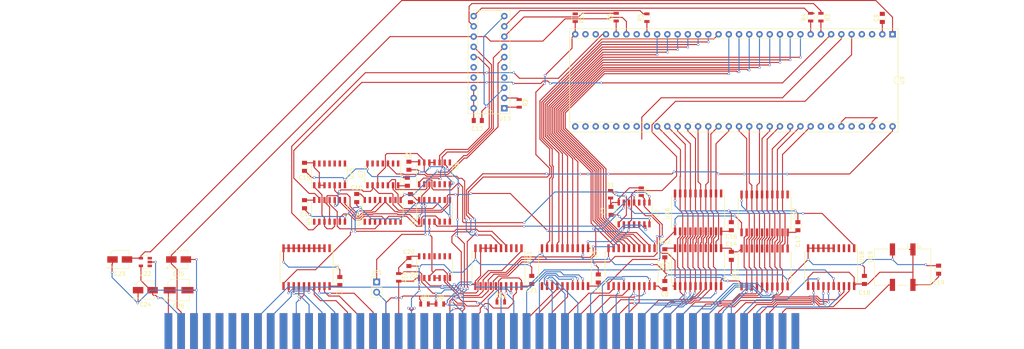
<source format=kicad_pcb>
(kicad_pcb (version 4) (host pcbnew 4.0.4-stable)
  (layers (0 F.Cu signal) (31 B.Cu signal) (34 B.Paste user) (35 F.Paste user) (36 B.SilkS user) (37 F.SilkS user) (38 B.Mask user) (39 F.Mask user) (44 Edge.Cuts user))
  (net 0 "")
  (net 1 +5V)
  (net 2 GND)
  (net 3 -5V)
  (net 4 -12VA)
  (net 5 +12V)
  (net 6 "Net-(JP1-Pad1)")
  (net 7 /MWRT)
  (net 8 "Net-(P1-Pad54)")
  (net 9 "Net-(P1-Pad55)")
  (net 10 "Net-(P1-Pad56)")
  (net 11 "Net-(P1-Pad57)")
  (net 12 //sXTRQ)
  (net 13 /BA19)
  (net 14 "Net-(P1-Pad60)")
  (net 15 /BA20)
  (net 16 /BA21)
  (net 17 /BA22)
  (net 18 /BA23)
  (net 19 "Net-(P1-Pad65)")
  (net 20 "Net-(P1-Pad66)")
  (net 21 "Net-(P1-Pad67)")
  (net 22 "Net-(P1-Pad69)")
  (net 23 "Net-(P1-Pad71)")
  (net 24 "Net-(P1-Pad72)")
  (net 25 //INT)
  (net 26 //HOLD)
  (net 27 //RESET)
  (net 28 /pSYNC)
  (net 29 //pWR)
  (net 30 /pDBIN)
  (net 31 /BA0)
  (net 32 /BA1)
  (net 33 /BA2)
  (net 34 /BA6)
  (net 35 /BA7)
  (net 36 /BA8)
  (net 37 /BA13)
  (net 38 /BA14)
  (net 39 /BA11)
  (net 40 /BD2)
  (net 41 /BD3)
  (net 42 /BD7)
  (net 43 /BD12)
  (net 44 /BD13)
  (net 45 /BD14)
  (net 46 /BD9)
  (net 47 /BD8)
  (net 48 /sINTA)
  (net 49 //sWO)
  (net 50 "Net-(P1-Pad98)")
  (net 51 "Net-(P1-Pad99)")
  (net 52 "Net-(P1-Pad3)")
  (net 53 "Net-(P1-Pad4)")
  (net 54 "Net-(P1-Pad5)")
  (net 55 "Net-(P1-Pad6)")
  (net 56 "Net-(P1-Pad7)")
  (net 57 "Net-(P1-Pad8)")
  (net 58 "Net-(P1-Pad9)")
  (net 59 "Net-(P1-Pad10)")
  (net 60 "Net-(P1-Pad11)")
  (net 61 "Net-(P1-Pad12)")
  (net 62 "Net-(P1-Pad13)")
  (net 63 "Net-(P1-Pad14)")
  (net 64 /BA18)
  (net 65 /BA16)
  (net 66 /BA17)
  (net 67 //SDSB)
  (net 68 //CDSB)
  (net 69 "Net-(P1-Pad21)")
  (net 70 //ADSB)
  (net 71 //DODSB)
  (net 72 /Φ)
  (net 73 //pSTVAL)
  (net 74 /pHLDA)
  (net 75 "Net-(P1-Pad27)")
  (net 76 "Net-(P1-Pad28)")
  (net 77 /BA5)
  (net 78 /BA4)
  (net 79 /BA3)
  (net 80 /BA15)
  (net 81 /BA12)
  (net 82 /BA9)
  (net 83 /BD1)
  (net 84 /BD0)
  (net 85 /BA10)
  (net 86 /BD4)
  (net 87 /BD5)
  (net 88 /BD6)
  (net 89 /BD10)
  (net 90 /BD11)
  (net 91 /BD15)
  (net 92 /sM1)
  (net 93 /sOUT)
  (net 94 /sINP)
  (net 95 /sMEMR)
  (net 96 /sHLTA)
  (net 97 /CLOCK)
  (net 98 "Net-(R2-Pad1)")
  (net 99 "Net-(R2-Pad2)")
  (net 100 /Φ1_12V)
  (net 101 "Net-(R3-Pad2)")
  (net 102 /Φ2_12V)
  (net 103 "Net-(R4-Pad2)")
  (net 104 /Φ4_12V)
  (net 105 "Net-(R5-Pad2)")
  (net 106 /Φ3_12V)
  (net 107 "Net-(R6-Pad2)")
  (net 108 /ADSB)
  (net 109 /CPU_pSYNC)
  (net 110 /HOLDA)
  (net 111 "Net-(U2-Pad4)")
  (net 112 /DBIN')
  (net 113 //DBIN)
  (net 114 /DODSB)
  (net 115 "Net-(U18-Pad2)")
  (net 116 //sMEMR)
  (net 117 /SDSB)
  (net 118 /MEMEN)
  (net 119 //MEMEN)
  (net 120 /MEMR)
  (net 121 "Net-(U10-Pad7)")
  (net 122 /MEMW)
  (net 123 "Net-(U10-Pad10)")
  (net 124 //sMEMW)
  (net 125 /DBIN)
  (net 126 /M1)
  (net 127 /IAQ)
  (net 128 /A1)
  (net 129 /A2)
  (net 130 /A3)
  (net 131 /A4)
  (net 132 /A5)
  (net 133 /A6)
  (net 134 /A7)
  (net 135 //Φ1)
  (net 136 "Net-(U6-Pad6)")
  (net 137 "Net-(U6-Pad8)")
  (net 138 //Φ2)
  (net 139 //Φ4)
  (net 140 //WE)
  (net 141 //WE')
  (net 142 "Net-(U10-Pad2)")
  (net 143 /CPU_sM1)
  (net 144 "Net-(U15-Pad4)")
  (net 145 //DATA_OUT)
  (net 146 /A8)
  (net 147 /A9)
  (net 148 /A10)
  (net 149 /A11)
  (net 150 /A12)
  (net 151 /A13)
  (net 152 /A14)
  (net 153 /A15)
  (net 154 "Net-(U9-Pad33)")
  (net 155 "Net-(U9-Pad34)")
  (net 156 /WAIT)
  (net 157 "Net-(U9-Pad35)")
  (net 158 //LOAD)
  (net 159 "Net-(U9-Pad36)")
  (net 160 "Net-(U9-Pad37)")
  (net 161 "Net-(U9-Pad38)")
  (net 162 "Net-(U9-Pad39)")
  (net 163 /D0)
  (net 164 /D1)
  (net 165 /D2)
  (net 166 /D3)
  (net 167 /D4)
  (net 168 /D5)
  (net 169 /D6)
  (net 170 /D7)
  (net 171 /D8)
  (net 172 /D9)
  (net 173 /D10)
  (net 174 /D11)
  (net 175 /D12)
  (net 176 /D13)
  (net 177 /D14)
  (net 178 /D15)
  (net 179 "Net-(U9-Pad57)")
  (net 180 "Net-(U9-Pad58)")
  (net 181 /CRUCLK)
  (net 182 /CRUOUT)
  (net 183 /CRUIN)
  (net 184 "Net-(U10-Pad3)")
  (net 185 "Net-(U10-Pad6)")
  (net 186 //Φ3)
  (net 187 "Net-(U10-Pad11)")
  (net 188 //CPU_pSTVAL)
  (net 189 "Net-(U10-Pad15)")
  (net 190 "Net-(U11-Pad3)")
  (net 191 "Net-(U13-Pad4)")
  (net 192 "Net-(U13-Pad5)")
  (net 193 "Net-(U13-Pad16)")
  (net 194 /CPU_pDBIN)
  (net 195 "Net-(U15-Pad6)")
  (net 196 "Net-(U15-Pad8)")
  (net 197 "Net-(U15-Pad9)")
  (net 198 "Net-(U15-Pad10)")
  (net 199 "Net-(U15-Pad11)")
  (net 200 "Net-(U15-Pad12)")
  (net 201 "Net-(U15-Pad13)")
  (net 202 /CDSB)
  (net 203 "Net-(U20-Pad4)")
  (net 204 "Net-(U20-Pad8)")
  (net 205 "Net-(U20-Pad9)")
  (net 206 "Net-(U20-Pad10)")
  (net 207 "Net-(U20-Pad11)")
  (net 208 "Net-(U20-Pad12)")
  (net 209 "Net-(U20-Pad13)")
  (net 210 "Net-(U21-Pad12)")
  (net 211 "Net-(U21-Pad13)")
  (net 212 "Net-(U21-Pad14)")
  (net 213 "Net-(U21-Pad15)")
  (net 214 "Net-(U22-Pad1)")
  (net 215 "Net-(U22-Pad3)")
  (module Housings_DIP:DIP-64_W22.86mm_Socket (layer F.Cu) (at 262.89 175.895 270)
    (fp_text reference U9 (at 11.43 -2.39 270) (layer F.SilkS))
    (fp_text value TMS9900)
    (pad 1 thru_hole rect (at 0 0 270) (size 1.6 1.6) (drill 0.8) (layers *.Cu *.Mask) (net 3 -5V))
    (pad 33 thru_hole oval (at 22.86 78.74 270) (size 1.6 1.6) (drill 0.8) (layers *.Cu *.Mask) (net 154 "Net-(U9-Pad33)"))
    (pad 2 thru_hole oval (at 0 2.54 270) (size 1.6 1.6) (drill 0.8) (layers *.Cu *.Mask) (net 1 +5V))
    (pad 34 thru_hole oval (at 22.86 76.2 270) (size 1.6 1.6) (drill 0.8) (layers *.Cu *.Mask) (net 155 "Net-(U9-Pad34)"))
    (pad 3 thru_hole oval (at 0 5.08 270) (size 1.6 1.6) (drill 0.8) (layers *.Cu *.Mask) (net 156 /WAIT))
    (pad 35 thru_hole oval (at 22.86 73.66 270) (size 1.6 1.6) (drill 0.8) (layers *.Cu *.Mask) (net 157 "Net-(U9-Pad35)"))
    (pad 4 thru_hole oval (at 0 7.62 270) (size 1.6 1.6) (drill 0.8) (layers *.Cu *.Mask) (net 158 //LOAD))
    (pad 36 thru_hole oval (at 22.86 71.12 270) (size 1.6 1.6) (drill 0.8) (layers *.Cu *.Mask) (net 159 "Net-(U9-Pad36)"))
    (pad 5 thru_hole oval (at 0 10.16 270) (size 1.6 1.6) (drill 0.8) (layers *.Cu *.Mask) (net 110 /HOLDA))
    (pad 37 thru_hole oval (at 22.86 68.58 270) (size 1.6 1.6) (drill 0.8) (layers *.Cu *.Mask) (net 160 "Net-(U9-Pad37)"))
    (pad 6 thru_hole oval (at 0 12.7 270) (size 1.6 1.6) (drill 0.8) (layers *.Cu *.Mask) (net 27 //RESET))
    (pad 38 thru_hole oval (at 22.86 66.04 270) (size 1.6 1.6) (drill 0.8) (layers *.Cu *.Mask) (net 161 "Net-(U9-Pad38)"))
    (pad 7 thru_hole oval (at 0 15.24 270) (size 1.6 1.6) (drill 0.8) (layers *.Cu *.Mask) (net 127 /IAQ))
    (pad 39 thru_hole oval (at 22.86 63.5 270) (size 1.6 1.6) (drill 0.8) (layers *.Cu *.Mask) (net 162 "Net-(U9-Pad39)"))
    (pad 8 thru_hole oval (at 0 17.78 270) (size 1.6 1.6) (drill 0.8) (layers *.Cu *.Mask) (net 100 /Φ1_12V))
    (pad 40 thru_hole oval (at 22.86 60.96 270) (size 1.6 1.6) (drill 0.8) (layers *.Cu *.Mask) (net 2 GND))
    (pad 9 thru_hole oval (at 0 20.32 270) (size 1.6 1.6) (drill 0.8) (layers *.Cu *.Mask) (net 102 /Φ2_12V))
    (pad 41 thru_hole oval (at 22.86 58.42 270) (size 1.6 1.6) (drill 0.8) (layers *.Cu *.Mask) (net 163 /D0))
    (pad 10 thru_hole oval (at 0 22.86 270) (size 1.6 1.6) (drill 0.8) (layers *.Cu *.Mask) (net 153 /A15))
    (pad 42 thru_hole oval (at 22.86 55.88 270) (size 1.6 1.6) (drill 0.8) (layers *.Cu *.Mask) (net 164 /D1))
    (pad 11 thru_hole oval (at 0 25.4 270) (size 1.6 1.6) (drill 0.8) (layers *.Cu *.Mask) (net 152 /A14))
    (pad 43 thru_hole oval (at 22.86 53.34 270) (size 1.6 1.6) (drill 0.8) (layers *.Cu *.Mask) (net 165 /D2))
    (pad 12 thru_hole oval (at 0 27.94 270) (size 1.6 1.6) (drill 0.8) (layers *.Cu *.Mask) (net 151 /A13))
    (pad 44 thru_hole oval (at 22.86 50.8 270) (size 1.6 1.6) (drill 0.8) (layers *.Cu *.Mask) (net 166 /D3))
    (pad 13 thru_hole oval (at 0 30.48 270) (size 1.6 1.6) (drill 0.8) (layers *.Cu *.Mask) (net 150 /A12))
    (pad 45 thru_hole oval (at 22.86 48.26 270) (size 1.6 1.6) (drill 0.8) (layers *.Cu *.Mask) (net 167 /D4))
    (pad 14 thru_hole oval (at 0 33.02 270) (size 1.6 1.6) (drill 0.8) (layers *.Cu *.Mask) (net 149 /A11))
    (pad 46 thru_hole oval (at 22.86 45.72 270) (size 1.6 1.6) (drill 0.8) (layers *.Cu *.Mask) (net 168 /D5))
    (pad 15 thru_hole oval (at 0 35.56 270) (size 1.6 1.6) (drill 0.8) (layers *.Cu *.Mask) (net 148 /A10))
    (pad 47 thru_hole oval (at 22.86 43.18 270) (size 1.6 1.6) (drill 0.8) (layers *.Cu *.Mask) (net 169 /D6))
    (pad 16 thru_hole oval (at 0 38.1 270) (size 1.6 1.6) (drill 0.8) (layers *.Cu *.Mask) (net 147 /A9))
    (pad 48 thru_hole oval (at 22.86 40.64 270) (size 1.6 1.6) (drill 0.8) (layers *.Cu *.Mask) (net 170 /D7))
    (pad 17 thru_hole oval (at 0 40.64 270) (size 1.6 1.6) (drill 0.8) (layers *.Cu *.Mask) (net 146 /A8))
    (pad 49 thru_hole oval (at 22.86 38.1 270) (size 1.6 1.6) (drill 0.8) (layers *.Cu *.Mask) (net 171 /D8))
    (pad 18 thru_hole oval (at 0 43.18 270) (size 1.6 1.6) (drill 0.8) (layers *.Cu *.Mask) (net 134 /A7))
    (pad 50 thru_hole oval (at 22.86 35.56 270) (size 1.6 1.6) (drill 0.8) (layers *.Cu *.Mask) (net 172 /D9))
    (pad 19 thru_hole oval (at 0 45.72 270) (size 1.6 1.6) (drill 0.8) (layers *.Cu *.Mask) (net 133 /A6))
    (pad 51 thru_hole oval (at 22.86 33.02 270) (size 1.6 1.6) (drill 0.8) (layers *.Cu *.Mask) (net 173 /D10))
    (pad 20 thru_hole oval (at 0 48.26 270) (size 1.6 1.6) (drill 0.8) (layers *.Cu *.Mask) (net 132 /A5))
    (pad 52 thru_hole oval (at 22.86 30.48 270) (size 1.6 1.6) (drill 0.8) (layers *.Cu *.Mask) (net 174 /D11))
    (pad 21 thru_hole oval (at 0 50.8 270) (size 1.6 1.6) (drill 0.8) (layers *.Cu *.Mask) (net 131 /A4))
    (pad 53 thru_hole oval (at 22.86 27.94 270) (size 1.6 1.6) (drill 0.8) (layers *.Cu *.Mask) (net 175 /D12))
    (pad 22 thru_hole oval (at 0 53.34 270) (size 1.6 1.6) (drill 0.8) (layers *.Cu *.Mask) (net 130 /A3))
    (pad 54 thru_hole oval (at 22.86 25.4 270) (size 1.6 1.6) (drill 0.8) (layers *.Cu *.Mask) (net 176 /D13))
    (pad 23 thru_hole oval (at 0 55.88 270) (size 1.6 1.6) (drill 0.8) (layers *.Cu *.Mask) (net 129 /A2))
    (pad 55 thru_hole oval (at 22.86 22.86 270) (size 1.6 1.6) (drill 0.8) (layers *.Cu *.Mask) (net 177 /D14))
    (pad 24 thru_hole oval (at 0 58.42 270) (size 1.6 1.6) (drill 0.8) (layers *.Cu *.Mask) (net 128 /A1))
    (pad 56 thru_hole oval (at 22.86 20.32 270) (size 1.6 1.6) (drill 0.8) (layers *.Cu *.Mask) (net 178 /D15))
    (pad 25 thru_hole oval (at 0 60.96 270) (size 1.6 1.6) (drill 0.8) (layers *.Cu *.Mask) (net 104 /Φ4_12V))
    (pad 57 thru_hole oval (at 22.86 17.78 270) (size 1.6 1.6) (drill 0.8) (layers *.Cu *.Mask) (net 179 "Net-(U9-Pad57)"))
    (pad 26 thru_hole oval (at 0 63.5 270) (size 1.6 1.6) (drill 0.8) (layers *.Cu *.Mask) (net 2 GND))
    (pad 58 thru_hole oval (at 22.86 15.24 270) (size 1.6 1.6) (drill 0.8) (layers *.Cu *.Mask) (net 180 "Net-(U9-Pad58)"))
    (pad 27 thru_hole oval (at 0 66.04 270) (size 1.6 1.6) (drill 0.8) (layers *.Cu *.Mask) (net 5 +12V))
    (pad 59 thru_hole oval (at 22.86 12.7 270) (size 1.6 1.6) (drill 0.8) (layers *.Cu *.Mask) (net 1 +5V))
    (pad 28 thru_hole oval (at 0 68.58 270) (size 1.6 1.6) (drill 0.8) (layers *.Cu *.Mask) (net 106 /Φ3_12V))
    (pad 60 thru_hole oval (at 22.86 10.16 270) (size 1.6 1.6) (drill 0.8) (layers *.Cu *.Mask) (net 181 /CRUCLK))
    (pad 29 thru_hole oval (at 0 71.12 270) (size 1.6 1.6) (drill 0.8) (layers *.Cu *.Mask) (net 125 /DBIN))
    (pad 61 thru_hole oval (at 22.86 7.62 270) (size 1.6 1.6) (drill 0.8) (layers *.Cu *.Mask) (net 140 //WE))
    (pad 30 thru_hole oval (at 0 73.66 270) (size 1.6 1.6) (drill 0.8) (layers *.Cu *.Mask) (net 182 /CRUOUT))
    (pad 62 thru_hole oval (at 22.86 5.08 270) (size 1.6 1.6) (drill 0.8) (layers *.Cu *.Mask) (net 1 +5V))
    (pad 31 thru_hole oval (at 0 76.2 270) (size 1.6 1.6) (drill 0.8) (layers *.Cu *.Mask) (net 183 /CRUIN))
    (pad 63 thru_hole oval (at 22.86 2.54 270) (size 1.6 1.6) (drill 0.8) (layers *.Cu *.Mask) (net 119 //MEMEN))
    (pad 32 thru_hole oval (at 0 78.74 270) (size 1.6 1.6) (drill 0.8) (layers *.Cu *.Mask) (net 25 //INT))
    (pad 64 thru_hole oval (at 22.86 0 270) (size 1.6 1.6) (drill 0.8) (layers *.Cu *.Mask) (net 26 //HOLD))
  )
  (module Capacitors_SMD:C_0805 (layer F.Cu) (at 125.73 237.125 90)
    (fp_text reference C1 (at -2.905 0 180) (layer F.SilkS))
    (fp_text value 100n)
    (pad 1 smd rect (at -1 0 90) (size 1 1.25) (layers F.Cu F.Paste F.Mask) (net 1 +5V))
    (pad 2 smd rect (at 1 0 90) (size 1 1.25) (layers F.Cu F.Paste F.Mask) (net 2 GND))
  )
  (module Capacitors_SMD:C_0805 (layer F.Cu) (at 193.04 219.71 270)
    (fp_text reference C2 (at 0 1.905 270) (layer F.SilkS))
    (fp_text value 100n)
    (pad 1 smd rect (at -1 0 270) (size 1 1.25) (layers F.Cu F.Paste F.Mask) (net 1 +5V))
    (pad 2 smd rect (at 1 0 270) (size 1 1.25) (layers F.Cu F.Paste F.Mask) (net 2 GND))
  )
  (module Capacitors_SMD:C_0805 (layer F.Cu) (at 143.256 216.551 270)
    (fp_text reference C3 (at -1.286 -1.905 360) (layer F.SilkS))
    (fp_text value 100n)
    (pad 1 smd rect (at -1 0 270) (size 1 1.25) (layers F.Cu F.Paste F.Mask) (net 1 +5V))
    (pad 2 smd rect (at 1 0 270) (size 1 1.25) (layers F.Cu F.Paste F.Mask) (net 2 GND))
  )
  (module Capacitors_SMD:C_0805 (layer F.Cu) (at 116.967 218.059 270)
    (fp_text reference C4 (at 2.667 0.127 360) (layer F.SilkS))
    (fp_text value 100n)
    (pad 1 smd rect (at -1 0 270) (size 1 1.25) (layers F.Cu F.Paste F.Mask) (net 1 +5V))
    (pad 2 smd rect (at 1 0 270) (size 1 1.25) (layers F.Cu F.Paste F.Mask) (net 2 GND))
  )
  (module Capacitors_SMD:C_0805 (layer F.Cu) (at 189.865 236.49 90)
    (fp_text reference C5 (at -2.905 0 180) (layer F.SilkS))
    (fp_text value 100n)
    (pad 1 smd rect (at -1 0 90) (size 1 1.25) (layers F.Cu F.Paste F.Mask) (net 1 +5V))
    (pad 2 smd rect (at 1 0 90) (size 1 1.25) (layers F.Cu F.Paste F.Mask) (net 2 GND))
  )
  (module Capacitors_SMD:C_0805 (layer F.Cu) (at 142.875 208.518 270)
    (fp_text reference C6 (at -2.524 0.127 360) (layer F.SilkS))
    (fp_text value 100n)
    (pad 1 smd rect (at -1 0 270) (size 1 1.25) (layers F.Cu F.Paste F.Mask) (net 1 +5V))
    (pad 2 smd rect (at 1 0 270) (size 1 1.25) (layers F.Cu F.Paste F.Mask) (net 2 GND))
  )
  (module Capacitors_SMD:C_0805 (layer F.Cu) (at 142.494 212.487 90)
    (fp_text reference C7 (at -2.651 -1.524 180) (layer F.SilkS))
    (fp_text value 100n)
    (pad 1 smd rect (at -1 0 90) (size 1 1.25) (layers F.Cu F.Paste F.Mask) (net 1 +5V))
    (pad 2 smd rect (at 1 0 90) (size 1 1.25) (layers F.Cu F.Paste F.Mask) (net 2 GND))
  )
  (module Capacitors_SMD:C_0805 (layer F.Cu) (at 206.375 238.125 90)
    (fp_text reference C8 (at -2.27 0 180) (layer F.SilkS))
    (fp_text value 100n)
    (pad 1 smd rect (at -1 0 90) (size 1 1.25) (layers F.Cu F.Paste F.Mask) (net 1 +5V))
    (pad 2 smd rect (at 1 0 90) (size 1 1.25) (layers F.Cu F.Paste F.Mask) (net 2 GND))
  )
  (module Capacitors_SMD:C_0805 (layer F.Cu) (at 260.35 171.831 90)
    (fp_text reference C9 (at 0 -1.5 90) (layer F.SilkS))
    (fp_text value 100n)
    (pad 1 smd rect (at -1 0 90) (size 1 1.25) (layers F.Cu F.Paste F.Mask) (net 1 +5V))
    (pad 2 smd rect (at 1 0 90) (size 1 1.25) (layers F.Cu F.Paste F.Mask) (net 2 GND))
  )
  (module Capacitors_SMD:C_0805 (layer F.Cu) (at 129.921 216.535 270)
    (fp_text reference C10 (at -2.556 0 360) (layer F.SilkS))
    (fp_text value 100n)
    (pad 1 smd rect (at -1 0 270) (size 1 1.25) (layers F.Cu F.Paste F.Mask) (net 1 +5V))
    (pad 2 smd rect (at 1 0 270) (size 1 1.25) (layers F.Cu F.Paste F.Mask) (net 2 GND))
  )
  (module Capacitors_SMD:C_0805 (layer F.Cu) (at 206.375 230.235 270)
    (fp_text reference C12 (at -2.905 0 360) (layer F.SilkS))
    (fp_text value 100n)
    (pad 1 smd rect (at -1 0 270) (size 1 1.25) (layers F.Cu F.Paste F.Mask) (net 1 +5V))
    (pad 2 smd rect (at 1 0 270) (size 1 1.25) (layers F.Cu F.Paste F.Mask) (net 2 GND))
  )
  (module Capacitors_SMD:C_0805 (layer F.Cu) (at 159.969066 197.295332)
    (fp_text reference C13 (at -0.143 2.032) (layer F.SilkS))
    (fp_text value 100n)
    (pad 1 smd rect (at -1 0) (size 1 1.25) (layers F.Cu F.Paste F.Mask) (net 1 +5V))
    (pad 2 smd rect (at 1 0) (size 1 1.25) (layers F.Cu F.Paste F.Mask) (net 2 GND))
  )
  (module Capacitors_SMD:C_0805 (layer F.Cu) (at 222.885 230.87 270)
    (fp_text reference C14 (at -2.905 0 360) (layer F.SilkS))
    (fp_text value 100n)
    (pad 1 smd rect (at -1 0 270) (size 1 1.25) (layers F.Cu F.Paste F.Mask) (net 1 +5V))
    (pad 2 smd rect (at 1 0 270) (size 1 1.25) (layers F.Cu F.Paste F.Mask) (net 2 GND))
  )
  (module Capacitors_SMD:C_0805 (layer F.Cu) (at 116.967 208.788 270)
    (fp_text reference C15 (at 2.667 0 360) (layer F.SilkS))
    (fp_text value 100n)
    (pad 1 smd rect (at -1 0 270) (size 1 1.25) (layers F.Cu F.Paste F.Mask) (net 1 +5V))
    (pad 2 smd rect (at 1 0 270) (size 1 1.25) (layers F.Cu F.Paste F.Mask) (net 2 GND))
  )
  (module Capacitors_SMD:C_0805 (layer F.Cu) (at 222.885 223.52 90)
    (fp_text reference C16 (at -2.54 0 180) (layer F.SilkS))
    (fp_text value 100n)
    (pad 1 smd rect (at -1 0 90) (size 1 1.25) (layers F.Cu F.Paste F.Mask) (net 1 +5V))
    (pad 2 smd rect (at 1 0 90) (size 1 1.25) (layers F.Cu F.Paste F.Mask) (net 2 GND))
  )
  (module Capacitors_SMD:C_0805 (layer F.Cu) (at 239.395 223.52 90)
    (fp_text reference C17 (at -3.81 0 90) (layer F.SilkS))
    (fp_text value 100n)
    (pad 1 smd rect (at -1 0 90) (size 1 1.25) (layers F.Cu F.Paste F.Mask) (net 1 +5V))
    (pad 2 smd rect (at 1 0 90) (size 1 1.25) (layers F.Cu F.Paste F.Mask) (net 2 GND))
  )
  (module Capacitors_SMD:C_0805 (layer F.Cu) (at 255.905 236.855 90)
    (fp_text reference C18 (at -3.175 0 180) (layer F.SilkS))
    (fp_text value 100n)
    (pad 1 smd rect (at -1 0 90) (size 1 1.25) (layers F.Cu F.Paste F.Mask) (net 1 +5V))
    (pad 2 smd rect (at 1 0 90) (size 1 1.25) (layers F.Cu F.Paste F.Mask) (net 2 GND))
  )
  (module Capacitors_SMD:C_0805 (layer F.Cu) (at 274.32 234.315 90)
    (fp_text reference C19 (at -3.175 0 180) (layer F.SilkS))
    (fp_text value 100n)
    (pad 1 smd rect (at -1 0 90) (size 1 1.25) (layers F.Cu F.Paste F.Mask) (net 1 +5V))
    (pad 2 smd rect (at 1 0 90) (size 1 1.25) (layers F.Cu F.Paste F.Mask) (net 2 GND))
  )
  (module Capacitors_SMD:C_0805 (layer F.Cu) (at 142.875 232.41 270)
    (fp_text reference C20 (at -2.54 0 360) (layer F.SilkS))
    (fp_text value 100n)
    (pad 1 smd rect (at -1 0 270) (size 1 1.25) (layers F.Cu F.Paste F.Mask) (net 1 +5V))
    (pad 2 smd rect (at 1 0 270) (size 1 1.25) (layers F.Cu F.Paste F.Mask) (net 2 GND))
  )
  (module Capacitors_SMD:C_0805 (layer F.Cu) (at 173.355 236.855 90)
    (fp_text reference C21 (at -2.54 0 180) (layer F.SilkS))
    (fp_text value 100n)
    (pad 1 smd rect (at -1 0 90) (size 1 1.25) (layers F.Cu F.Paste F.Mask) (net 1 +5V))
    (pad 2 smd rect (at 1 0 90) (size 1 1.25) (layers F.Cu F.Paste F.Mask) (net 2 GND))
  )
  (module Capacitors_SMD:CP_Elec_4x4.5 (layer F.Cu) (at 71.12 231.775)
    (fp_text reference C23 (at 0 3.58 180) (layer F.SilkS))
    (fp_text value 10u)
    (fp_text user + (at -2.78 1.99 180) (layer F.SilkS))
    (pad 1 smd rect (at -1.8 0 180) (size 2.6 1.6) (layers F.Cu F.Paste F.Mask) (net 2 GND))
    (pad 2 smd rect (at 1.8 0 180) (size 2.6 1.6) (layers F.Cu F.Paste F.Mask) (net 3 -5V))
  )
  (module Capacitors_SMD:CP_Elec_4x4.5 (layer F.Cu) (at 77.47 239.395)
    (fp_text reference C24 (at 0 3.58 180) (layer F.SilkS))
    (fp_text value 1u)
    (fp_text user + (at -2.78 1.99 180) (layer F.SilkS))
    (pad 1 smd rect (at -1.8 0 180) (size 2.6 1.6) (layers F.Cu F.Paste F.Mask) (net 2 GND))
    (pad 2 smd rect (at 1.8 0 180) (size 2.6 1.6) (layers F.Cu F.Paste F.Mask) (net 4 -12VA))
  )
  (module Capacitors_SMD:CP_Elec_4x4.5 (layer F.Cu) (at 85.725 231.775)
    (fp_text reference C25 (at 0 3.58 180) (layer F.SilkS))
    (fp_text value 10u)
    (fp_text user + (at -2.78 1.99 180) (layer F.SilkS))
    (pad 1 smd rect (at -1.8 0 180) (size 2.6 1.6) (layers F.Cu F.Paste F.Mask) (net 5 +12V))
    (pad 2 smd rect (at 1.8 0 180) (size 2.6 1.6) (layers F.Cu F.Paste F.Mask) (net 2 GND))
  )
  (module Capacitors_SMD:CP_Elec_5x5.3 (layer F.Cu) (at 85.725 239.395)
    (fp_text reference C26 (at 0 3.92) (layer F.SilkS))
    (fp_text value 100u)
    (fp_text user + (at -3.38 2.34) (layer F.SilkS))
    (pad 1 smd rect (at -2.2 0 180) (size 3 1.6) (layers F.Cu F.Paste F.Mask) (net 1 +5V))
    (pad 2 smd rect (at 2.2 0 180) (size 3 1.6) (layers F.Cu F.Paste F.Mask) (net 2 GND))
  )
  (module Pin_Headers:Pin_Header_Straight_1x02_Pitch2.54mm (layer F.Cu) (at 134.874 237.363)
    (fp_text reference JP1 (at 0 -2.33) (layer F.SilkS))
    (fp_text value "MWRT JUMPER")
    (pad 1 thru_hole rect (at 0 0) (size 1.7 1.7) (drill 1) (layers *.Cu *.Mask) (net 6 "Net-(JP1-Pad1)"))
    (pad 2 thru_hole oval (at 0 2.54) (size 1.7 1.7) (drill 1) (layers *.Cu *.Mask) (net 7 /MWRT))
  )
  (module 9900:S-100_card_edge (layer F.Cu) (at 83.185 249.555)
    (fp_text reference P1 hide)
    (fp_text value S100_CARD_EDGE)
    (pad 1 smd rect (at 0 0) (size 1.905 8.89) (layers F.Cu F.Paste F.Mask) (net 1 +5V))
    (pad 51 smd rect (at 0 0) (size 1.905 8.89) (layers B.Cu B.Paste B.Mask) (net 1 +5V))
    (pad 52 smd rect (at 3.175 0) (size 1.905 8.89) (layers B.Cu B.Paste B.Mask) (net 4 -12VA))
    (pad 53 smd rect (at 6.35 0) (size 1.905 8.89) (layers B.Cu B.Paste B.Mask) (net 2 GND))
    (pad 54 smd rect (at 9.525 0) (size 1.905 8.89) (layers B.Cu B.Paste B.Mask) (net 8 "Net-(P1-Pad54)"))
    (pad 55 smd rect (at 12.7 0) (size 1.905 8.89) (layers B.Cu B.Paste B.Mask) (net 9 "Net-(P1-Pad55)"))
    (pad 56 smd rect (at 15.875 0) (size 1.905 8.89) (layers B.Cu B.Paste B.Mask) (net 10 "Net-(P1-Pad56)"))
    (pad 57 smd rect (at 19.05 0) (size 1.905 8.89) (layers B.Cu B.Paste B.Mask) (net 11 "Net-(P1-Pad57)"))
    (pad 58 smd rect (at 22.225 0) (size 1.905 8.89) (layers B.Cu B.Paste B.Mask) (net 12 //sXTRQ))
    (pad 59 smd rect (at 25.4 0) (size 1.905 8.89) (layers B.Cu B.Paste B.Mask) (net 13 /BA19))
    (pad 60 smd rect (at 28.575 0) (size 1.905 8.89) (layers B.Cu B.Paste B.Mask) (net 14 "Net-(P1-Pad60)"))
    (pad 61 smd rect (at 31.75 0) (size 1.905 8.89) (layers B.Cu B.Paste B.Mask) (net 15 /BA20))
    (pad 62 smd rect (at 34.925 0) (size 1.905 8.89) (layers B.Cu B.Paste B.Mask) (net 16 /BA21))
    (pad 63 smd rect (at 38.1 0) (size 1.905 8.89) (layers B.Cu B.Paste B.Mask) (net 17 /BA22))
    (pad 64 smd rect (at 41.275 0) (size 1.905 8.89) (layers B.Cu B.Paste B.Mask) (net 18 /BA23))
    (pad 65 smd rect (at 44.45 0) (size 1.905 8.89) (layers B.Cu B.Paste B.Mask) (net 19 "Net-(P1-Pad65)"))
    (pad 66 smd rect (at 47.625 0) (size 1.905 8.89) (layers B.Cu B.Paste B.Mask) (net 20 "Net-(P1-Pad66)"))
    (pad 67 smd rect (at 50.8 0) (size 1.905 8.89) (layers B.Cu B.Paste B.Mask) (net 21 "Net-(P1-Pad67)"))
    (pad 68 smd rect (at 53.975 0) (size 1.905 8.89) (layers B.Cu B.Paste B.Mask) (net 7 /MWRT))
    (pad 69 smd rect (at 57.15 0) (size 1.905 8.89) (layers B.Cu B.Paste B.Mask) (net 22 "Net-(P1-Pad69)"))
    (pad 70 smd rect (at 60.325 0) (size 1.905 8.89) (layers B.Cu B.Paste B.Mask) (net 2 GND))
    (pad 71 smd rect (at 63.5 0) (size 1.905 8.89) (layers B.Cu B.Paste B.Mask) (net 23 "Net-(P1-Pad71)"))
    (pad 72 smd rect (at 66.675 0) (size 1.905 8.89) (layers B.Cu B.Paste B.Mask) (net 24 "Net-(P1-Pad72)"))
    (pad 73 smd rect (at 69.85 0) (size 1.905 8.89) (layers B.Cu B.Paste B.Mask) (net 25 //INT))
    (pad 74 smd rect (at 73.025 0) (size 1.905 8.89) (layers B.Cu B.Paste B.Mask) (net 26 //HOLD))
    (pad 75 smd rect (at 76.2 0) (size 1.905 8.89) (layers B.Cu B.Paste B.Mask) (net 27 //RESET))
    (pad 76 smd rect (at 79.375 0) (size 1.905 8.89) (layers B.Cu B.Paste B.Mask) (net 28 /pSYNC))
    (pad 77 smd rect (at 82.55 0) (size 1.905 8.89) (layers B.Cu B.Paste B.Mask) (net 29 //pWR))
    (pad 78 smd rect (at 85.725 0) (size 1.905 8.89) (layers B.Cu B.Paste B.Mask) (net 30 /pDBIN))
    (pad 79 smd rect (at 88.9 0) (size 1.905 8.89) (layers B.Cu B.Paste B.Mask) (net 31 /BA0))
    (pad 80 smd rect (at 92.075 0) (size 1.905 8.89) (layers B.Cu B.Paste B.Mask) (net 32 /BA1))
    (pad 81 smd rect (at 95.25 0) (size 1.905 8.89) (layers B.Cu B.Paste B.Mask) (net 33 /BA2))
    (pad 82 smd rect (at 98.425 0) (size 1.905 8.89) (layers B.Cu B.Paste B.Mask) (net 34 /BA6))
    (pad 83 smd rect (at 101.6 0) (size 1.905 8.89) (layers B.Cu B.Paste B.Mask) (net 35 /BA7))
    (pad 84 smd rect (at 104.775 0) (size 1.905 8.89) (layers B.Cu B.Paste B.Mask) (net 36 /BA8))
    (pad 85 smd rect (at 107.95 0) (size 1.905 8.89) (layers B.Cu B.Paste B.Mask) (net 37 /BA13))
    (pad 86 smd rect (at 111.125 0) (size 1.905 8.89) (layers B.Cu B.Paste B.Mask) (net 38 /BA14))
    (pad 87 smd rect (at 114.3 0) (size 1.905 8.89) (layers B.Cu B.Paste B.Mask) (net 39 /BA11))
    (pad 88 smd rect (at 117.475 0) (size 1.905 8.89) (layers B.Cu B.Paste B.Mask) (net 40 /BD2))
    (pad 89 smd rect (at 120.65 0) (size 1.905 8.89) (layers B.Cu B.Paste B.Mask) (net 41 /BD3))
    (pad 90 smd rect (at 123.825 0) (size 1.905 8.89) (layers B.Cu B.Paste B.Mask) (net 42 /BD7))
    (pad 91 smd rect (at 127 0) (size 1.905 8.89) (layers B.Cu B.Paste B.Mask) (net 43 /BD12))
    (pad 92 smd rect (at 130.175 0) (size 1.905 8.89) (layers B.Cu B.Paste B.Mask) (net 44 /BD13))
    (pad 93 smd rect (at 133.35 0) (size 1.905 8.89) (layers B.Cu B.Paste B.Mask) (net 45 /BD14))
    (pad 94 smd rect (at 136.525 0) (size 1.905 8.89) (layers B.Cu B.Paste B.Mask) (net 46 /BD9))
    (pad 95 smd rect (at 139.7 0) (size 1.905 8.89) (layers B.Cu B.Paste B.Mask) (net 47 /BD8))
    (pad 96 smd rect (at 142.875 0) (size 1.905 8.89) (layers B.Cu B.Paste B.Mask) (net 48 /sINTA))
    (pad 97 smd rect (at 146.05 0) (size 1.905 8.89) (layers B.Cu B.Paste B.Mask) (net 49 //sWO))
    (pad 98 smd rect (at 149.225 0) (size 1.905 8.89) (layers B.Cu B.Paste B.Mask) (net 50 "Net-(P1-Pad98)"))
    (pad 99 smd rect (at 152.4 0) (size 1.905 8.89) (layers B.Cu B.Paste B.Mask) (net 51 "Net-(P1-Pad99)"))
    (pad 100 smd rect (at 155.575 0) (size 1.905 8.89) (layers B.Cu B.Paste B.Mask) (net 2 GND))
    (pad 2 smd rect (at 3.175 0) (size 1.905 8.89) (layers F.Cu F.Paste F.Mask) (net 5 +12V))
    (pad 3 smd rect (at 6.35 0) (size 1.905 8.89) (layers F.Cu F.Paste F.Mask) (net 52 "Net-(P1-Pad3)"))
    (pad 4 smd rect (at 9.525 0) (size 1.905 8.89) (layers F.Cu F.Paste F.Mask) (net 53 "Net-(P1-Pad4)"))
    (pad 5 smd rect (at 12.7 0) (size 1.905 8.89) (layers F.Cu F.Paste F.Mask) (net 54 "Net-(P1-Pad5)"))
    (pad 6 smd rect (at 15.875 0) (size 1.905 8.89) (layers F.Cu F.Paste F.Mask) (net 55 "Net-(P1-Pad6)"))
    (pad 7 smd rect (at 19.05 0) (size 1.905 8.89) (layers F.Cu F.Paste F.Mask) (net 56 "Net-(P1-Pad7)"))
    (pad 8 smd rect (at 22.225 0) (size 1.905 8.89) (layers F.Cu F.Paste F.Mask) (net 57 "Net-(P1-Pad8)"))
    (pad 9 smd rect (at 25.4 0) (size 1.905 8.89) (layers F.Cu F.Paste F.Mask) (net 58 "Net-(P1-Pad9)"))
    (pad 10 smd rect (at 28.575 0) (size 1.905 8.89) (layers F.Cu F.Paste F.Mask) (net 59 "Net-(P1-Pad10)"))
    (pad 11 smd rect (at 31.75 0) (size 1.905 8.89) (layers F.Cu F.Paste F.Mask) (net 60 "Net-(P1-Pad11)"))
    (pad 12 smd rect (at 34.925 0) (size 1.905 8.89) (layers F.Cu F.Paste F.Mask) (net 61 "Net-(P1-Pad12)"))
    (pad 13 smd rect (at 38.1 0) (size 1.905 8.89) (layers F.Cu F.Paste F.Mask) (net 62 "Net-(P1-Pad13)"))
    (pad 14 smd rect (at 41.275 0) (size 1.905 8.89) (layers F.Cu F.Paste F.Mask) (net 63 "Net-(P1-Pad14)"))
    (pad 15 smd rect (at 44.45 0) (size 1.905 8.89) (layers F.Cu F.Paste F.Mask) (net 64 /BA18))
    (pad 16 smd rect (at 47.625 0) (size 1.905 8.89) (layers F.Cu F.Paste F.Mask) (net 65 /BA16))
    (pad 17 smd rect (at 50.8 0) (size 1.905 8.89) (layers F.Cu F.Paste F.Mask) (net 66 /BA17))
    (pad 18 smd rect (at 53.975 0) (size 1.905 8.89) (layers F.Cu F.Paste F.Mask) (net 67 //SDSB))
    (pad 19 smd rect (at 57.15 0) (size 1.905 8.89) (layers F.Cu F.Paste F.Mask) (net 68 //CDSB))
    (pad 20 smd rect (at 60.325 0) (size 1.905 8.89) (layers F.Cu F.Paste F.Mask) (net 2 GND))
    (pad 21 smd rect (at 63.5 0) (size 1.905 8.89) (layers F.Cu F.Paste F.Mask) (net 69 "Net-(P1-Pad21)"))
    (pad 22 smd rect (at 66.675 0) (size 1.905 8.89) (layers F.Cu F.Paste F.Mask) (net 70 //ADSB))
    (pad 23 smd rect (at 69.85 0) (size 1.905 8.89) (layers F.Cu F.Paste F.Mask) (net 71 //DODSB))
    (pad 24 smd rect (at 73.025 0) (size 1.905 8.89) (layers F.Cu F.Paste F.Mask) (net 72 /Φ))
    (pad 25 smd rect (at 76.2 0) (size 1.905 8.89) (layers F.Cu F.Paste F.Mask) (net 73 //pSTVAL))
    (pad 26 smd rect (at 79.375 0) (size 1.905 8.89) (layers F.Cu F.Paste F.Mask) (net 74 /pHLDA))
    (pad 27 smd rect (at 82.55 0) (size 1.905 8.89) (layers F.Cu F.Paste F.Mask) (net 75 "Net-(P1-Pad27)"))
    (pad 28 smd rect (at 85.725 0) (size 1.905 8.89) (layers F.Cu F.Paste F.Mask) (net 76 "Net-(P1-Pad28)"))
    (pad 29 smd rect (at 88.9 0) (size 1.905 8.89) (layers F.Cu F.Paste F.Mask) (net 77 /BA5))
    (pad 30 smd rect (at 92.075 0) (size 1.905 8.89) (layers F.Cu F.Paste F.Mask) (net 78 /BA4))
    (pad 31 smd rect (at 95.25 0) (size 1.905 8.89) (layers F.Cu F.Paste F.Mask) (net 79 /BA3))
    (pad 32 smd rect (at 98.425 0) (size 1.905 8.89) (layers F.Cu F.Paste F.Mask) (net 80 /BA15))
    (pad 33 smd rect (at 101.6 0) (size 1.905 8.89) (layers F.Cu F.Paste F.Mask) (net 81 /BA12))
    (pad 34 smd rect (at 104.775 0) (size 1.905 8.89) (layers F.Cu F.Paste F.Mask) (net 82 /BA9))
    (pad 35 smd rect (at 107.95 0) (size 1.905 8.89) (layers F.Cu F.Paste F.Mask) (net 83 /BD1))
    (pad 36 smd rect (at 111.125 0) (size 1.905 8.89) (layers F.Cu F.Paste F.Mask) (net 84 /BD0))
    (pad 37 smd rect (at 114.3 0) (size 1.905 8.89) (layers F.Cu F.Paste F.Mask) (net 85 /BA10))
    (pad 38 smd rect (at 117.475 0) (size 1.905 8.89) (layers F.Cu F.Paste F.Mask) (net 86 /BD4))
    (pad 39 smd rect (at 120.65 0) (size 1.905 8.89) (layers F.Cu F.Paste F.Mask) (net 87 /BD5))
    (pad 40 smd rect (at 123.825 0) (size 1.905 8.89) (layers F.Cu F.Paste F.Mask) (net 88 /BD6))
    (pad 41 smd rect (at 127 0) (size 1.905 8.89) (layers F.Cu F.Paste F.Mask) (net 89 /BD10))
    (pad 42 smd rect (at 130.175 0) (size 1.905 8.89) (layers F.Cu F.Paste F.Mask) (net 90 /BD11))
    (pad 43 smd rect (at 133.35 0) (size 1.905 8.89) (layers F.Cu F.Paste F.Mask) (net 91 /BD15))
    (pad 44 smd rect (at 136.525 0) (size 1.905 8.89) (layers F.Cu F.Paste F.Mask) (net 92 /sM1))
    (pad 45 smd rect (at 139.7 0) (size 1.905 8.89) (layers F.Cu F.Paste F.Mask) (net 93 /sOUT))
    (pad 46 smd rect (at 142.875 0) (size 1.905 8.89) (layers F.Cu F.Paste F.Mask) (net 94 /sINP))
    (pad 47 smd rect (at 146.05 0) (size 1.905 8.89) (layers F.Cu F.Paste F.Mask) (net 95 /sMEMR))
    (pad 48 smd rect (at 149.225 0) (size 1.905 8.89) (layers F.Cu F.Paste F.Mask) (net 96 /sHLTA))
    (pad 49 smd rect (at 152.4 0) (size 1.905 8.89) (layers F.Cu F.Paste F.Mask) (net 97 /CLOCK))
    (pad 50 smd rect (at 155.575 0) (size 1.905 8.89) (layers F.Cu F.Paste F.Mask) (net 2 GND))
  )
  (module Resistors_SMD:R_0805 (layer F.Cu) (at 192.913 215.58 90)
    (fp_text reference R1 (at 2.22 0 180) (layer F.SilkS))
    (fp_text value 1k)
    (pad 1 smd rect (at -0.95 0 90) (size 0.7 1.3) (layers F.Cu F.Paste F.Mask) (net 1 +5V))
    (pad 2 smd rect (at 0.95 0 90) (size 0.7 1.3) (layers F.Cu F.Paste F.Mask) (net 70 //ADSB))
  )
  (module Resistors_SMD:R_0805 (layer F.Cu) (at 170.240066 193.038332 90)
    (fp_text reference R2 (at 0.188 1.651 90) (layer F.SilkS))
    (fp_text value 130R)
    (pad 1 smd rect (at -0.95 0 90) (size 0.7 1.3) (layers F.Cu F.Paste F.Mask) (net 98 "Net-(R2-Pad1)"))
    (pad 2 smd rect (at 0.95 0 90) (size 0.7 1.3) (layers F.Cu F.Paste F.Mask) (net 99 "Net-(R2-Pad2)"))
  )
  (module Resistors_SMD:R_0805 (layer F.Cu) (at 245.11 171.643 90)
    (fp_text reference R3 (at -0.061 1.778 90) (layer F.SilkS))
    (fp_text value 16R)
    (pad 1 smd rect (at -0.95 0 90) (size 0.7 1.3) (layers F.Cu F.Paste F.Mask) (net 100 /Φ1_12V))
    (pad 2 smd rect (at 0.95 0 90) (size 0.7 1.3) (layers F.Cu F.Paste F.Mask) (net 101 "Net-(R3-Pad2)"))
  )
  (module Resistors_SMD:R_0805 (layer F.Cu) (at 242.57 171.643 90)
    (fp_text reference R4 (at 0 -1.65 90) (layer F.SilkS))
    (fp_text value 16R)
    (pad 1 smd rect (at -0.95 0 90) (size 0.7 1.3) (layers F.Cu F.Paste F.Mask) (net 102 /Φ2_12V))
    (pad 2 smd rect (at 0.95 0 90) (size 0.7 1.3) (layers F.Cu F.Paste F.Mask) (net 103 "Net-(R4-Pad2)"))
  )
  (module Resistors_SMD:R_0805 (layer F.Cu) (at 201.93 171.77 90)
    (fp_text reference R5 (at 0 -1.65 90) (layer F.SilkS))
    (fp_text value 16R)
    (pad 1 smd rect (at -0.95 0 90) (size 0.7 1.3) (layers F.Cu F.Paste F.Mask) (net 104 /Φ4_12V))
    (pad 2 smd rect (at 0.95 0 90) (size 0.7 1.3) (layers F.Cu F.Paste F.Mask) (net 105 "Net-(R5-Pad2)"))
  )
  (module Resistors_SMD:R_0805 (layer F.Cu) (at 194.31 171.643 90)
    (fp_text reference R6 (at 0 -1.65 90) (layer F.SilkS))
    (fp_text value 16R)
    (pad 1 smd rect (at -0.95 0 90) (size 0.7 1.3) (layers F.Cu F.Paste F.Mask) (net 106 /Φ3_12V))
    (pad 2 smd rect (at 0.95 0 90) (size 0.7 1.3) (layers F.Cu F.Paste F.Mask) (net 107 "Net-(R6-Pad2)"))
  )
  (module Resistors_SMD:R_0805 (layer F.Cu) (at 200.533 214.95 270)
    (fp_text reference R7 (at 0 -1.65 270) (layer F.SilkS))
    (fp_text value 1k)
    (pad 1 smd rect (at -0.95 0 270) (size 0.7 1.3) (layers F.Cu F.Paste F.Mask) (net 1 +5V))
    (pad 2 smd rect (at 0.95 0 270) (size 0.7 1.3) (layers F.Cu F.Paste F.Mask) (net 71 //DODSB))
  )
  (module Resistors_SMD:R_0805 (layer F.Cu) (at 150.561 242.824)
    (fp_text reference R8 (at 0 -1.65) (layer F.SilkS))
    (fp_text value 1k)
    (pad 1 smd rect (at -0.95 0) (size 0.7 1.3) (layers F.Cu F.Paste F.Mask) (net 1 +5V))
    (pad 2 smd rect (at 0.95 0) (size 0.7 1.3) (layers F.Cu F.Paste F.Mask) (net 26 //HOLD))
  )
  (module Resistors_SMD:R_0805 (layer F.Cu) (at 146.751 242.824 180)
    (fp_text reference R9 (at -0.188 1.778 180) (layer F.SilkS))
    (fp_text value 1k)
    (pad 1 smd rect (at -0.95 0 180) (size 0.7 1.3) (layers F.Cu F.Paste F.Mask) (net 1 +5V))
    (pad 2 smd rect (at 0.95 0 180) (size 0.7 1.3) (layers F.Cu F.Paste F.Mask) (net 67 //SDSB))
  )
  (module Resistors_SMD:R_0805 (layer F.Cu) (at 140.335 236.22 270)
    (fp_text reference R10 (at 0 -1.65 270) (layer F.SilkS))
    (fp_text value 1k)
    (pad 1 smd rect (at -0.95 0 270) (size 0.7 1.3) (layers F.Cu F.Paste F.Mask) (net 1 +5V))
    (pad 2 smd rect (at 0.95 0 270) (size 0.7 1.3) (layers F.Cu F.Paste F.Mask) (net 68 //CDSB))
  )
  (module Resistors_SMD:R_0805 (layer F.Cu) (at 184.15 171.77 270)
    (fp_text reference R11 (at 0 -1.65 270) (layer F.SilkS))
    (fp_text value 1k)
    (pad 1 smd rect (at -0.95 0 270) (size 0.7 1.3) (layers F.Cu F.Paste F.Mask) (net 1 +5V))
    (pad 2 smd rect (at 0.95 0 270) (size 0.7 1.3) (layers F.Cu F.Paste F.Mask) (net 25 //INT))
  )
  (module Resistors_SMD:R_0805 (layer F.Cu) (at 165.674 242.316)
    (fp_text reference R12 (at 0 -1.65) (layer F.SilkS))
    (fp_text value 1k)
    (pad 1 smd rect (at -0.95 0) (size 0.7 1.3) (layers F.Cu F.Paste F.Mask) (net 1 +5V))
    (pad 2 smd rect (at 0.95 0) (size 0.7 1.3) (layers F.Cu F.Paste F.Mask) (net 29 //pWR))
  )
  (module Housings_SOIC:SOIC-20W_7.5x12.8mm_Pitch1.27mm (layer F.Cu) (at 117.475 233.68 270)
    (fp_text reference U1 (at 0 -7.5 270) (layer F.SilkS))
    (fp_text value 74F573)
    (pad 1 smd rect (at -4.7 -5.715 270) (size 1.95 0.6) (layers F.Cu F.Paste F.Mask) (net 108 /ADSB))
    (pad 2 smd rect (at -4.7 -4.445 270) (size 1.95 0.6) (layers F.Cu F.Paste F.Mask) (net 2 GND))
    (pad 3 smd rect (at -4.7 -3.175 270) (size 1.95 0.6) (layers F.Cu F.Paste F.Mask) (net 2 GND))
    (pad 4 smd rect (at -4.7 -1.905 270) (size 1.95 0.6) (layers F.Cu F.Paste F.Mask) (net 2 GND))
    (pad 5 smd rect (at -4.7 -0.635 270) (size 1.95 0.6) (layers F.Cu F.Paste F.Mask) (net 2 GND))
    (pad 6 smd rect (at -4.7 0.635 270) (size 1.95 0.6) (layers F.Cu F.Paste F.Mask) (net 2 GND))
    (pad 7 smd rect (at -4.7 1.905 270) (size 1.95 0.6) (layers F.Cu F.Paste F.Mask) (net 2 GND))
    (pad 8 smd rect (at -4.7 3.175 270) (size 1.95 0.6) (layers F.Cu F.Paste F.Mask) (net 2 GND))
    (pad 9 smd rect (at -4.7 4.445 270) (size 1.95 0.6) (layers F.Cu F.Paste F.Mask) (net 2 GND))
    (pad 10 smd rect (at -4.7 5.715 270) (size 1.95 0.6) (layers F.Cu F.Paste F.Mask) (net 2 GND))
    (pad 11 smd rect (at 4.7 5.715 270) (size 1.95 0.6) (layers F.Cu F.Paste F.Mask) (net 109 /CPU_pSYNC))
    (pad 12 smd rect (at 4.7 4.445 270) (size 1.95 0.6) (layers F.Cu F.Paste F.Mask) (net 18 /BA23))
    (pad 13 smd rect (at 4.7 3.175 270) (size 1.95 0.6) (layers F.Cu F.Paste F.Mask) (net 17 /BA22))
    (pad 14 smd rect (at 4.7 1.905 270) (size 1.95 0.6) (layers F.Cu F.Paste F.Mask) (net 16 /BA21))
    (pad 15 smd rect (at 4.7 0.635 270) (size 1.95 0.6) (layers F.Cu F.Paste F.Mask) (net 15 /BA20))
    (pad 16 smd rect (at 4.7 -0.635 270) (size 1.95 0.6) (layers F.Cu F.Paste F.Mask) (net 13 /BA19))
    (pad 17 smd rect (at 4.7 -1.905 270) (size 1.95 0.6) (layers F.Cu F.Paste F.Mask) (net 64 /BA18))
    (pad 18 smd rect (at 4.7 -3.175 270) (size 1.95 0.6) (layers F.Cu F.Paste F.Mask) (net 66 /BA17))
    (pad 19 smd rect (at 4.7 -4.445 270) (size 1.95 0.6) (layers F.Cu F.Paste F.Mask) (net 65 /BA16))
    (pad 20 smd rect (at 4.7 -5.715 270) (size 1.95 0.6) (layers F.Cu F.Paste F.Mask) (net 1 +5V))
  )
  (module Housings_SOIC:SOIC-14_3.9x8.7mm_Pitch1.27mm (layer F.Cu) (at 198.755 220.345 90)
    (fp_text reference U2 (at 0 5.715 90) (layer F.SilkS))
    (fp_text value 74F04)
    (pad 1 smd rect (at -2.7 -3.81 90) (size 1.5 0.6) (layers F.Cu F.Paste F.Mask) (net 70 //ADSB))
    (pad 2 smd rect (at -2.7 -2.54 90) (size 1.5 0.6) (layers F.Cu F.Paste F.Mask) (net 108 /ADSB))
    (pad 3 smd rect (at -2.7 -1.27 90) (size 1.5 0.6) (layers F.Cu F.Paste F.Mask) (net 110 /HOLDA))
    (pad 4 smd rect (at -2.7 0 90) (size 1.5 0.6) (layers F.Cu F.Paste F.Mask) (net 111 "Net-(U2-Pad4)"))
    (pad 5 smd rect (at -2.7 1.27 90) (size 1.5 0.6) (layers F.Cu F.Paste F.Mask) (net 112 /DBIN'))
    (pad 6 smd rect (at -2.7 2.54 90) (size 1.5 0.6) (layers F.Cu F.Paste F.Mask) (net 113 //DBIN))
    (pad 7 smd rect (at -2.7 3.81 90) (size 1.5 0.6) (layers F.Cu F.Paste F.Mask) (net 2 GND))
    (pad 8 smd rect (at 2.7 3.81 90) (size 1.5 0.6) (layers F.Cu F.Paste F.Mask) (net 114 /DODSB))
    (pad 9 smd rect (at 2.7 2.54 90) (size 1.5 0.6) (layers F.Cu F.Paste F.Mask) (net 71 //DODSB))
    (pad 10 smd rect (at 2.7 1.27 90) (size 1.5 0.6) (layers F.Cu F.Paste F.Mask) (net 115 "Net-(U18-Pad2)"))
    (pad 11 smd rect (at 2.7 0 90) (size 1.5 0.6) (layers F.Cu F.Paste F.Mask) (net 116 //sMEMR))
    (pad 12 smd rect (at 2.7 -1.27 90) (size 1.5 0.6) (layers F.Cu F.Paste F.Mask) (net 117 /SDSB))
    (pad 13 smd rect (at 2.7 -2.54 90) (size 1.5 0.6) (layers F.Cu F.Paste F.Mask) (net 67 //SDSB))
    (pad 14 smd rect (at 2.7 -3.81 90) (size 1.5 0.6) (layers F.Cu F.Paste F.Mask) (net 1 +5V))
  )
  (module Housings_SOIC:SOIC-14_3.9x8.7mm_Pitch1.27mm (layer F.Cu) (at 149.225 219.71 90)
    (fp_text reference U3 (at -2.54 -5.334 90) (layer F.SilkS))
    (fp_text value 74F02)
    (pad 1 smd rect (at -2.7 -3.81 90) (size 1.5 0.6) (layers F.Cu F.Paste F.Mask) (net 118 /MEMEN))
    (pad 2 smd rect (at -2.7 -2.54 90) (size 1.5 0.6) (layers F.Cu F.Paste F.Mask) (net 119 //MEMEN))
    (pad 3 smd rect (at -2.7 -1.27 90) (size 1.5 0.6) (layers F.Cu F.Paste F.Mask) (net 110 /HOLDA))
    (pad 4 smd rect (at -2.7 0 90) (size 1.5 0.6) (layers F.Cu F.Paste F.Mask) (net 116 //sMEMR))
    (pad 5 smd rect (at -2.7 1.27 90) (size 1.5 0.6) (layers F.Cu F.Paste F.Mask) (net 120 /MEMR))
    (pad 6 smd rect (at -2.7 2.54 90) (size 1.5 0.6) (layers F.Cu F.Paste F.Mask) (net 121 "Net-(U10-Pad7)"))
    (pad 7 smd rect (at -2.7 3.81 90) (size 1.5 0.6) (layers F.Cu F.Paste F.Mask) (net 2 GND))
    (pad 8 smd rect (at 2.7 3.81 90) (size 1.5 0.6) (layers F.Cu F.Paste F.Mask) (net 122 /MEMW))
    (pad 9 smd rect (at 2.7 2.54 90) (size 1.5 0.6) (layers F.Cu F.Paste F.Mask) (net 123 "Net-(U10-Pad10)"))
    (pad 10 smd rect (at 2.7 1.27 90) (size 1.5 0.6) (layers F.Cu F.Paste F.Mask) (net 124 //sMEMW))
    (pad 11 smd rect (at 2.7 0 90) (size 1.5 0.6) (layers F.Cu F.Paste F.Mask) (net 93 /sOUT))
    (pad 12 smd rect (at 2.7 -1.27 90) (size 1.5 0.6) (layers F.Cu F.Paste F.Mask) (net 29 //pWR))
    (pad 13 smd rect (at 2.7 -2.54 90) (size 1.5 0.6) (layers F.Cu F.Paste F.Mask) (net 6 "Net-(JP1-Pad1)"))
    (pad 14 smd rect (at 2.7 -3.81 90) (size 1.5 0.6) (layers F.Cu F.Paste F.Mask) (net 1 +5V))
  )
  (module Housings_SOIC:SOIC-14_3.9x8.7mm_Pitch1.27mm (layer F.Cu) (at 123.19 219.71 90)
    (fp_text reference U4 (at -2.667 -5.334 90) (layer F.SilkS))
    (fp_text value 74F08)
    (pad 1 smd rect (at -2.7 -3.81 90) (size 1.5 0.6) (layers F.Cu F.Paste F.Mask) (net 111 "Net-(U2-Pad4)"))
    (pad 2 smd rect (at -2.7 -2.54 90) (size 1.5 0.6) (layers F.Cu F.Paste F.Mask) (net 125 /DBIN))
    (pad 3 smd rect (at -2.7 -1.27 90) (size 1.5 0.6) (layers F.Cu F.Paste F.Mask) (net 112 /DBIN'))
    (pad 4 smd rect (at -2.7 0 90) (size 1.5 0.6) (layers F.Cu F.Paste F.Mask) (net 118 /MEMEN))
    (pad 5 smd rect (at -2.7 1.27 90) (size 1.5 0.6) (layers F.Cu F.Paste F.Mask) (net 112 /DBIN'))
    (pad 6 smd rect (at -2.7 2.54 90) (size 1.5 0.6) (layers F.Cu F.Paste F.Mask) (net 120 /MEMR))
    (pad 7 smd rect (at -2.7 3.81 90) (size 1.5 0.6) (layers F.Cu F.Paste F.Mask) (net 2 GND))
    (pad 8 smd rect (at 2.7 3.81 90) (size 1.5 0.6) (layers F.Cu F.Paste F.Mask) (net 122 /MEMW))
    (pad 9 smd rect (at 2.7 2.54 90) (size 1.5 0.6) (layers F.Cu F.Paste F.Mask) (net 118 /MEMEN))
    (pad 10 smd rect (at 2.7 1.27 90) (size 1.5 0.6) (layers F.Cu F.Paste F.Mask) (net 113 //DBIN))
    (pad 11 smd rect (at 2.7 0 90) (size 1.5 0.6) (layers F.Cu F.Paste F.Mask) (net 126 /M1))
    (pad 12 smd rect (at 2.7 -1.27 90) (size 1.5 0.6) (layers F.Cu F.Paste F.Mask) (net 118 /MEMEN))
    (pad 13 smd rect (at 2.7 -2.54 90) (size 1.5 0.6) (layers F.Cu F.Paste F.Mask) (net 127 /IAQ))
    (pad 14 smd rect (at 2.7 -3.81 90) (size 1.5 0.6) (layers F.Cu F.Paste F.Mask) (net 1 +5V))
  )
  (module Housings_SOIC:SOIC-20W_7.5x12.8mm_Pitch1.27mm (layer F.Cu) (at 181.61 233.68 270)
    (fp_text reference U5 (at -3.175 -7.5 270) (layer F.SilkS))
    (fp_text value 74F573)
    (pad 1 smd rect (at -4.7 -5.715 270) (size 1.95 0.6) (layers F.Cu F.Paste F.Mask) (net 108 /ADSB))
    (pad 2 smd rect (at -4.7 -4.445 270) (size 1.95 0.6) (layers F.Cu F.Paste F.Mask) (net 2 GND))
    (pad 3 smd rect (at -4.7 -3.175 270) (size 1.95 0.6) (layers F.Cu F.Paste F.Mask) (net 128 /A1))
    (pad 4 smd rect (at -4.7 -1.905 270) (size 1.95 0.6) (layers F.Cu F.Paste F.Mask) (net 129 /A2))
    (pad 5 smd rect (at -4.7 -0.635 270) (size 1.95 0.6) (layers F.Cu F.Paste F.Mask) (net 130 /A3))
    (pad 6 smd rect (at -4.7 0.635 270) (size 1.95 0.6) (layers F.Cu F.Paste F.Mask) (net 131 /A4))
    (pad 7 smd rect (at -4.7 1.905 270) (size 1.95 0.6) (layers F.Cu F.Paste F.Mask) (net 132 /A5))
    (pad 8 smd rect (at -4.7 3.175 270) (size 1.95 0.6) (layers F.Cu F.Paste F.Mask) (net 133 /A6))
    (pad 9 smd rect (at -4.7 4.445 270) (size 1.95 0.6) (layers F.Cu F.Paste F.Mask) (net 134 /A7))
    (pad 10 smd rect (at -4.7 5.715 270) (size 1.95 0.6) (layers F.Cu F.Paste F.Mask) (net 2 GND))
    (pad 11 smd rect (at 4.7 5.715 270) (size 1.95 0.6) (layers F.Cu F.Paste F.Mask) (net 109 /CPU_pSYNC))
    (pad 12 smd rect (at 4.7 4.445 270) (size 1.95 0.6) (layers F.Cu F.Paste F.Mask) (net 35 /BA7))
    (pad 13 smd rect (at 4.7 3.175 270) (size 1.95 0.6) (layers F.Cu F.Paste F.Mask) (net 34 /BA6))
    (pad 14 smd rect (at 4.7 1.905 270) (size 1.95 0.6) (layers F.Cu F.Paste F.Mask) (net 77 /BA5))
    (pad 15 smd rect (at 4.7 0.635 270) (size 1.95 0.6) (layers F.Cu F.Paste F.Mask) (net 78 /BA4))
    (pad 16 smd rect (at 4.7 -0.635 270) (size 1.95 0.6) (layers F.Cu F.Paste F.Mask) (net 79 /BA3))
    (pad 17 smd rect (at 4.7 -1.905 270) (size 1.95 0.6) (layers F.Cu F.Paste F.Mask) (net 33 /BA2))
    (pad 18 smd rect (at 4.7 -3.175 270) (size 1.95 0.6) (layers F.Cu F.Paste F.Mask) (net 32 /BA1))
    (pad 19 smd rect (at 4.7 -4.445 270) (size 1.95 0.6) (layers F.Cu F.Paste F.Mask) (net 31 /BA0))
    (pad 20 smd rect (at 4.7 -5.715 270) (size 1.95 0.6) (layers F.Cu F.Paste F.Mask) (net 1 +5V))
  )
  (module Housings_SOIC:SOIC-14_3.9x8.7mm_Pitch1.27mm (layer F.Cu) (at 149.225 210.406 90)
    (fp_text reference U6 (at 1.872 5.461 90) (layer F.SilkS))
    (fp_text value 74F74)
    (pad 1 smd rect (at -2.7 -3.81 90) (size 1.5 0.6) (layers F.Cu F.Paste F.Mask) (net 135 //Φ1))
    (pad 2 smd rect (at -2.7 -2.54 90) (size 1.5 0.6) (layers F.Cu F.Paste F.Mask) (net 1 +5V))
    (pad 3 smd rect (at -2.7 -1.27 90) (size 1.5 0.6) (layers F.Cu F.Paste F.Mask) (net 118 /MEMEN))
    (pad 4 smd rect (at -2.7 0 90) (size 1.5 0.6) (layers F.Cu F.Paste F.Mask) (net 1 +5V))
    (pad 5 smd rect (at -2.7 1.27 90) (size 1.5 0.6) (layers F.Cu F.Paste F.Mask) (net 109 /CPU_pSYNC))
    (pad 6 smd rect (at -2.7 2.54 90) (size 1.5 0.6) (layers F.Cu F.Paste F.Mask) (net 136 "Net-(U6-Pad6)"))
    (pad 7 smd rect (at -2.7 3.81 90) (size 1.5 0.6) (layers F.Cu F.Paste F.Mask) (net 2 GND))
    (pad 8 smd rect (at 2.7 3.81 90) (size 1.5 0.6) (layers F.Cu F.Paste F.Mask) (net 137 "Net-(U6-Pad8)"))
    (pad 9 smd rect (at 2.7 2.54 90) (size 1.5 0.6) (layers F.Cu F.Paste F.Mask) (net 72 /Φ))
    (pad 10 smd rect (at 2.7 1.27 90) (size 1.5 0.6) (layers F.Cu F.Paste F.Mask) (net 138 //Φ2))
    (pad 11 smd rect (at 2.7 0 90) (size 1.5 0.6) (layers F.Cu F.Paste F.Mask) (net 2 GND))
    (pad 12 smd rect (at 2.7 -1.27 90) (size 1.5 0.6) (layers F.Cu F.Paste F.Mask) (net 2 GND))
    (pad 13 smd rect (at 2.7 -2.54 90) (size 1.5 0.6) (layers F.Cu F.Paste F.Mask) (net 139 //Φ4))
    (pad 14 smd rect (at 2.7 -3.81 90) (size 1.5 0.6) (layers F.Cu F.Paste F.Mask) (net 1 +5V))
  )
  (module Housings_SOIC:SOIC-14_3.9x8.7mm_Pitch1.27mm (layer F.Cu) (at 136.398 210.66 270)
    (fp_text reference U7 (at -0.094 5.461 270) (layer F.SilkS))
    (fp_text value 74LS32)
    (pad 1 smd rect (at -2.7 -3.81 270) (size 1.5 0.6) (layers F.Cu F.Paste F.Mask) (net 110 /HOLDA))
    (pad 2 smd rect (at -2.7 -2.54 270) (size 1.5 0.6) (layers F.Cu F.Paste F.Mask) (net 140 //WE))
    (pad 3 smd rect (at -2.7 -1.27 270) (size 1.5 0.6) (layers F.Cu F.Paste F.Mask) (net 141 //WE'))
    (pad 4 smd rect (at -2.7 0 270) (size 1.5 0.6) (layers F.Cu F.Paste F.Mask) (net 126 /M1))
    (pad 5 smd rect (at -2.7 1.27 270) (size 1.5 0.6) (layers F.Cu F.Paste F.Mask) (net 142 "Net-(U10-Pad2)"))
    (pad 6 smd rect (at -2.7 2.54 270) (size 1.5 0.6) (layers F.Cu F.Paste F.Mask) (net 143 /CPU_sM1))
    (pad 7 smd rect (at -2.7 3.81 270) (size 1.5 0.6) (layers F.Cu F.Paste F.Mask) (net 2 GND))
    (pad 8 smd rect (at 2.7 3.81 270) (size 1.5 0.6) (layers F.Cu F.Paste F.Mask) (net 144 "Net-(U15-Pad4)"))
    (pad 9 smd rect (at 2.7 2.54 270) (size 1.5 0.6) (layers F.Cu F.Paste F.Mask) (net 113 //DBIN))
    (pad 10 smd rect (at 2.7 1.27 270) (size 1.5 0.6) (layers F.Cu F.Paste F.Mask) (net 139 //Φ4))
    (pad 11 smd rect (at 2.7 0 270) (size 1.5 0.6) (layers F.Cu F.Paste F.Mask) (net 145 //DATA_OUT))
    (pad 12 smd rect (at 2.7 -1.27 270) (size 1.5 0.6) (layers F.Cu F.Paste F.Mask) (net 114 /DODSB))
    (pad 13 smd rect (at 2.7 -2.54 270) (size 1.5 0.6) (layers F.Cu F.Paste F.Mask) (net 124 //sMEMW))
    (pad 14 smd rect (at 2.7 -3.81 270) (size 1.5 0.6) (layers F.Cu F.Paste F.Mask) (net 1 +5V))
  )
  (module Housings_SOIC:SOIC-20W_7.5x12.8mm_Pitch1.27mm (layer F.Cu) (at 198.12 233.68 270)
    (fp_text reference U8 (at 0 -7.5 270) (layer F.SilkS))
    (fp_text value 74F573)
    (pad 1 smd rect (at -4.7 -5.715 270) (size 1.95 0.6) (layers F.Cu F.Paste F.Mask) (net 108 /ADSB))
    (pad 2 smd rect (at -4.7 -4.445 270) (size 1.95 0.6) (layers F.Cu F.Paste F.Mask) (net 146 /A8))
    (pad 3 smd rect (at -4.7 -3.175 270) (size 1.95 0.6) (layers F.Cu F.Paste F.Mask) (net 147 /A9))
    (pad 4 smd rect (at -4.7 -1.905 270) (size 1.95 0.6) (layers F.Cu F.Paste F.Mask) (net 148 /A10))
    (pad 5 smd rect (at -4.7 -0.635 270) (size 1.95 0.6) (layers F.Cu F.Paste F.Mask) (net 149 /A11))
    (pad 6 smd rect (at -4.7 0.635 270) (size 1.95 0.6) (layers F.Cu F.Paste F.Mask) (net 150 /A12))
    (pad 7 smd rect (at -4.7 1.905 270) (size 1.95 0.6) (layers F.Cu F.Paste F.Mask) (net 151 /A13))
    (pad 8 smd rect (at -4.7 3.175 270) (size 1.95 0.6) (layers F.Cu F.Paste F.Mask) (net 152 /A14))
    (pad 9 smd rect (at -4.7 4.445 270) (size 1.95 0.6) (layers F.Cu F.Paste F.Mask) (net 153 /A15))
    (pad 10 smd rect (at -4.7 5.715 270) (size 1.95 0.6) (layers F.Cu F.Paste F.Mask) (net 2 GND))
    (pad 11 smd rect (at 4.7 5.715 270) (size 1.95 0.6) (layers F.Cu F.Paste F.Mask) (net 109 /CPU_pSYNC))
    (pad 12 smd rect (at 4.7 4.445 270) (size 1.95 0.6) (layers F.Cu F.Paste F.Mask) (net 80 /BA15))
    (pad 13 smd rect (at 4.7 3.175 270) (size 1.95 0.6) (layers F.Cu F.Paste F.Mask) (net 38 /BA14))
    (pad 14 smd rect (at 4.7 1.905 270) (size 1.95 0.6) (layers F.Cu F.Paste F.Mask) (net 37 /BA13))
    (pad 15 smd rect (at 4.7 0.635 270) (size 1.95 0.6) (layers F.Cu F.Paste F.Mask) (net 81 /BA12))
    (pad 16 smd rect (at 4.7 -0.635 270) (size 1.95 0.6) (layers F.Cu F.Paste F.Mask) (net 39 /BA11))
    (pad 17 smd rect (at 4.7 -1.905 270) (size 1.95 0.6) (layers F.Cu F.Paste F.Mask) (net 85 /BA10))
    (pad 18 smd rect (at 4.7 -3.175 270) (size 1.95 0.6) (layers F.Cu F.Paste F.Mask) (net 82 /BA9))
    (pad 19 smd rect (at 4.7 -4.445 270) (size 1.95 0.6) (layers F.Cu F.Paste F.Mask) (net 36 /BA8))
    (pad 20 smd rect (at 4.7 -5.715 270) (size 1.95 0.6) (layers F.Cu F.Paste F.Mask) (net 1 +5V))
  )
  (module Housings_SOIC:SOIC-16_3.9x9.9mm_Pitch1.27mm (layer F.Cu) (at 136.365 219.71 90)
    (fp_text reference U10 (at -2.286 -6 90) (layer F.SilkS))
    (fp_text value 74F175)
    (pad 1 smd rect (at -2.7 -4.445 90) (size 1.5 0.6) (layers F.Cu F.Paste F.Mask) (net 27 //RESET))
    (pad 2 smd rect (at -2.7 -3.175 90) (size 1.5 0.6) (layers F.Cu F.Paste F.Mask) (net 142 "Net-(U10-Pad2)"))
    (pad 3 smd rect (at -2.7 -1.905 90) (size 1.5 0.6) (layers F.Cu F.Paste F.Mask) (net 184 "Net-(U10-Pad3)"))
    (pad 4 smd rect (at -2.7 -0.635 90) (size 1.5 0.6) (layers F.Cu F.Paste F.Mask) (net 126 /M1))
    (pad 5 smd rect (at -2.7 0.635 90) (size 1.5 0.6) (layers F.Cu F.Paste F.Mask) (net 120 /MEMR))
    (pad 6 smd rect (at -2.7 1.905 90) (size 1.5 0.6) (layers F.Cu F.Paste F.Mask) (net 185 "Net-(U10-Pad6)"))
    (pad 7 smd rect (at -2.7 3.175 90) (size 1.5 0.6) (layers F.Cu F.Paste F.Mask) (net 121 "Net-(U10-Pad7)"))
    (pad 8 smd rect (at -2.7 4.445 90) (size 1.5 0.6) (layers F.Cu F.Paste F.Mask) (net 2 GND))
    (pad 9 smd rect (at 2.7 4.445 90) (size 1.5 0.6) (layers F.Cu F.Paste F.Mask) (net 186 //Φ3))
    (pad 10 smd rect (at 2.7 3.175 90) (size 1.5 0.6) (layers F.Cu F.Paste F.Mask) (net 123 "Net-(U10-Pad10)"))
    (pad 11 smd rect (at 2.7 1.905 90) (size 1.5 0.6) (layers F.Cu F.Paste F.Mask) (net 187 "Net-(U10-Pad11)"))
    (pad 12 smd rect (at 2.7 0.635 90) (size 1.5 0.6) (layers F.Cu F.Paste F.Mask) (net 122 /MEMW))
    (pad 13 smd rect (at 2.7 -0.635 90) (size 1.5 0.6) (layers F.Cu F.Paste F.Mask) (net 109 /CPU_pSYNC))
    (pad 14 smd rect (at 2.7 -1.905 90) (size 1.5 0.6) (layers F.Cu F.Paste F.Mask) (net 188 //CPU_pSTVAL))
    (pad 15 smd rect (at 2.7 -3.175 90) (size 1.5 0.6) (layers F.Cu F.Paste F.Mask) (net 189 "Net-(U10-Pad15)"))
    (pad 16 smd rect (at 2.7 -4.445 90) (size 1.5 0.6) (layers F.Cu F.Paste F.Mask) (net 1 +5V))
  )
  (module Housings_SOIC:SOIC-20W_7.5x12.8mm_Pitch1.27mm (layer F.Cu) (at 214.63 233.68 90)
    (fp_text reference U12 (at 0 -7.62 90) (layer F.SilkS))
    (fp_text value 74F573)
    (pad 1 smd rect (at -4.7 -5.715 90) (size 1.95 0.6) (layers F.Cu F.Paste F.Mask) (net 116 //sMEMR))
    (pad 2 smd rect (at -4.7 -4.445 90) (size 1.95 0.6) (layers F.Cu F.Paste F.Mask) (net 84 /BD0))
    (pad 3 smd rect (at -4.7 -3.175 90) (size 1.95 0.6) (layers F.Cu F.Paste F.Mask) (net 83 /BD1))
    (pad 4 smd rect (at -4.7 -1.905 90) (size 1.95 0.6) (layers F.Cu F.Paste F.Mask) (net 40 /BD2))
    (pad 5 smd rect (at -4.7 -0.635 90) (size 1.95 0.6) (layers F.Cu F.Paste F.Mask) (net 41 /BD3))
    (pad 6 smd rect (at -4.7 0.635 90) (size 1.95 0.6) (layers F.Cu F.Paste F.Mask) (net 86 /BD4))
    (pad 7 smd rect (at -4.7 1.905 90) (size 1.95 0.6) (layers F.Cu F.Paste F.Mask) (net 87 /BD5))
    (pad 8 smd rect (at -4.7 3.175 90) (size 1.95 0.6) (layers F.Cu F.Paste F.Mask) (net 88 /BD6))
    (pad 9 smd rect (at -4.7 4.445 90) (size 1.95 0.6) (layers F.Cu F.Paste F.Mask) (net 42 /BD7))
    (pad 10 smd rect (at -4.7 5.715 90) (size 1.95 0.6) (layers F.Cu F.Paste F.Mask) (net 2 GND))
    (pad 11 smd rect (at 4.7 5.715 90) (size 1.95 0.6) (layers F.Cu F.Paste F.Mask) (net 1 +5V))
    (pad 12 smd rect (at 4.7 4.445 90) (size 1.95 0.6) (layers F.Cu F.Paste F.Mask) (net 170 /D7))
    (pad 13 smd rect (at 4.7 3.175 90) (size 1.95 0.6) (layers F.Cu F.Paste F.Mask) (net 169 /D6))
    (pad 14 smd rect (at 4.7 1.905 90) (size 1.95 0.6) (layers F.Cu F.Paste F.Mask) (net 168 /D5))
    (pad 15 smd rect (at 4.7 0.635 90) (size 1.95 0.6) (layers F.Cu F.Paste F.Mask) (net 167 /D4))
    (pad 16 smd rect (at 4.7 -0.635 90) (size 1.95 0.6) (layers F.Cu F.Paste F.Mask) (net 166 /D3))
    (pad 17 smd rect (at 4.7 -1.905 90) (size 1.95 0.6) (layers F.Cu F.Paste F.Mask) (net 165 /D2))
    (pad 18 smd rect (at 4.7 -3.175 90) (size 1.95 0.6) (layers F.Cu F.Paste F.Mask) (net 164 /D1))
    (pad 19 smd rect (at 4.7 -4.445 90) (size 1.95 0.6) (layers F.Cu F.Paste F.Mask) (net 163 /D0))
    (pad 20 smd rect (at 4.7 -5.715 90) (size 1.95 0.6) (layers F.Cu F.Paste F.Mask) (net 1 +5V))
  )
  (module Housings_DIP:DIP-20_W7.62mm_Socket (layer F.Cu) (at 166.557066 194.247332 180)
    (fp_text reference U13 (at -0.127 -2.54 180) (layer F.SilkS))
    (fp_text value TIM9904)
    (pad 1 thru_hole rect (at 0 0 180) (size 1.6 1.6) (drill 0.8) (layers *.Cu *.Mask) (net 98 "Net-(R2-Pad1)"))
    (pad 11 thru_hole oval (at 7.62 22.86 180) (size 1.6 1.6) (drill 0.8) (layers *.Cu *.Mask) (net 103 "Net-(R4-Pad2)"))
    (pad 2 thru_hole oval (at 0 2.54 180) (size 1.6 1.6) (drill 0.8) (layers *.Cu *.Mask) (net 99 "Net-(R2-Pad2)"))
    (pad 12 thru_hole oval (at 7.62 20.32 180) (size 1.6 1.6) (drill 0.8) (layers *.Cu *.Mask) (net 101 "Net-(R3-Pad2)"))
    (pad 3 thru_hole oval (at 0 5.08 180) (size 1.6 1.6) (drill 0.8) (layers *.Cu *.Mask) (net 2 GND))
    (pad 13 thru_hole oval (at 7.62 17.78 180) (size 1.6 1.6) (drill 0.8) (layers *.Cu *.Mask) (net 5 +12V))
    (pad 4 thru_hole oval (at 0 7.62 180) (size 1.6 1.6) (drill 0.8) (layers *.Cu *.Mask) (net 191 "Net-(U13-Pad4)"))
    (pad 14 thru_hole oval (at 7.62 15.24 180) (size 1.6 1.6) (drill 0.8) (layers *.Cu *.Mask) (net 135 //Φ1))
    (pad 5 thru_hole oval (at 0 10.16 180) (size 1.6 1.6) (drill 0.8) (layers *.Cu *.Mask) (net 192 "Net-(U13-Pad5)"))
    (pad 15 thru_hole oval (at 7.62 12.7 180) (size 1.6 1.6) (drill 0.8) (layers *.Cu *.Mask) (net 138 //Φ2))
    (pad 6 thru_hole oval (at 0 12.7 180) (size 1.6 1.6) (drill 0.8) (layers *.Cu *.Mask) (net 139 //Φ4))
    (pad 16 thru_hole oval (at 7.62 10.16 180) (size 1.6 1.6) (drill 0.8) (layers *.Cu *.Mask) (net 193 "Net-(U13-Pad16)"))
    (pad 7 thru_hole oval (at 0 15.24 180) (size 1.6 1.6) (drill 0.8) (layers *.Cu *.Mask) (net 186 //Φ3))
    (pad 17 thru_hole oval (at 7.62 7.62 180) (size 1.6 1.6) (drill 0.8) (layers *.Cu *.Mask) (net 190 "Net-(U11-Pad3)"))
    (pad 8 thru_hole oval (at 0 17.78 180) (size 1.6 1.6) (drill 0.8) (layers *.Cu *.Mask) (net 107 "Net-(R6-Pad2)"))
    (pad 18 thru_hole oval (at 7.62 5.08 180) (size 1.6 1.6) (drill 0.8) (layers *.Cu *.Mask) (net 1 +5V))
    (pad 9 thru_hole oval (at 0 20.32 180) (size 1.6 1.6) (drill 0.8) (layers *.Cu *.Mask) (net 105 "Net-(R5-Pad2)"))
    (pad 19 thru_hole oval (at 7.62 2.54 180) (size 1.6 1.6) (drill 0.8) (layers *.Cu *.Mask) (net 1 +5V))
    (pad 10 thru_hole oval (at 0 22.86 180) (size 1.6 1.6) (drill 0.8) (layers *.Cu *.Mask) (net 2 GND))
    (pad 20 thru_hole oval (at 7.62 0 180) (size 1.6 1.6) (drill 0.8) (layers *.Cu *.Mask) (net 1 +5V))
  )
  (module Housings_SOIC:SOIC-20W_7.5x12.8mm_Pitch1.27mm (layer F.Cu) (at 231.14 233.7562 90)
    (fp_text reference U14 (at -1.8288 -7.5 90) (layer F.SilkS))
    (fp_text value 74F573)
    (pad 1 smd rect (at -4.7 -5.715 90) (size 1.95 0.6) (layers F.Cu F.Paste F.Mask) (net 116 //sMEMR))
    (pad 2 smd rect (at -4.7 -4.445 90) (size 1.95 0.6) (layers F.Cu F.Paste F.Mask) (net 47 /BD8))
    (pad 3 smd rect (at -4.7 -3.175 90) (size 1.95 0.6) (layers F.Cu F.Paste F.Mask) (net 46 /BD9))
    (pad 4 smd rect (at -4.7 -1.905 90) (size 1.95 0.6) (layers F.Cu F.Paste F.Mask) (net 89 /BD10))
    (pad 5 smd rect (at -4.7 -0.635 90) (size 1.95 0.6) (layers F.Cu F.Paste F.Mask) (net 90 /BD11))
    (pad 6 smd rect (at -4.7 0.635 90) (size 1.95 0.6) (layers F.Cu F.Paste F.Mask) (net 43 /BD12))
    (pad 7 smd rect (at -4.7 1.905 90) (size 1.95 0.6) (layers F.Cu F.Paste F.Mask) (net 44 /BD13))
    (pad 8 smd rect (at -4.7 3.175 90) (size 1.95 0.6) (layers F.Cu F.Paste F.Mask) (net 45 /BD14))
    (pad 9 smd rect (at -4.7 4.445 90) (size 1.95 0.6) (layers F.Cu F.Paste F.Mask) (net 91 /BD15))
    (pad 10 smd rect (at -4.7 5.715 90) (size 1.95 0.6) (layers F.Cu F.Paste F.Mask) (net 2 GND))
    (pad 11 smd rect (at 4.7 5.715 90) (size 1.95 0.6) (layers F.Cu F.Paste F.Mask) (net 1 +5V))
    (pad 12 smd rect (at 4.7 4.445 90) (size 1.95 0.6) (layers F.Cu F.Paste F.Mask) (net 178 /D15))
    (pad 13 smd rect (at 4.7 3.175 90) (size 1.95 0.6) (layers F.Cu F.Paste F.Mask) (net 177 /D14))
    (pad 14 smd rect (at 4.7 1.905 90) (size 1.95 0.6) (layers F.Cu F.Paste F.Mask) (net 176 /D13))
    (pad 15 smd rect (at 4.7 0.635 90) (size 1.95 0.6) (layers F.Cu F.Paste F.Mask) (net 175 /D12))
    (pad 16 smd rect (at 4.7 -0.635 90) (size 1.95 0.6) (layers F.Cu F.Paste F.Mask) (net 174 /D11))
    (pad 17 smd rect (at 4.7 -1.905 90) (size 1.95 0.6) (layers F.Cu F.Paste F.Mask) (net 173 /D10))
    (pad 18 smd rect (at 4.7 -3.175 90) (size 1.95 0.6) (layers F.Cu F.Paste F.Mask) (net 172 /D9))
    (pad 19 smd rect (at 4.7 -4.445 90) (size 1.95 0.6) (layers F.Cu F.Paste F.Mask) (net 171 /D8))
    (pad 20 smd rect (at 4.7 -5.715 90) (size 1.95 0.6) (layers F.Cu F.Paste F.Mask) (net 1 +5V))
  )
  (module Housings_SOIC:SOIC-14_3.9x8.7mm_Pitch1.27mm (layer F.Cu) (at 123.19 210.66 90)
    (fp_text reference U15 (at 0.221 5.461 90) (layer F.SilkS))
    (fp_text value 74F74)
    (pad 1 smd rect (at -2.7 -3.81 90) (size 1.5 0.6) (layers F.Cu F.Paste F.Mask) (net 112 /DBIN'))
    (pad 2 smd rect (at -2.7 -2.54 90) (size 1.5 0.6) (layers F.Cu F.Paste F.Mask) (net 1 +5V))
    (pad 3 smd rect (at -2.7 -1.27 90) (size 1.5 0.6) (layers F.Cu F.Paste F.Mask) (net 1 +5V))
    (pad 4 smd rect (at -2.7 0 90) (size 1.5 0.6) (layers F.Cu F.Paste F.Mask) (net 144 "Net-(U15-Pad4)"))
    (pad 5 smd rect (at -2.7 1.27 90) (size 1.5 0.6) (layers F.Cu F.Paste F.Mask) (net 194 /CPU_pDBIN))
    (pad 6 smd rect (at -2.7 2.54 90) (size 1.5 0.6) (layers F.Cu F.Paste F.Mask) (net 195 "Net-(U15-Pad6)"))
    (pad 7 smd rect (at -2.7 3.81 90) (size 1.5 0.6) (layers F.Cu F.Paste F.Mask) (net 2 GND))
    (pad 8 smd rect (at 2.7 3.81 90) (size 1.5 0.6) (layers F.Cu F.Paste F.Mask) (net 196 "Net-(U15-Pad8)"))
    (pad 9 smd rect (at 2.7 2.54 90) (size 1.5 0.6) (layers F.Cu F.Paste F.Mask) (net 197 "Net-(U15-Pad9)"))
    (pad 10 smd rect (at 2.7 1.27 90) (size 1.5 0.6) (layers F.Cu F.Paste F.Mask) (net 198 "Net-(U15-Pad10)"))
    (pad 11 smd rect (at 2.7 0 90) (size 1.5 0.6) (layers F.Cu F.Paste F.Mask) (net 199 "Net-(U15-Pad11)"))
    (pad 12 smd rect (at 2.7 -1.27 90) (size 1.5 0.6) (layers F.Cu F.Paste F.Mask) (net 200 "Net-(U15-Pad12)"))
    (pad 13 smd rect (at 2.7 -2.54 90) (size 1.5 0.6) (layers F.Cu F.Paste F.Mask) (net 201 "Net-(U15-Pad13)"))
    (pad 14 smd rect (at 2.7 -3.81 90) (size 1.5 0.6) (layers F.Cu F.Paste F.Mask) (net 1 +5V))
  )
  (module Housings_SOIC:SOIC-20W_7.5x12.8mm_Pitch1.27mm (layer F.Cu) (at 214.63 220.09 270)
    (fp_text reference U16 (at 0.255 7.62 270) (layer F.SilkS))
    (fp_text value 74F573)
    (pad 1 smd rect (at -4.7 -5.715 270) (size 1.95 0.6) (layers F.Cu F.Paste F.Mask) (net 145 //DATA_OUT))
    (pad 2 smd rect (at -4.7 -4.445 270) (size 1.95 0.6) (layers F.Cu F.Paste F.Mask) (net 170 /D7))
    (pad 3 smd rect (at -4.7 -3.175 270) (size 1.95 0.6) (layers F.Cu F.Paste F.Mask) (net 169 /D6))
    (pad 4 smd rect (at -4.7 -1.905 270) (size 1.95 0.6) (layers F.Cu F.Paste F.Mask) (net 168 /D5))
    (pad 5 smd rect (at -4.7 -0.635 270) (size 1.95 0.6) (layers F.Cu F.Paste F.Mask) (net 167 /D4))
    (pad 6 smd rect (at -4.7 0.635 270) (size 1.95 0.6) (layers F.Cu F.Paste F.Mask) (net 166 /D3))
    (pad 7 smd rect (at -4.7 1.905 270) (size 1.95 0.6) (layers F.Cu F.Paste F.Mask) (net 165 /D2))
    (pad 8 smd rect (at -4.7 3.175 270) (size 1.95 0.6) (layers F.Cu F.Paste F.Mask) (net 164 /D1))
    (pad 9 smd rect (at -4.7 4.445 270) (size 1.95 0.6) (layers F.Cu F.Paste F.Mask) (net 163 /D0))
    (pad 10 smd rect (at -4.7 5.715 270) (size 1.95 0.6) (layers F.Cu F.Paste F.Mask) (net 2 GND))
    (pad 11 smd rect (at 4.7 5.715 270) (size 1.95 0.6) (layers F.Cu F.Paste F.Mask) (net 109 /CPU_pSYNC))
    (pad 12 smd rect (at 4.7 4.445 270) (size 1.95 0.6) (layers F.Cu F.Paste F.Mask) (net 84 /BD0))
    (pad 13 smd rect (at 4.7 3.175 270) (size 1.95 0.6) (layers F.Cu F.Paste F.Mask) (net 83 /BD1))
    (pad 14 smd rect (at 4.7 1.905 270) (size 1.95 0.6) (layers F.Cu F.Paste F.Mask) (net 40 /BD2))
    (pad 15 smd rect (at 4.7 0.635 270) (size 1.95 0.6) (layers F.Cu F.Paste F.Mask) (net 41 /BD3))
    (pad 16 smd rect (at 4.7 -0.635 270) (size 1.95 0.6) (layers F.Cu F.Paste F.Mask) (net 86 /BD4))
    (pad 17 smd rect (at 4.7 -1.905 270) (size 1.95 0.6) (layers F.Cu F.Paste F.Mask) (net 87 /BD5))
    (pad 18 smd rect (at 4.7 -3.175 270) (size 1.95 0.6) (layers F.Cu F.Paste F.Mask) (net 88 /BD6))
    (pad 19 smd rect (at 4.7 -4.445 270) (size 1.95 0.6) (layers F.Cu F.Paste F.Mask) (net 42 /BD7))
    (pad 20 smd rect (at 4.7 -5.715 270) (size 1.95 0.6) (layers F.Cu F.Paste F.Mask) (net 1 +5V))
  )
  (module Housings_SOIC:SOIC-20W_7.5x12.8mm_Pitch1.27mm (layer F.Cu) (at 231.14 220.345 270)
    (fp_text reference U17 (at 0 -7.5 270) (layer F.SilkS))
    (fp_text value 74F573)
    (pad 1 smd rect (at -4.7 -5.715 270) (size 1.95 0.6) (layers F.Cu F.Paste F.Mask) (net 145 //DATA_OUT))
    (pad 2 smd rect (at -4.7 -4.445 270) (size 1.95 0.6) (layers F.Cu F.Paste F.Mask) (net 178 /D15))
    (pad 3 smd rect (at -4.7 -3.175 270) (size 1.95 0.6) (layers F.Cu F.Paste F.Mask) (net 177 /D14))
    (pad 4 smd rect (at -4.7 -1.905 270) (size 1.95 0.6) (layers F.Cu F.Paste F.Mask) (net 176 /D13))
    (pad 5 smd rect (at -4.7 -0.635 270) (size 1.95 0.6) (layers F.Cu F.Paste F.Mask) (net 175 /D12))
    (pad 6 smd rect (at -4.7 0.635 270) (size 1.95 0.6) (layers F.Cu F.Paste F.Mask) (net 174 /D11))
    (pad 7 smd rect (at -4.7 1.905 270) (size 1.95 0.6) (layers F.Cu F.Paste F.Mask) (net 173 /D10))
    (pad 8 smd rect (at -4.7 3.175 270) (size 1.95 0.6) (layers F.Cu F.Paste F.Mask) (net 172 /D9))
    (pad 9 smd rect (at -4.7 4.445 270) (size 1.95 0.6) (layers F.Cu F.Paste F.Mask) (net 171 /D8))
    (pad 10 smd rect (at -4.7 5.715 270) (size 1.95 0.6) (layers F.Cu F.Paste F.Mask) (net 2 GND))
    (pad 11 smd rect (at 4.7 5.715 270) (size 1.95 0.6) (layers F.Cu F.Paste F.Mask) (net 109 /CPU_pSYNC))
    (pad 12 smd rect (at 4.7 4.445 270) (size 1.95 0.6) (layers F.Cu F.Paste F.Mask) (net 47 /BD8))
    (pad 13 smd rect (at 4.7 3.175 270) (size 1.95 0.6) (layers F.Cu F.Paste F.Mask) (net 46 /BD9))
    (pad 14 smd rect (at 4.7 1.905 270) (size 1.95 0.6) (layers F.Cu F.Paste F.Mask) (net 89 /BD10))
    (pad 15 smd rect (at 4.7 0.635 270) (size 1.95 0.6) (layers F.Cu F.Paste F.Mask) (net 90 /BD11))
    (pad 16 smd rect (at 4.7 -0.635 270) (size 1.95 0.6) (layers F.Cu F.Paste F.Mask) (net 43 /BD12))
    (pad 17 smd rect (at 4.7 -1.905 270) (size 1.95 0.6) (layers F.Cu F.Paste F.Mask) (net 44 /BD13))
    (pad 18 smd rect (at 4.7 -3.175 270) (size 1.95 0.6) (layers F.Cu F.Paste F.Mask) (net 45 /BD14))
    (pad 19 smd rect (at 4.7 -4.445 270) (size 1.95 0.6) (layers F.Cu F.Paste F.Mask) (net 91 /BD15))
    (pad 20 smd rect (at 4.7 -5.715 270) (size 1.95 0.6) (layers F.Cu F.Paste F.Mask) (net 1 +5V))
  )
  (module Housings_SOIC:SOIC-20W_7.5x12.8mm_Pitch1.27mm (layer F.Cu) (at 247.65 233.68 270)
    (fp_text reference U18 (at -2.54 -7.62 270) (layer F.SilkS))
    (fp_text value 74F573)
    (pad 1 smd rect (at -4.7 -5.715 270) (size 1.95 0.6) (layers F.Cu F.Paste F.Mask) (net 117 /SDSB))
    (pad 2 smd rect (at -4.7 -4.445 270) (size 1.95 0.6) (layers F.Cu F.Paste F.Mask) (net 115 "Net-(U18-Pad2)"))
    (pad 3 smd rect (at -4.7 -3.175 270) (size 1.95 0.6) (layers F.Cu F.Paste F.Mask) (net 143 /CPU_sM1))
    (pad 4 smd rect (at -4.7 -1.905 270) (size 1.95 0.6) (layers F.Cu F.Paste F.Mask) (net 145 //DATA_OUT))
    (pad 5 smd rect (at -4.7 -0.635 270) (size 1.95 0.6) (layers F.Cu F.Paste F.Mask) (net 2 GND))
    (pad 6 smd rect (at -4.7 0.635 270) (size 1.95 0.6) (layers F.Cu F.Paste F.Mask) (net 2 GND))
    (pad 7 smd rect (at -4.7 1.905 270) (size 1.95 0.6) (layers F.Cu F.Paste F.Mask) (net 2 GND))
    (pad 8 smd rect (at -4.7 3.175 270) (size 1.95 0.6) (layers F.Cu F.Paste F.Mask) (net 2 GND))
    (pad 9 smd rect (at -4.7 4.445 270) (size 1.95 0.6) (layers F.Cu F.Paste F.Mask) (net 2 GND))
    (pad 10 smd rect (at -4.7 5.715 270) (size 1.95 0.6) (layers F.Cu F.Paste F.Mask) (net 2 GND))
    (pad 11 smd rect (at 4.7 5.715 270) (size 1.95 0.6) (layers F.Cu F.Paste F.Mask) (net 1 +5V))
    (pad 12 smd rect (at 4.7 4.445 270) (size 1.95 0.6) (layers F.Cu F.Paste F.Mask) (net 96 /sHLTA))
    (pad 13 smd rect (at 4.7 3.175 270) (size 1.95 0.6) (layers F.Cu F.Paste F.Mask) (net 48 /sINTA))
    (pad 14 smd rect (at 4.7 1.905 270) (size 1.95 0.6) (layers F.Cu F.Paste F.Mask) (net 94 /sINP))
    (pad 15 smd rect (at 4.7 0.635 270) (size 1.95 0.6) (layers F.Cu F.Paste F.Mask) (net 93 /sOUT))
    (pad 16 smd rect (at 4.7 -0.635 270) (size 1.95 0.6) (layers F.Cu F.Paste F.Mask) (net 12 //sXTRQ))
    (pad 17 smd rect (at 4.7 -1.905 270) (size 1.95 0.6) (layers F.Cu F.Paste F.Mask) (net 49 //sWO))
    (pad 18 smd rect (at 4.7 -3.175 270) (size 1.95 0.6) (layers F.Cu F.Paste F.Mask) (net 92 /sM1))
    (pad 19 smd rect (at 4.7 -4.445 270) (size 1.95 0.6) (layers F.Cu F.Paste F.Mask) (net 95 /sMEMR))
    (pad 20 smd rect (at 4.7 -5.715 270) (size 1.95 0.6) (layers F.Cu F.Paste F.Mask) (net 1 +5V))
  )
  (module 9900:Oscillator_SMD_Epson_SG615-4pin_8.8x5.08mm (layer F.Cu) (at 265.4046 233.68 180)
    (fp_text reference U19 (at 8 2.54 270) (layer F.SilkS))
    (fp_text value "SG-615P 2.0000MC0")
    (pad 1 smd rect (at -2.54 4.4 180) (size 1.3 3) (layers F.Cu F.Paste F.Mask) (net 1 +5V))
    (pad 2 smd rect (at 2.54 4.4 180) (size 1.3 3) (layers F.Cu F.Paste F.Mask) (net 2 GND))
    (pad 3 smd rect (at 2.54 -4.4 180) (size 1.3 3) (layers F.Cu F.Paste F.Mask) (net 97 /CLOCK))
    (pad 4 smd rect (at -2.54 -4.4 180) (size 1.3 3) (layers F.Cu F.Paste F.Mask) (net 1 +5V))
  )
  (module Housings_SOIC:SOIC-14_3.9x8.7mm_Pitch1.27mm (layer F.Cu) (at 149.225 233.68 90)
    (fp_text reference U20 (at -2.54 -5.375 90) (layer F.SilkS))
    (fp_text value 74F04)
    (pad 1 smd rect (at -2.7 -3.81 90) (size 1.5 0.6) (layers F.Cu F.Paste F.Mask) (net 68 //CDSB))
    (pad 2 smd rect (at -2.7 -2.54 90) (size 1.5 0.6) (layers F.Cu F.Paste F.Mask) (net 202 /CDSB))
    (pad 3 smd rect (at -2.7 -1.27 90) (size 1.5 0.6) (layers F.Cu F.Paste F.Mask) (net 110 /HOLDA))
    (pad 4 smd rect (at -2.7 0 90) (size 1.5 0.6) (layers F.Cu F.Paste F.Mask) (net 203 "Net-(U20-Pad4)"))
    (pad 5 smd rect (at -2.7 1.27 90) (size 1.5 0.6) (layers F.Cu F.Paste F.Mask) (net 203 "Net-(U20-Pad4)"))
    (pad 6 smd rect (at -2.7 2.54 90) (size 1.5 0.6) (layers F.Cu F.Paste F.Mask) (net 74 /pHLDA))
    (pad 7 smd rect (at -2.7 3.81 90) (size 1.5 0.6) (layers F.Cu F.Paste F.Mask) (net 2 GND))
    (pad 8 smd rect (at 2.7 3.81 90) (size 1.5 0.6) (layers F.Cu F.Paste F.Mask) (net 204 "Net-(U20-Pad8)"))
    (pad 9 smd rect (at 2.7 2.54 90) (size 1.5 0.6) (layers F.Cu F.Paste F.Mask) (net 205 "Net-(U20-Pad9)"))
    (pad 10 smd rect (at 2.7 1.27 90) (size 1.5 0.6) (layers F.Cu F.Paste F.Mask) (net 206 "Net-(U20-Pad10)"))
    (pad 11 smd rect (at 2.7 0 90) (size 1.5 0.6) (layers F.Cu F.Paste F.Mask) (net 207 "Net-(U20-Pad11)"))
    (pad 12 smd rect (at 2.7 -1.27 90) (size 1.5 0.6) (layers F.Cu F.Paste F.Mask) (net 208 "Net-(U20-Pad12)"))
    (pad 13 smd rect (at 2.7 -2.54 90) (size 1.5 0.6) (layers F.Cu F.Paste F.Mask) (net 209 "Net-(U20-Pad13)"))
    (pad 14 smd rect (at 2.7 -3.81 90) (size 1.5 0.6) (layers F.Cu F.Paste F.Mask) (net 1 +5V))
  )
  (module Housings_SOIC:SOIC-20W_7.5x12.8mm_Pitch1.27mm (layer F.Cu) (at 165.1 233.68 270)
    (fp_text reference U21 (at -2.54 -7.62 270) (layer F.SilkS))
    (fp_text value 74F573)
    (pad 1 smd rect (at -4.7 -5.715 270) (size 1.95 0.6) (layers F.Cu F.Paste F.Mask) (net 202 /CDSB))
    (pad 2 smd rect (at -4.7 -4.445 270) (size 1.95 0.6) (layers F.Cu F.Paste F.Mask) (net 188 //CPU_pSTVAL))
    (pad 3 smd rect (at -4.7 -3.175 270) (size 1.95 0.6) (layers F.Cu F.Paste F.Mask) (net 109 /CPU_pSYNC))
    (pad 4 smd rect (at -4.7 -1.905 270) (size 1.95 0.6) (layers F.Cu F.Paste F.Mask) (net 194 /CPU_pDBIN))
    (pad 5 smd rect (at -4.7 -0.635 270) (size 1.95 0.6) (layers F.Cu F.Paste F.Mask) (net 141 //WE'))
    (pad 6 smd rect (at -4.7 0.635 270) (size 1.95 0.6) (layers F.Cu F.Paste F.Mask) (net 1 +5V))
    (pad 7 smd rect (at -4.7 1.905 270) (size 1.95 0.6) (layers F.Cu F.Paste F.Mask) (net 1 +5V))
    (pad 8 smd rect (at -4.7 3.175 270) (size 1.95 0.6) (layers F.Cu F.Paste F.Mask) (net 1 +5V))
    (pad 9 smd rect (at -4.7 4.445 270) (size 1.95 0.6) (layers F.Cu F.Paste F.Mask) (net 1 +5V))
    (pad 10 smd rect (at -4.7 5.715 270) (size 1.95 0.6) (layers F.Cu F.Paste F.Mask) (net 2 GND))
    (pad 11 smd rect (at 4.7 5.715 270) (size 1.95 0.6) (layers F.Cu F.Paste F.Mask) (net 1 +5V))
    (pad 12 smd rect (at 4.7 4.445 270) (size 1.95 0.6) (layers F.Cu F.Paste F.Mask) (net 210 "Net-(U21-Pad12)"))
    (pad 13 smd rect (at 4.7 3.175 270) (size 1.95 0.6) (layers F.Cu F.Paste F.Mask) (net 211 "Net-(U21-Pad13)"))
    (pad 14 smd rect (at 4.7 1.905 270) (size 1.95 0.6) (layers F.Cu F.Paste F.Mask) (net 212 "Net-(U21-Pad14)"))
    (pad 15 smd rect (at 4.7 0.635 270) (size 1.95 0.6) (layers F.Cu F.Paste F.Mask) (net 213 "Net-(U21-Pad15)"))
    (pad 16 smd rect (at 4.7 -0.635 270) (size 1.95 0.6) (layers F.Cu F.Paste F.Mask) (net 29 //pWR))
    (pad 17 smd rect (at 4.7 -1.905 270) (size 1.95 0.6) (layers F.Cu F.Paste F.Mask) (net 30 /pDBIN))
    (pad 18 smd rect (at 4.7 -3.175 270) (size 1.95 0.6) (layers F.Cu F.Paste F.Mask) (net 28 /pSYNC))
    (pad 19 smd rect (at 4.7 -4.445 270) (size 1.95 0.6) (layers F.Cu F.Paste F.Mask) (net 73 //pSTVAL))
    (pad 20 smd rect (at 4.7 -5.715 270) (size 1.95 0.6) (layers F.Cu F.Paste F.Mask) (net 1 +5V))
  )
  (module TO_SOT_Packages_SMD:SOT-23-5 (layer F.Cu) (at 77.47 232.41 180)
    (fp_text reference U22 (at 0 -2.9 180) (layer F.SilkS))
    (fp_text value MIC5270-5.0BM5)
    (pad 1 smd rect (at -1.1 -0.95 180) (size 1.06 0.65) (layers F.Cu F.Paste F.Mask) (net 214 "Net-(U22-Pad1)"))
    (pad 2 smd rect (at -1.1 0 180) (size 1.06 0.65) (layers F.Cu F.Paste F.Mask) (net 2 GND))
    (pad 3 smd rect (at -1.1 0.95 180) (size 1.06 0.65) (layers F.Cu F.Paste F.Mask) (net 215 "Net-(U22-Pad3)"))
    (pad 4 smd rect (at 1.1 0.95 180) (size 1.06 0.65) (layers F.Cu F.Paste F.Mask) (net 3 -5V))
    (pad 5 smd rect (at 1.1 -0.95 180) (size 1.06 0.65) (layers F.Cu F.Paste F.Mask) (net 4 -12VA))
  )
  (segment (start 150.897611 240.157) (end 151.752338 239.302273) (width 0.25) (layer B.Cu) (net 1))
  (segment (start 155.203999 238.74859) (end 155.203999 238.338101) (width 0.25) (layer B.Cu) (net 1))
  (segment (start 157.690736 237.998) (end 158.115 237.998) (width 0.25) (layer B.Cu) (net 1))
  (segment (start 149.606 240.157) (end 150.897611 240.157) (width 0.25) (layer B.Cu) (net 1))
  (segment (start 151.752338 239.302273) (end 154.650317 239.302273) (width 0.25) (layer B.Cu) (net 1))
  (segment (start 154.650317 239.302273) (end 155.203999 238.74859) (width 0.25) (layer B.Cu) (net 1))
  (segment (start 155.203999 238.338101) (end 155.5441 237.998) (width 0.25) (layer B.Cu) (net 1))
  (segment (start 155.5441 237.998) (end 157.690736 237.998) (width 0.25) (layer B.Cu) (net 1))
  (segment (start 260.35 172.831) (end 260.35 175.895) (width 0.25) (layer F.Cu) (net 1))
  (segment (start 267.0446 229.28) (end 267.9446 229.28) (width 0.25) (layer F.Cu) (net 1))
  (segment (start 158.937066 194.247332) (end 158.937066 197.263332) (width 0.25) (layer F.Cu) (net 1))
  (segment (start 158.937066 197.263332) (end 158.969066 197.295332) (width 0.25) (layer F.Cu) (net 1))
  (segment (start 259.08 196.596) (end 258.83763 196.596) (width 0.25) (layer F.Cu) (net 1))
  (segment (start 250.19 198.755) (end 250.19 197.62363) (width 0.25) (layer F.Cu) (net 1))
  (segment (start 250.19 197.62363) (end 251.21763 196.596) (width 0.25) (layer F.Cu) (net 1))
  (segment (start 251.21763 196.596) (end 259.08 196.596) (width 0.25) (layer F.Cu) (net 1))
  (segment (start 258.83763 196.596) (end 257.81 197.62363) (width 0.25) (layer F.Cu) (net 1))
  (segment (start 257.81 197.62363) (end 257.81 198.755) (width 0.25) (layer F.Cu) (net 1))
  (segment (start 158.937066 191.707332) (end 158.937066 194.247332) (width 0.25) (layer F.Cu) (net 1))
  (segment (start 158.937066 189.167332) (end 158.937066 190.298702) (width 0.25) (layer F.Cu) (net 1))
  (segment (start 158.937066 190.298702) (end 158.937066 191.707332) (width 0.25) (layer F.Cu) (net 1))
  (segment (start 192.913 216.53) (end 192.913 218.583) (width 0.25) (layer F.Cu) (net 1))
  (segment (start 192.913 218.583) (end 193.04 218.71) (width 0.25) (layer F.Cu) (net 1))
  (segment (start 170.18 236.347) (end 170.815 236.982) (width 0.25) (layer F.Cu) (net 1))
  (segment (start 170.815 236.982) (end 170.815 238.38) (width 0.25) (layer F.Cu) (net 1))
  (segment (start 165.907998 236.347) (end 170.18 236.347) (width 0.25) (layer F.Cu) (net 1))
  (segment (start 165.1 237.154998) (end 165.907998 236.347) (width 0.25) (layer F.Cu) (net 1))
  (segment (start 165.1 241.04) (end 165.1 237.154998) (width 0.25) (layer F.Cu) (net 1))
  (segment (start 164.724 242.316) (end 164.724 241.416) (width 0.25) (layer F.Cu) (net 1))
  (segment (start 164.724 241.416) (end 165.1 241.04) (width 0.25) (layer F.Cu) (net 1))
  (segment (start 147.701 242.824) (end 149.611 242.824) (width 0.25) (layer F.Cu) (net 1))
  (segment (start 158.115 237.998) (end 159.003 237.998) (width 0.25) (layer F.Cu) (net 1))
  (segment (start 159.003 237.998) (end 159.385 238.38) (width 0.25) (layer F.Cu) (net 1))
  (via (at 158.115 237.998) (size 0.6) (drill 0.4) (layers F.Cu B.Cu) (net 1))
  (segment (start 149.606 241.554) (end 149.606 242.819) (width 0.25) (layer F.Cu) (net 1))
  (segment (start 149.606 242.819) (end 149.611 242.824) (width 0.25) (layer F.Cu) (net 1))
  (segment (start 149.606 240.157) (end 149.606 241.554) (width 0.25) (layer B.Cu) (net 1))
  (via (at 149.606 241.554) (size 0.6) (drill 0.4) (layers F.Cu B.Cu) (net 1))
  (segment (start 148.826998 240.157) (end 149.606 240.157) (width 0.25) (layer F.Cu) (net 1))
  (via (at 149.606 240.157) (size 0.6) (drill 0.4) (layers F.Cu B.Cu) (net 1))
  (segment (start 141.682 234.823) (end 145.493002 234.823) (width 0.25) (layer F.Cu) (net 1))
  (segment (start 145.493002 234.823) (end 146.059999 235.389997) (width 0.25) (layer F.Cu) (net 1))
  (segment (start 146.059999 235.389997) (end 146.059999 237.390001) (width 0.25) (layer F.Cu) (net 1))
  (segment (start 146.059999 237.390001) (end 148.826998 240.157) (width 0.25) (layer F.Cu) (net 1))
  (segment (start 140.335 235.27) (end 141.235 235.27) (width 0.25) (layer F.Cu) (net 1))
  (segment (start 141.235 235.27) (end 141.682 234.823) (width 0.25) (layer F.Cu) (net 1))
  (segment (start 194.945 216.645) (end 194.945 217.645) (width 0.25) (layer F.Cu) (net 1))
  (segment (start 194.945 216.643587) (end 194.945 216.645) (width 0.25) (layer F.Cu) (net 1))
  (segment (start 197.588587 214) (end 194.945 216.643587) (width 0.25) (layer F.Cu) (net 1))
  (segment (start 200.533 214) (end 197.588587 214) (width 0.25) (layer F.Cu) (net 1))
  (segment (start 119.38 207.96) (end 119.38 208.96) (width 0.25) (layer F.Cu) (net 1))
  (segment (start 120.65 210.23) (end 120.65 212.36) (width 0.25) (layer F.Cu) (net 1))
  (segment (start 119.38 208.96) (end 120.65 210.23) (width 0.25) (layer F.Cu) (net 1))
  (segment (start 120.65 212.36) (end 120.65 213.36) (width 0.25) (layer F.Cu) (net 1))
  (segment (start 116.967 207.788) (end 119.208 207.788) (width 0.25) (layer F.Cu) (net 1))
  (segment (start 119.208 207.788) (end 119.38 207.96) (width 0.25) (layer F.Cu) (net 1))
  (segment (start 120.65 213.36) (end 121.92 213.36) (width 0.25) (layer F.Cu) (net 1))
  (segment (start 116.967 217.059) (end 119.331 217.059) (width 0.25) (layer F.Cu) (net 1))
  (segment (start 119.331 217.059) (end 119.38 217.01) (width 0.25) (layer F.Cu) (net 1))
  (segment (start 142.494 213.487) (end 140.335 213.487) (width 0.25) (layer F.Cu) (net 1))
  (segment (start 140.335 213.487) (end 140.208 213.36) (width 0.25) (layer F.Cu) (net 1))
  (segment (start 129.921 215.535) (end 130.895 215.535) (width 0.25) (layer F.Cu) (net 1))
  (segment (start 130.895 215.535) (end 131.92 216.56) (width 0.25) (layer F.Cu) (net 1))
  (segment (start 131.92 216.56) (end 131.92 217.01) (width 0.25) (layer F.Cu) (net 1))
  (segment (start 143.256 215.551) (end 143.381 215.551) (width 0.25) (layer F.Cu) (net 1))
  (segment (start 143.381 215.551) (end 144.84 217.01) (width 0.25) (layer F.Cu) (net 1))
  (segment (start 144.84 217.01) (end 144.865 217.01) (width 0.25) (layer F.Cu) (net 1))
  (segment (start 144.865 217.01) (end 145.415 217.01) (width 0.25) (layer F.Cu) (net 1))
  (segment (start 142.875 207.518) (end 145.227 207.518) (width 0.25) (layer F.Cu) (net 1))
  (segment (start 145.227 207.518) (end 145.415 207.706) (width 0.25) (layer F.Cu) (net 1))
  (segment (start 205.5 239.125) (end 206.375 239.125) (width 0.25) (layer F.Cu) (net 1))
  (segment (start 204.755 238.38) (end 205.5 239.125) (width 0.25) (layer F.Cu) (net 1))
  (segment (start 203.835 238.38) (end 204.755 238.38) (width 0.25) (layer F.Cu) (net 1))
  (segment (start 83.185 249.555) (end 83.185 239.735) (width 0.25) (layer F.Cu) (net 1))
  (segment (start 83.185 239.735) (end 83.525 239.395) (width 0.25) (layer F.Cu) (net 1))
  (segment (start 194.945 217.645) (end 193.355 217.645) (width 0.25) (layer F.Cu) (net 1))
  (segment (start 193.355 217.645) (end 193.04 217.96) (width 0.25) (layer F.Cu) (net 1))
  (segment (start 193.04 217.96) (end 193.04 218.71) (width 0.25) (layer F.Cu) (net 1))
  (segment (start 160.655 230.205) (end 160.655 228.98) (width 0.25) (layer F.Cu) (net 1))
  (segment (start 160.655 235.83759) (end 160.655 230.205) (width 0.25) (layer F.Cu) (net 1))
  (segment (start 159.385 237.10759) (end 160.655 235.83759) (width 0.25) (layer F.Cu) (net 1))
  (segment (start 159.385 238.38) (end 159.385 237.10759) (width 0.25) (layer F.Cu) (net 1))
  (segment (start 163.195 228.98) (end 164.465 228.98) (width 0.25) (layer F.Cu) (net 1))
  (segment (start 161.925 228.98) (end 163.195 228.98) (width 0.25) (layer F.Cu) (net 1))
  (segment (start 160.655 228.98) (end 161.925 228.98) (width 0.25) (layer F.Cu) (net 1))
  (segment (start 140.335 235.27) (end 140.335 233.825) (width 0.25) (layer F.Cu) (net 1))
  (segment (start 140.335 233.825) (end 142.75 231.41) (width 0.25) (layer F.Cu) (net 1))
  (segment (start 142.75 231.41) (end 142.875 231.41) (width 0.25) (layer F.Cu) (net 1))
  (segment (start 145.415 230.98) (end 143.305 230.98) (width 0.25) (layer F.Cu) (net 1))
  (segment (start 143.305 230.98) (end 142.875 231.41) (width 0.25) (layer F.Cu) (net 1))
  (segment (start 123.19 238.38) (end 125.475 238.38) (width 0.25) (layer F.Cu) (net 1))
  (segment (start 125.475 238.38) (end 125.73 238.125) (width 0.25) (layer F.Cu) (net 1))
  (segment (start 170.815 238.38) (end 172.83 238.38) (width 0.25) (layer F.Cu) (net 1))
  (segment (start 172.83 238.38) (end 173.355 237.855) (width 0.25) (layer F.Cu) (net 1))
  (segment (start 187.325 238.38) (end 189.725 238.38) (width 0.25) (layer F.Cu) (net 1))
  (segment (start 189.725 238.38) (end 189.865 238.24) (width 0.25) (layer F.Cu) (net 1))
  (segment (start 189.865 238.24) (end 189.865 237.49) (width 0.25) (layer F.Cu) (net 1))
  (segment (start 267.9446 231.03) (end 267.9446 234.95) (width 0.25) (layer F.Cu) (net 1))
  (segment (start 267.9446 234.95) (end 267.9446 238.08) (width 0.25) (layer F.Cu) (net 1))
  (segment (start 256.81 237.855) (end 259.715 234.95) (width 0.25) (layer F.Cu) (net 1))
  (segment (start 259.715 234.95) (end 267.9446 234.95) (width 0.25) (layer F.Cu) (net 1))
  (segment (start 255.905 237.855) (end 256.81 237.855) (width 0.25) (layer F.Cu) (net 1))
  (segment (start 253.365 236.22) (end 253.365 238.38) (width 0.25) (layer F.Cu) (net 1))
  (segment (start 252.095 234.95) (end 253.365 236.22) (width 0.25) (layer F.Cu) (net 1))
  (segment (start 243.205 234.95) (end 252.095 234.95) (width 0.25) (layer F.Cu) (net 1))
  (segment (start 241.935 236.22) (end 243.205 234.95) (width 0.25) (layer F.Cu) (net 1))
  (segment (start 241.935 238.38) (end 241.935 236.22) (width 0.25) (layer F.Cu) (net 1))
  (segment (start 220.345 228.98) (end 220.345 224.79) (width 0.25) (layer F.Cu) (net 1))
  (segment (start 236.855 229.0562) (end 236.855 225.045) (width 0.25) (layer F.Cu) (net 1))
  (segment (start 220.345 228.98) (end 222.745 228.98) (width 0.25) (layer F.Cu) (net 1))
  (segment (start 222.885 229.12) (end 222.885 229.87) (width 0.25) (layer F.Cu) (net 1))
  (segment (start 222.745 228.98) (end 222.885 229.12) (width 0.25) (layer F.Cu) (net 1))
  (segment (start 267.9446 229.28) (end 267.9446 231.03) (width 0.25) (layer F.Cu) (net 1))
  (segment (start 267.9446 238.08) (end 272.305 238.08) (width 0.25) (layer F.Cu) (net 1))
  (segment (start 272.305 238.08) (end 274.32 236.065) (width 0.25) (layer F.Cu) (net 1))
  (segment (start 274.32 236.065) (end 274.32 235.315) (width 0.25) (layer F.Cu) (net 1))
  (segment (start 255.905 237.855) (end 253.89 237.855) (width 0.25) (layer F.Cu) (net 1))
  (segment (start 253.89 237.855) (end 253.365 238.38) (width 0.25) (layer F.Cu) (net 1))
  (segment (start 222.885 229.87) (end 224.6112 229.87) (width 0.25) (layer F.Cu) (net 1))
  (segment (start 224.6112 229.87) (end 225.425 229.0562) (width 0.25) (layer F.Cu) (net 1))
  (segment (start 208.915 228.98) (end 206.63 228.98) (width 0.25) (layer F.Cu) (net 1))
  (segment (start 206.63 228.98) (end 206.375 229.235) (width 0.25) (layer F.Cu) (net 1))
  (segment (start 236.855 225.045) (end 238.87 225.045) (width 0.25) (layer F.Cu) (net 1))
  (segment (start 238.87 225.045) (end 239.395 224.52) (width 0.25) (layer F.Cu) (net 1))
  (segment (start 220.345 224.79) (end 222.615 224.79) (width 0.25) (layer F.Cu) (net 1))
  (segment (start 222.615 224.79) (end 222.885 224.52) (width 0.25) (layer F.Cu) (net 1))
  (segment (start 129.921 217.535) (end 129.921 218.285) (width 0.25) (layer F.Cu) (net 2))
  (segment (start 129.228725 218.878275) (end 130.338378 218.878275) (width 0.25) (layer B.Cu) (net 2))
  (segment (start 131.062641 219.178274) (end 130.762642 218.878275) (width 0.25) (layer B.Cu) (net 2))
  (segment (start 133.56941 221.685043) (end 131.062641 219.178274) (width 0.25) (layer B.Cu) (net 2))
  (segment (start 130.338378 218.878275) (end 130.762642 218.878275) (width 0.25) (layer B.Cu) (net 2))
  (segment (start 140.716 221.685043) (end 133.56941 221.685043) (width 0.25) (layer B.Cu) (net 2))
  (segment (start 129.921 218.285) (end 130.514275 218.878275) (width 0.25) (layer F.Cu) (net 2))
  (segment (start 127 221.107) (end 129.228725 218.878275) (width 0.25) (layer B.Cu) (net 2))
  (via (at 130.762642 218.878275) (size 0.6) (drill 0.4) (layers F.Cu B.Cu) (net 2))
  (segment (start 130.514275 218.878275) (end 130.762642 218.878275) (width 0.25) (layer F.Cu) (net 2))
  (segment (start 161.888991 193.469309) (end 162.18899 193.769308) (width 0.25) (layer B.Cu) (net 2))
  (segment (start 161.426998 176.5174) (end 161.426998 185.847002) (width 0.25) (layer B.Cu) (net 2))
  (segment (start 166.557066 171.387332) (end 161.426998 176.5174) (width 0.25) (layer B.Cu) (net 2))
  (segment (start 161.426998 185.847002) (end 161.553998 185.974002) (width 0.25) (layer B.Cu) (net 2))
  (segment (start 161.553998 185.974002) (end 161.553998 193.134316) (width 0.25) (layer B.Cu) (net 2))
  (segment (start 161.553998 193.134316) (end 161.888991 193.469309) (width 0.25) (layer B.Cu) (net 2))
  (segment (start 151.780613 209.062064) (end 151.457526 208.738977) (width 0.25) (layer B.Cu) (net 2))
  (segment (start 151.457526 208.738977) (end 148.258023 208.738977) (width 0.25) (layer B.Cu) (net 2))
  (segment (start 153.891623 212.791945) (end 151.780613 210.680935) (width 0.25) (layer B.Cu) (net 2))
  (segment (start 148.258023 208.738977) (end 146.960011 210.036989) (width 0.25) (layer B.Cu) (net 2))
  (segment (start 151.780613 210.680935) (end 151.780613 209.062064) (width 0.25) (layer B.Cu) (net 2))
  (segment (start 161.888991 194.069307) (end 162.18899 193.769308) (width 0.25) (layer F.Cu) (net 2))
  (segment (start 160.969066 197.295332) (end 160.969066 194.989232) (width 0.25) (layer F.Cu) (net 2))
  (segment (start 160.969066 194.989232) (end 161.888991 194.069307) (width 0.25) (layer F.Cu) (net 2))
  (segment (start 166.557066 189.167332) (end 162.18899 193.535408) (width 0.25) (layer B.Cu) (net 2))
  (via (at 162.18899 193.769308) (size 0.6) (drill 0.4) (layers F.Cu B.Cu) (net 2))
  (segment (start 162.18899 193.535408) (end 162.18899 193.769308) (width 0.25) (layer B.Cu) (net 2))
  (segment (start 153.035 234.525736) (end 153.035 234.95) (width 0.25) (layer B.Cu) (net 2))
  (segment (start 146.040002 233.054998) (end 151.564262 233.054998) (width 0.25) (layer B.Cu) (net 2))
  (segment (start 145.415 233.68) (end 146.040002 233.054998) (width 0.25) (layer B.Cu) (net 2))
  (segment (start 151.564262 233.054998) (end 153.035 234.525736) (width 0.25) (layer B.Cu) (net 2))
  (segment (start 188.595 231.775) (end 186.309 231.775) (width 0.25) (layer B.Cu) (net 2))
  (segment (start 186.309 231.775) (end 177.165 231.775) (width 0.25) (layer B.Cu) (net 2))
  (segment (start 186.055 230.632) (end 185.755001 230.931999) (width 0.25) (layer B.Cu) (net 2))
  (segment (start 185.755001 230.931999) (end 185.755001 231.221001) (width 0.25) (layer B.Cu) (net 2))
  (segment (start 185.755001 231.221001) (end 186.309 231.775) (width 0.25) (layer B.Cu) (net 2))
  (via (at 186.055 230.632) (size 0.6) (drill 0.4) (layers F.Cu B.Cu) (net 2))
  (segment (start 186.055 228.98) (end 186.055 230.632) (width 0.25) (layer F.Cu) (net 2))
  (segment (start 153.806999 212.876569) (end 153.891623 212.791945) (width 0.25) (layer B.Cu) (net 2))
  (segment (start 153.035 213.648568) (end 153.806999 212.876569) (width 0.25) (layer B.Cu) (net 2))
  (segment (start 153.035 220.98) (end 153.035 213.648568) (width 0.25) (layer B.Cu) (net 2))
  (segment (start 144.147064 218.253979) (end 141.015999 221.385044) (width 0.25) (layer B.Cu) (net 2))
  (segment (start 140.716 222.316) (end 140.716 222.109307) (width 0.25) (layer F.Cu) (net 2))
  (segment (start 140.81 222.41) (end 140.716 222.316) (width 0.25) (layer F.Cu) (net 2))
  (segment (start 140.716 222.109307) (end 140.716 221.685043) (width 0.25) (layer F.Cu) (net 2))
  (segment (start 144.873765 217.95398) (end 144.573766 218.253979) (width 0.25) (layer B.Cu) (net 2))
  (segment (start 141.015999 221.385044) (end 140.716 221.685043) (width 0.25) (layer B.Cu) (net 2))
  (segment (start 144.573766 218.253979) (end 144.147064 218.253979) (width 0.25) (layer B.Cu) (net 2))
  (segment (start 144.131 217.551) (end 144.573766 217.993766) (width 0.25) (layer F.Cu) (net 2))
  (via (at 140.716 221.685043) (size 0.6) (drill 0.4) (layers F.Cu B.Cu) (net 2))
  (segment (start 143.256 217.551) (end 144.131 217.551) (width 0.25) (layer F.Cu) (net 2))
  (segment (start 144.573766 217.993766) (end 144.573766 218.253979) (width 0.25) (layer F.Cu) (net 2))
  (segment (start 149.822797 217.767797) (end 145.059948 217.767797) (width 0.25) (layer B.Cu) (net 2))
  (via (at 144.573766 218.253979) (size 0.6) (drill 0.4) (layers F.Cu B.Cu) (net 2))
  (segment (start 145.059948 217.767797) (end 144.873765 217.95398) (width 0.25) (layer B.Cu) (net 2))
  (segment (start 153.035 220.98) (end 149.822797 217.767797) (width 0.25) (layer B.Cu) (net 2))
  (via (at 153.891623 212.791945) (size 0.6) (drill 0.4) (layers F.Cu B.Cu) (net 2))
  (segment (start 153.891623 212.799377) (end 153.891623 212.791945) (width 0.25) (layer F.Cu) (net 2))
  (segment (start 153.035 213.106) (end 153.585 213.106) (width 0.25) (layer F.Cu) (net 2))
  (segment (start 153.585 213.106) (end 153.891623 212.799377) (width 0.25) (layer F.Cu) (net 2))
  (segment (start 142.748 243.84) (end 143.51 244.602) (width 0.25) (layer F.Cu) (net 2))
  (segment (start 143.51 244.602) (end 143.51 249.555) (width 0.25) (layer F.Cu) (net 2))
  (segment (start 144.272 243.84) (end 143.51 244.602) (width 0.25) (layer F.Cu) (net 2))
  (segment (start 189.865 233.815916) (end 189.384093 233.335009) (width 0.25) (layer F.Cu) (net 2))
  (segment (start 188.784095 232.735011) (end 189.084094 233.03501) (width 0.25) (layer B.Cu) (net 2))
  (segment (start 189.384093 233.335009) (end 189.084094 233.03501) (width 0.25) (layer F.Cu) (net 2))
  (segment (start 189.865 235.49) (end 189.865 233.815916) (width 0.25) (layer F.Cu) (net 2))
  (segment (start 192.405 228.98) (end 192.405 231.40399) (width 0.25) (layer F.Cu) (net 2))
  (segment (start 188.595 231.775) (end 188.595 232.545916) (width 0.25) (layer B.Cu) (net 2))
  (segment (start 188.595 232.545916) (end 188.784095 232.735011) (width 0.25) (layer B.Cu) (net 2))
  (via (at 189.084094 233.03501) (size 0.6) (drill 0.4) (layers F.Cu B.Cu) (net 2))
  (via (at 192.405 231.40399) (size 0.6) (drill 0.4) (layers F.Cu B.Cu) (net 2))
  (segment (start 203.2 233.045) (end 194.04601 233.045) (width 0.25) (layer B.Cu) (net 2))
  (segment (start 194.04601 233.045) (end 192.704999 231.703989) (width 0.25) (layer B.Cu) (net 2))
  (segment (start 192.03399 231.775) (end 192.105001 231.703989) (width 0.25) (layer B.Cu) (net 2))
  (segment (start 192.704999 231.703989) (end 192.405 231.40399) (width 0.25) (layer B.Cu) (net 2))
  (segment (start 192.105001 231.703989) (end 192.405 231.40399) (width 0.25) (layer B.Cu) (net 2))
  (segment (start 188.595 231.775) (end 192.03399 231.775) (width 0.25) (layer B.Cu) (net 2))
  (segment (start 127 211.963) (end 129.667 209.296) (width 0.25) (layer B.Cu) (net 2))
  (segment (start 129.667 209.296) (end 132.588 209.296) (width 0.25) (layer B.Cu) (net 2))
  (segment (start 127 211.963) (end 127 213.36) (width 0.25) (layer F.Cu) (net 2))
  (segment (start 119.38 211.455) (end 126.492 211.455) (width 0.25) (layer B.Cu) (net 2))
  (segment (start 126.492 211.455) (end 127 211.963) (width 0.25) (layer B.Cu) (net 2))
  (via (at 127 211.963) (size 0.6) (drill 0.4) (layers F.Cu B.Cu) (net 2))
  (segment (start 116.967 209.788) (end 117.092 209.788) (width 0.25) (layer F.Cu) (net 2))
  (segment (start 118.759 211.455) (end 119.38 211.455) (width 0.25) (layer F.Cu) (net 2))
  (segment (start 117.092 209.788) (end 118.759 211.455) (width 0.25) (layer F.Cu) (net 2))
  (via (at 119.38 211.455) (size 0.6) (drill 0.4) (layers F.Cu B.Cu) (net 2))
  (segment (start 127 221.107) (end 127 222.41) (width 0.25) (layer F.Cu) (net 2))
  (segment (start 118.237 220.599) (end 118.745 221.107) (width 0.25) (layer B.Cu) (net 2))
  (segment (start 118.745 221.107) (end 127 221.107) (width 0.25) (layer B.Cu) (net 2))
  (via (at 127 221.107) (size 0.6) (drill 0.4) (layers F.Cu B.Cu) (net 2))
  (segment (start 116.967 219.059) (end 116.967 219.329) (width 0.25) (layer F.Cu) (net 2))
  (segment (start 116.967 219.329) (end 118.237 220.599) (width 0.25) (layer F.Cu) (net 2))
  (via (at 118.237 220.599) (size 0.6) (drill 0.4) (layers F.Cu B.Cu) (net 2))
  (segment (start 147.955 207.706) (end 149.225 207.706) (width 0.25) (layer F.Cu) (net 2))
  (segment (start 147.955 209.042) (end 147.955 207.706) (width 0.25) (layer F.Cu) (net 2))
  (segment (start 145.531235 210.036989) (end 146.960011 210.036989) (width 0.25) (layer B.Cu) (net 2))
  (segment (start 146.960011 210.036989) (end 147.955 209.042) (width 0.25) (layer B.Cu) (net 2))
  (via (at 147.955 209.042) (size 0.6) (drill 0.4) (layers F.Cu B.Cu) (net 2))
  (segment (start 141.224 211.201) (end 144.367224 211.201) (width 0.25) (layer B.Cu) (net 2))
  (segment (start 144.367224 211.201) (end 145.531235 210.036989) (width 0.25) (layer B.Cu) (net 2))
  (segment (start 132.588 209.296) (end 132.588 207.96) (width 0.25) (layer F.Cu) (net 2))
  (segment (start 133.731 211.201) (end 132.588 210.058) (width 0.25) (layer B.Cu) (net 2))
  (segment (start 132.588 210.058) (end 132.588 209.296) (width 0.25) (layer B.Cu) (net 2))
  (via (at 132.588 209.296) (size 0.6) (drill 0.4) (layers F.Cu B.Cu) (net 2))
  (segment (start 133.858 211.201) (end 133.731 211.201) (width 0.25) (layer B.Cu) (net 2))
  (segment (start 141.224 211.201) (end 133.858 211.201) (width 0.25) (layer B.Cu) (net 2))
  (segment (start 141.51 211.487) (end 141.224 211.201) (width 0.25) (layer F.Cu) (net 2))
  (segment (start 142.494 211.487) (end 141.51 211.487) (width 0.25) (layer F.Cu) (net 2))
  (via (at 141.224 211.201) (size 0.6) (drill 0.4) (layers F.Cu B.Cu) (net 2))
  (via (at 145.531235 210.036989) (size 0.6) (drill 0.4) (layers F.Cu B.Cu) (net 2))
  (segment (start 145.012246 209.518) (end 145.231236 209.73699) (width 0.25) (layer F.Cu) (net 2))
  (segment (start 142.875 209.518) (end 145.012246 209.518) (width 0.25) (layer F.Cu) (net 2))
  (segment (start 145.231236 209.73699) (end 145.531235 210.036989) (width 0.25) (layer F.Cu) (net 2))
  (segment (start 153.035 220.98) (end 153.035 222.41) (width 0.25) (layer F.Cu) (net 2))
  (via (at 153.035 220.98) (size 0.6) (drill 0.4) (layers F.Cu B.Cu) (net 2))
  (segment (start 194.76945 220.80445) (end 195.069449 221.104449) (width 0.25) (layer F.Cu) (net 2))
  (segment (start 194.675 220.71) (end 194.76945 220.80445) (width 0.25) (layer F.Cu) (net 2))
  (segment (start 193.04 220.71) (end 194.675 220.71) (width 0.25) (layer F.Cu) (net 2))
  (segment (start 195.369448 221.404448) (end 195.069449 221.104449) (width 0.25) (layer B.Cu) (net 2))
  (segment (start 195.58 221.615) (end 195.369448 221.404448) (width 0.25) (layer B.Cu) (net 2))
  (segment (start 202.565 221.615) (end 195.58 221.615) (width 0.25) (layer B.Cu) (net 2))
  (via (at 195.069449 221.104449) (size 0.6) (drill 0.4) (layers F.Cu B.Cu) (net 2))
  (segment (start 220.756636 236.474735) (end 221.056635 236.174736) (width 0.25) (layer F.Cu) (net 2))
  (segment (start 220.345 236.886371) (end 220.756636 236.474735) (width 0.25) (layer F.Cu) (net 2))
  (segment (start 220.345 238.38) (end 220.345 236.886371) (width 0.25) (layer F.Cu) (net 2))
  (segment (start 220.466899 235.585) (end 220.756636 235.874737) (width 0.25) (layer B.Cu) (net 2))
  (segment (start 219.075 235.585) (end 220.466899 235.585) (width 0.25) (layer B.Cu) (net 2))
  (segment (start 220.756636 235.874737) (end 221.056635 236.174736) (width 0.25) (layer B.Cu) (net 2))
  (via (at 221.056635 236.174736) (size 0.6) (drill 0.4) (layers F.Cu B.Cu) (net 2))
  (segment (start 69.215 234.95) (end 69.215 236.22) (width 0.25) (layer B.Cu) (net 2))
  (segment (start 69.215 236.22) (end 75.565 242.57) (width 0.25) (layer B.Cu) (net 2))
  (segment (start 69.215 232.93) (end 69.215 234.95) (width 0.25) (layer F.Cu) (net 2))
  (via (at 69.215 234.95) (size 0.6) (drill 0.4) (layers F.Cu B.Cu) (net 2))
  (segment (start 69.32 231.775) (end 69.32 232.825) (width 0.25) (layer F.Cu) (net 2))
  (segment (start 69.32 232.825) (end 69.215 232.93) (width 0.25) (layer F.Cu) (net 2))
  (segment (start 78.74 239.395) (end 80.01 239.395) (width 0.25) (layer B.Cu) (net 2))
  (segment (start 80.01 239.395) (end 90.17 239.395) (width 0.25) (layer B.Cu) (net 2))
  (segment (start 80.01 232.41) (end 80.01 239.395) (width 0.25) (layer B.Cu) (net 2))
  (segment (start 78.57 232.41) (end 80.01 232.41) (width 0.25) (layer F.Cu) (net 2))
  (via (at 80.01 232.41) (size 0.6) (drill 0.4) (layers F.Cu B.Cu) (net 2))
  (segment (start 90.17 231.775) (end 90.17 239.395) (width 0.25) (layer B.Cu) (net 2))
  (segment (start 87.525 231.775) (end 90.17 231.775) (width 0.25) (layer F.Cu) (net 2))
  (via (at 90.17 231.775) (size 0.6) (drill 0.4) (layers F.Cu B.Cu) (net 2))
  (segment (start 75.565 242.57) (end 78.74 239.395) (width 0.25) (layer B.Cu) (net 2))
  (segment (start 75.67 239.395) (end 75.67 242.465) (width 0.25) (layer F.Cu) (net 2))
  (segment (start 75.67 242.465) (end 75.565 242.57) (width 0.25) (layer F.Cu) (net 2))
  (via (at 75.565 242.57) (size 0.6) (drill 0.4) (layers F.Cu B.Cu) (net 2))
  (segment (start 90.17 239.395) (end 90.17 248.92) (width 0.25) (layer B.Cu) (net 2))
  (segment (start 90.17 248.92) (end 89.535 249.555) (width 0.25) (layer B.Cu) (net 2))
  (segment (start 87.925 239.395) (end 90.17 239.395) (width 0.25) (layer F.Cu) (net 2))
  (via (at 90.17 239.395) (size 0.6) (drill 0.4) (layers F.Cu B.Cu) (net 2))
  (segment (start 202.565 221.615) (end 202.565 223.045) (width 0.25) (layer F.Cu) (net 2))
  (via (at 202.565 221.615) (size 0.6) (drill 0.4) (layers F.Cu B.Cu) (net 2))
  (segment (start 143.51 243.84) (end 143.51 249.555) (width 0.25) (layer B.Cu) (net 2))
  (segment (start 145.415 239.522) (end 143.51 241.427) (width 0.25) (layer B.Cu) (net 2))
  (segment (start 143.51 241.427) (end 143.51 243.84) (width 0.25) (layer B.Cu) (net 2))
  (segment (start 145.415 237.998) (end 145.415 239.522) (width 0.25) (layer F.Cu) (net 2))
  (via (at 145.415 239.522) (size 0.6) (drill 0.4) (layers F.Cu B.Cu) (net 2))
  (segment (start 145.415 233.68) (end 145.415 237.998) (width 0.25) (layer B.Cu) (net 2))
  (via (at 145.415 237.998) (size 0.6) (drill 0.4) (layers F.Cu B.Cu) (net 2))
  (segment (start 144.272 243.84) (end 142.748 243.84) (width 0.25) (layer F.Cu) (net 2))
  (via (at 142.748 243.84) (size 0.6) (drill 0.4) (layers F.Cu B.Cu) (net 2))
  (segment (start 143.51 243.84) (end 144.272 243.84) (width 0.25) (layer B.Cu) (net 2))
  (via (at 144.272 243.84) (size 0.6) (drill 0.4) (layers F.Cu B.Cu) (net 2))
  (segment (start 143.51 249.555) (end 143.51 243.84) (width 0.25) (layer F.Cu) (net 2))
  (via (at 143.51 243.84) (size 0.6) (drill 0.4) (layers F.Cu B.Cu) (net 2))
  (segment (start 153.035 234.95) (end 156.21 234.95) (width 0.25) (layer B.Cu) (net 2))
  (segment (start 156.21 234.95) (end 159.385 231.775) (width 0.25) (layer B.Cu) (net 2))
  (segment (start 153.035 234.95) (end 153.035 236.38) (width 0.25) (layer F.Cu) (net 2))
  (via (at 153.035 234.95) (size 0.6) (drill 0.4) (layers F.Cu B.Cu) (net 2))
  (segment (start 142.875 233.41) (end 145.145 233.41) (width 0.25) (layer F.Cu) (net 2))
  (segment (start 145.145 233.41) (end 145.415 233.68) (width 0.25) (layer F.Cu) (net 2))
  (via (at 145.415 233.68) (size 0.6) (drill 0.4) (layers F.Cu B.Cu) (net 2))
  (segment (start 120.65 228.98) (end 121.92 228.98) (width 0.25) (layer F.Cu) (net 2))
  (segment (start 119.38 228.98) (end 120.65 228.98) (width 0.25) (layer F.Cu) (net 2))
  (segment (start 118.11 228.98) (end 119.38 228.98) (width 0.25) (layer F.Cu) (net 2))
  (segment (start 116.84 228.98) (end 118.11 228.98) (width 0.25) (layer F.Cu) (net 2))
  (segment (start 115.57 228.98) (end 116.84 228.98) (width 0.25) (layer F.Cu) (net 2))
  (segment (start 114.3 228.98) (end 115.57 228.98) (width 0.25) (layer F.Cu) (net 2))
  (segment (start 113.03 228.98) (end 114.3 228.98) (width 0.25) (layer F.Cu) (net 2))
  (segment (start 111.76 228.98) (end 113.03 228.98) (width 0.25) (layer F.Cu) (net 2))
  (segment (start 111.76 232.41) (end 111.76 228.98) (width 0.25) (layer F.Cu) (net 2))
  (segment (start 113.03 233.68) (end 111.76 232.41) (width 0.25) (layer B.Cu) (net 2))
  (via (at 111.76 232.41) (size 0.6) (drill 0.4) (layers F.Cu B.Cu) (net 2))
  (segment (start 125.095 233.68) (end 113.03 233.68) (width 0.25) (layer B.Cu) (net 2))
  (segment (start 125.73 236.125) (end 125.73 234.315) (width 0.25) (layer F.Cu) (net 2))
  (segment (start 125.73 234.315) (end 125.095 233.68) (width 0.25) (layer F.Cu) (net 2))
  (via (at 125.095 233.68) (size 0.6) (drill 0.4) (layers F.Cu B.Cu) (net 2))
  (segment (start 175.895 230.505) (end 175.26 230.505) (width 0.25) (layer B.Cu) (net 2))
  (segment (start 175.26 230.505) (end 172.72 233.045) (width 0.25) (layer B.Cu) (net 2))
  (segment (start 159.385 231.775) (end 159.385 228.98) (width 0.25) (layer F.Cu) (net 2))
  (segment (start 160.655 233.045) (end 159.385 231.775) (width 0.25) (layer B.Cu) (net 2))
  (via (at 159.385 231.775) (size 0.6) (drill 0.4) (layers F.Cu B.Cu) (net 2))
  (segment (start 172.72 233.045) (end 160.655 233.045) (width 0.25) (layer B.Cu) (net 2))
  (segment (start 173.355 235.855) (end 173.355 233.68) (width 0.25) (layer F.Cu) (net 2))
  (segment (start 173.355 233.68) (end 172.72 233.045) (width 0.25) (layer F.Cu) (net 2))
  (via (at 172.72 233.045) (size 0.6) (drill 0.4) (layers F.Cu B.Cu) (net 2))
  (segment (start 175.895 230.505) (end 175.895 228.98) (width 0.25) (layer F.Cu) (net 2))
  (segment (start 177.165 231.775) (end 175.895 230.505) (width 0.25) (layer B.Cu) (net 2))
  (via (at 175.895 230.505) (size 0.6) (drill 0.4) (layers F.Cu B.Cu) (net 2))
  (segment (start 204.47 233.045) (end 203.2 233.045) (width 0.25) (layer F.Cu) (net 2))
  (via (at 203.2 233.045) (size 0.6) (drill 0.4) (layers F.Cu B.Cu) (net 2))
  (segment (start 207.01 235.585) (end 204.47 233.045) (width 0.25) (layer F.Cu) (net 2))
  (segment (start 206.375 237.125) (end 206.375 236.22) (width 0.25) (layer F.Cu) (net 2))
  (segment (start 206.375 236.22) (end 207.01 235.585) (width 0.25) (layer F.Cu) (net 2))
  (segment (start 262.89 231.775) (end 256.54 231.775) (width 0.25) (layer B.Cu) (net 2))
  (segment (start 256.54 231.775) (end 255.27 233.045) (width 0.25) (layer B.Cu) (net 2))
  (segment (start 262.89 231.775) (end 262.89 229.3054) (width 0.25) (layer F.Cu) (net 2))
  (segment (start 262.89 229.3054) (end 262.8646 229.28) (width 0.25) (layer F.Cu) (net 2))
  (segment (start 264.16 233.045) (end 262.89 231.775) (width 0.25) (layer B.Cu) (net 2))
  (via (at 262.89 231.775) (size 0.6) (drill 0.4) (layers F.Cu B.Cu) (net 2))
  (segment (start 271.145 233.045) (end 264.16 233.045) (width 0.25) (layer B.Cu) (net 2))
  (segment (start 274.32 233.315) (end 271.415 233.315) (width 0.25) (layer F.Cu) (net 2))
  (via (at 271.145 233.045) (size 0.6) (drill 0.4) (layers F.Cu B.Cu) (net 2))
  (segment (start 271.415 233.315) (end 271.145 233.045) (width 0.25) (layer F.Cu) (net 2))
  (segment (start 236.855 236.855) (end 241.935 231.775) (width 0.25) (layer F.Cu) (net 2))
  (segment (start 247.015 228.98) (end 248.285 228.98) (width 0.25) (layer F.Cu) (net 2))
  (segment (start 245.745 228.98) (end 247.015 228.98) (width 0.25) (layer F.Cu) (net 2))
  (segment (start 244.475 228.98) (end 245.745 228.98) (width 0.25) (layer F.Cu) (net 2))
  (segment (start 243.205 228.98) (end 244.475 228.98) (width 0.25) (layer F.Cu) (net 2))
  (segment (start 241.935 228.98) (end 243.205 228.98) (width 0.25) (layer F.Cu) (net 2))
  (segment (start 241.935 231.775) (end 241.935 228.98) (width 0.25) (layer F.Cu) (net 2))
  (segment (start 243.205 233.045) (end 241.935 231.775) (width 0.25) (layer B.Cu) (net 2))
  (via (at 241.935 231.775) (size 0.6) (drill 0.4) (layers F.Cu B.Cu) (net 2))
  (segment (start 255.27 233.045) (end 243.205 233.045) (width 0.25) (layer B.Cu) (net 2))
  (segment (start 255.905 235.855) (end 255.905 233.68) (width 0.25) (layer F.Cu) (net 2))
  (segment (start 255.905 233.68) (end 255.27 233.045) (width 0.25) (layer F.Cu) (net 2))
  (via (at 255.27 233.045) (size 0.6) (drill 0.4) (layers F.Cu B.Cu) (net 2))
  (segment (start 219.075 235.585) (end 222.885 235.585) (width 0.25) (layer B.Cu) (net 2))
  (segment (start 222.885 235.585) (end 235.585 235.585) (width 0.25) (layer B.Cu) (net 2))
  (segment (start 222.885 231.87) (end 222.885 235.585) (width 0.25) (layer F.Cu) (net 2))
  (via (at 222.885 235.585) (size 0.6) (drill 0.4) (layers F.Cu B.Cu) (net 2))
  (segment (start 236.855 236.855) (end 236.855 238.4562) (width 0.25) (layer F.Cu) (net 2))
  (segment (start 235.585 235.585) (end 236.855 236.855) (width 0.25) (layer B.Cu) (net 2))
  (via (at 236.855 236.855) (size 0.6) (drill 0.4) (layers F.Cu B.Cu) (net 2))
  (segment (start 207.01 235.585) (end 219.075 235.585) (width 0.25) (layer B.Cu) (net 2))
  (segment (start 206.375 231.235) (end 206.375 234.95) (width 0.25) (layer F.Cu) (net 2))
  (segment (start 206.375 234.95) (end 207.01 235.585) (width 0.25) (layer F.Cu) (net 2))
  (via (at 207.01 235.585) (size 0.6) (drill 0.4) (layers F.Cu B.Cu) (net 2))
  (segment (start 226.695 219.71) (end 222.25 219.71) (width 0.25) (layer B.Cu) (net 2))
  (segment (start 225.425 218.44) (end 225.425 217.17) (width 0.25) (layer B.Cu) (net 2))
  (via (at 225.425 217.17) (size 0.6) (drill 0.4) (layers F.Cu B.Cu) (net 2))
  (segment (start 226.695 219.71) (end 225.425 218.44) (width 0.25) (layer B.Cu) (net 2))
  (segment (start 238.76 219.71) (end 226.695 219.71) (width 0.25) (layer B.Cu) (net 2))
  (segment (start 239.395 222.52) (end 239.395 220.345) (width 0.25) (layer F.Cu) (net 2))
  (segment (start 239.395 220.345) (end 238.76 219.71) (width 0.25) (layer F.Cu) (net 2))
  (via (at 238.76 219.71) (size 0.6) (drill 0.4) (layers F.Cu B.Cu) (net 2))
  (segment (start 225.425 215.645) (end 225.425 217.17) (width 0.25) (layer F.Cu) (net 2))
  (segment (start 208.915 217.17) (end 208.915 215.39) (width 0.25) (layer F.Cu) (net 2))
  (segment (start 208.915 218.44) (end 208.915 217.17) (width 0.25) (layer B.Cu) (net 2))
  (via (at 208.915 217.17) (size 0.6) (drill 0.4) (layers F.Cu B.Cu) (net 2))
  (segment (start 210.185 219.71) (end 208.915 218.44) (width 0.25) (layer B.Cu) (net 2))
  (segment (start 222.25 219.71) (end 210.185 219.71) (width 0.25) (layer B.Cu) (net 2))
  (segment (start 222.885 222.52) (end 222.885 220.345) (width 0.25) (layer F.Cu) (net 2))
  (segment (start 222.885 220.345) (end 222.25 219.71) (width 0.25) (layer F.Cu) (net 2))
  (via (at 222.25 219.71) (size 0.6) (drill 0.4) (layers F.Cu B.Cu) (net 2))
  (segment (start 262.89 175.895) (end 262.89 171.660998) (width 0.25) (layer F.Cu) (net 3))
  (segment (start 262.89 171.660998) (end 258.742002 167.513) (width 0.25) (layer F.Cu) (net 3))
  (segment (start 258.742002 167.513) (end 141.097 167.513) (width 0.25) (layer F.Cu) (net 3))
  (segment (start 77.385 229.87) (end 76.37 230.885) (width 0.25) (layer F.Cu) (net 3))
  (segment (start 141.097 167.513) (end 78.74 229.87) (width 0.25) (layer F.Cu) (net 3))
  (segment (start 78.74 229.87) (end 77.385 229.87) (width 0.25) (layer F.Cu) (net 3))
  (segment (start 76.37 230.885) (end 76.37 231.46) (width 0.25) (layer F.Cu) (net 3))
  (segment (start 76.37 231.46) (end 73.235 231.46) (width 0.25) (layer F.Cu) (net 3))
  (segment (start 73.235 231.46) (end 72.92 231.775) (width 0.25) (layer F.Cu) (net 3))
  (segment (start 76.37 233.36) (end 76.37 236.995) (width 0.25) (layer F.Cu) (net 4))
  (segment (start 76.37 236.995) (end 78.77 239.395) (width 0.25) (layer F.Cu) (net 4))
  (segment (start 78.77 239.395) (end 79.27 239.395) (width 0.25) (layer F.Cu) (net 4))
  (segment (start 80.01 240.665) (end 79.49 240.665) (width 0.25) (layer F.Cu) (net 4))
  (segment (start 79.49 240.665) (end 79.27 240.445) (width 0.25) (layer F.Cu) (net 4))
  (segment (start 79.27 240.445) (end 79.27 239.395) (width 0.25) (layer F.Cu) (net 4))
  (segment (start 80.645 241.3) (end 80.01 240.665) (width 0.25) (layer F.Cu) (net 4))
  (segment (start 86.36 249.555) (end 86.36 246.0625) (width 0.25) (layer B.Cu) (net 4))
  (segment (start 86.36 246.0625) (end 81.5975 241.3) (width 0.25) (layer B.Cu) (net 4))
  (segment (start 81.5975 241.3) (end 80.912502 241.3) (width 0.25) (layer B.Cu) (net 4))
  (segment (start 80.912502 241.3) (end 80.645 241.3) (width 0.25) (layer B.Cu) (net 4))
  (via (at 80.645 241.3) (size 0.6) (drill 0.4) (layers F.Cu B.Cu) (net 4))
  (segment (start 83.925 230.725) (end 137.739 176.911) (width 0.25) (layer F.Cu) (net 5))
  (segment (start 138.182668 176.467332) (end 137.739 176.911) (width 0.25) (layer F.Cu) (net 5))
  (segment (start 158.937066 176.467332) (end 138.182668 176.467332) (width 0.25) (layer F.Cu) (net 5))
  (segment (start 196.85 175.895) (end 196.85 172.72) (width 0.25) (layer F.Cu) (net 5))
  (segment (start 196.85 172.72) (end 195.834 171.704) (width 0.25) (layer F.Cu) (net 5))
  (segment (start 195.834 171.704) (end 192.913 171.704) (width 0.25) (layer F.Cu) (net 5))
  (segment (start 192.913 171.704) (end 192.572001 172.044999) (width 0.25) (layer F.Cu) (net 5))
  (segment (start 192.572001 172.044999) (end 181.650001 172.044999) (width 0.25) (layer F.Cu) (net 5))
  (segment (start 161.989332 176.467332) (end 158.937066 176.467332) (width 0.25) (layer F.Cu) (net 5))
  (segment (start 181.650001 172.044999) (end 176.102667 177.592333) (width 0.25) (layer F.Cu) (net 5))
  (segment (start 176.102667 177.592333) (end 163.114333 177.592333) (width 0.25) (layer F.Cu) (net 5))
  (segment (start 163.114333 177.592333) (end 161.989332 176.467332) (width 0.25) (layer F.Cu) (net 5))
  (segment (start 83.925 231.775) (end 83.925 230.725) (width 0.25) (layer F.Cu) (net 5))
  (segment (start 86.36 249.555) (end 86.36 244.86) (width 0.25) (layer F.Cu) (net 5))
  (segment (start 86.36 244.86) (end 85.350001 243.850001) (width 0.25) (layer F.Cu) (net 5))
  (segment (start 85.350001 243.850001) (end 85.350001 234.250001) (width 0.25) (layer F.Cu) (net 5))
  (segment (start 85.350001 234.250001) (end 83.925 232.825) (width 0.25) (layer F.Cu) (net 5))
  (segment (start 83.925 232.825) (end 83.925 231.775) (width 0.25) (layer F.Cu) (net 5))
  (segment (start 146.939 218.509898) (end 146.940919 218.507979) (width 0.25) (layer B.Cu) (net 6))
  (segment (start 146.939 225.552) (end 146.939 218.509898) (width 0.25) (layer B.Cu) (net 6))
  (segment (start 146.940919 218.346393) (end 146.940919 218.507979) (width 0.25) (layer F.Cu) (net 6))
  (segment (start 146.685 217.01) (end 146.685 218.090474) (width 0.25) (layer F.Cu) (net 6))
  (segment (start 146.685 218.090474) (end 146.940919 218.346393) (width 0.25) (layer F.Cu) (net 6))
  (via (at 146.940919 218.507979) (size 0.6) (drill 0.4) (layers F.Cu B.Cu) (net 6))
  (segment (start 134.874 231.775) (end 141.097 225.552) (width 0.25) (layer F.Cu) (net 6))
  (segment (start 141.097 225.552) (end 146.939 225.552) (width 0.25) (layer F.Cu) (net 6))
  (via (at 146.939 225.552) (size 0.6) (drill 0.4) (layers F.Cu B.Cu) (net 6))
  (segment (start 134.874 236.263) (end 134.874 231.775) (width 0.25) (layer F.Cu) (net 6))
  (segment (start 134.874 237.363) (end 134.874 236.263) (width 0.25) (layer F.Cu) (net 6))
  (segment (start 134.874 239.903) (end 137.16 242.189) (width 0.25) (layer B.Cu) (net 7))
  (segment (start 137.16 242.189) (end 137.16 249.555) (width 0.25) (layer B.Cu) (net 7))
  (segment (start 154.235214 238.797475) (end 154.753988 238.278701) (width 0.25) (layer B.Cu) (net 12))
  (segment (start 105.41 249.555) (end 105.41 246.0625) (width 0.25) (layer B.Cu) (net 12))
  (segment (start 154.753988 238.278701) (end 154.753988 238.146599) (width 0.25) (layer B.Cu) (net 12))
  (segment (start 151.478239 238.939961) (end 151.620725 238.797475) (width 0.25) (layer B.Cu) (net 12))
  (segment (start 112.8141 238.6584) (end 150.596676 238.6584) (width 0.25) (layer B.Cu) (net 12))
  (segment (start 151.620725 238.797475) (end 154.235214 238.797475) (width 0.25) (layer B.Cu) (net 12))
  (segment (start 150.878237 238.939961) (end 151.478239 238.939961) (width 0.25) (layer B.Cu) (net 12))
  (segment (start 247.959601 236.199401) (end 248.2596 236.4994) (width 0.25) (layer B.Cu) (net 12))
  (segment (start 154.753988 238.146599) (end 155.527589 237.372998) (width 0.25) (layer B.Cu) (net 12))
  (segment (start 155.527589 237.372998) (end 158.415002 237.372998) (width 0.25) (layer B.Cu) (net 12))
  (segment (start 105.41 246.0625) (end 112.8141 238.6584) (width 0.25) (layer B.Cu) (net 12))
  (segment (start 159.700404 238.6584) (end 172.212 238.6584) (width 0.25) (layer B.Cu) (net 12))
  (segment (start 172.212 238.6584) (end 176.5046 234.3658) (width 0.25) (layer B.Cu) (net 12))
  (segment (start 176.5046 234.3658) (end 246.126 234.3658) (width 0.25) (layer B.Cu) (net 12))
  (segment (start 150.596676 238.6584) (end 150.878237 238.939961) (width 0.25) (layer B.Cu) (net 12))
  (segment (start 158.415002 237.372998) (end 159.700404 238.6584) (width 0.25) (layer B.Cu) (net 12))
  (segment (start 246.126 234.3658) (end 247.959601 236.199401) (width 0.25) (layer B.Cu) (net 12))
  (segment (start 248.2596 236.4994) (end 248.2596 238.3546) (width 0.25) (layer F.Cu) (net 12))
  (segment (start 248.2596 238.3546) (end 248.285 238.38) (width 0.25) (layer F.Cu) (net 12))
  (via (at 248.2596 236.4994) (size 0.6) (drill 0.4) (layers F.Cu B.Cu) (net 12))
  (segment (start 108.585 246.0625) (end 109.7875 244.86) (width 0.25) (layer B.Cu) (net 13))
  (segment (start 114.113612 239.608198) (end 117.764398 239.608198) (width 0.25) (layer B.Cu) (net 13))
  (segment (start 113.700398 240.932991) (end 113.700398 240.021412) (width 0.25) (layer B.Cu) (net 13))
  (segment (start 109.7875 244.845889) (end 113.700398 240.932991) (width 0.25) (layer B.Cu) (net 13))
  (segment (start 113.700398 240.021412) (end 114.113612 239.608198) (width 0.25) (layer B.Cu) (net 13))
  (segment (start 109.7875 244.86) (end 109.7875 244.845889) (width 0.25) (layer B.Cu) (net 13))
  (segment (start 117.784601 239.628401) (end 118.0846 239.9284) (width 0.25) (layer B.Cu) (net 13))
  (segment (start 117.764398 239.608198) (end 117.784601 239.628401) (width 0.25) (layer B.Cu) (net 13))
  (segment (start 108.585 249.555) (end 108.585 246.0625) (width 0.25) (layer B.Cu) (net 13))
  (segment (start 118.0846 239.9284) (end 118.0846 238.4054) (width 0.25) (layer F.Cu) (net 13))
  (segment (start 118.0846 238.4054) (end 118.11 238.38) (width 0.25) (layer F.Cu) (net 13))
  (via (at 118.0846 239.9284) (size 0.6) (drill 0.4) (layers F.Cu B.Cu) (net 13))
  (via (at 115.711415 241.699357) (size 0.6) (drill 0.4) (layers F.Cu B.Cu) (net 15))
  (segment (start 116.84 240.570772) (end 116.011414 241.399358) (width 0.25) (layer F.Cu) (net 15))
  (segment (start 114.935 249.555) (end 114.935 242.475772) (width 0.25) (layer B.Cu) (net 15))
  (segment (start 114.935 242.475772) (end 115.411416 241.999356) (width 0.25) (layer B.Cu) (net 15))
  (segment (start 115.411416 241.999356) (end 115.711415 241.699357) (width 0.25) (layer B.Cu) (net 15))
  (segment (start 116.011414 241.399358) (end 115.711415 241.699357) (width 0.25) (layer F.Cu) (net 15))
  (segment (start 116.84 238.38) (end 116.84 240.570772) (width 0.25) (layer F.Cu) (net 15))
  (via (at 115.587437 240.90901) (size 0.6) (drill 0.4) (layers F.Cu B.Cu) (net 16))
  (segment (start 118.11 243.007309) (end 116.011701 240.90901) (width 0.25) (layer B.Cu) (net 16))
  (segment (start 118.11 249.555) (end 118.11 243.007309) (width 0.25) (layer B.Cu) (net 16))
  (segment (start 115.57 240.891573) (end 115.587437 240.90901) (width 0.25) (layer F.Cu) (net 16))
  (segment (start 115.57 238.38) (end 115.57 240.891573) (width 0.25) (layer F.Cu) (net 16))
  (segment (start 116.011701 240.90901) (end 115.587437 240.90901) (width 0.25) (layer B.Cu) (net 16))
  (segment (start 114.3 240.207792) (end 114.348958 240.25675) (width 0.25) (layer F.Cu) (net 17))
  (segment (start 114.3 238.38) (end 114.3 240.207792) (width 0.25) (layer F.Cu) (net 17))
  (segment (start 114.773222 240.25675) (end 114.348958 240.25675) (width 0.25) (layer B.Cu) (net 17))
  (segment (start 121.285 244.86) (end 116.68175 240.25675) (width 0.25) (layer B.Cu) (net 17))
  (segment (start 116.68175 240.25675) (end 114.773222 240.25675) (width 0.25) (layer B.Cu) (net 17))
  (segment (start 121.285 249.555) (end 121.285 244.86) (width 0.25) (layer B.Cu) (net 17))
  (via (at 114.348958 240.25675) (size 0.6) (drill 0.4) (layers F.Cu B.Cu) (net 17))
  (segment (start 113.976989 239.108411) (end 113.304599 239.780801) (width 0.25) (layer B.Cu) (net 18))
  (segment (start 118.708411 239.108411) (end 113.976989 239.108411) (width 0.25) (layer B.Cu) (net 18))
  (segment (start 124.46 249.555) (end 124.46 244.86) (width 0.25) (layer B.Cu) (net 18))
  (segment (start 113.304599 239.780801) (end 113.0046 240.0808) (width 0.25) (layer B.Cu) (net 18))
  (segment (start 124.46 244.86) (end 118.708411 239.108411) (width 0.25) (layer B.Cu) (net 18))
  (segment (start 113.0046 240.0808) (end 113.0046 238.4054) (width 0.25) (layer F.Cu) (net 18))
  (segment (start 113.0046 238.4054) (end 113.03 238.38) (width 0.25) (layer F.Cu) (net 18))
  (via (at 113.0046 240.0808) (size 0.6) (drill 0.4) (layers F.Cu B.Cu) (net 18))
  (segment (start 174.371 190.25599) (end 176.230001 188.396989) (width 0.25) (layer F.Cu) (net 25))
  (segment (start 177.8 210.693) (end 177.8 209.169) (width 0.25) (layer F.Cu) (net 25))
  (segment (start 176.230001 188.396989) (end 176.53 188.09699) (width 0.25) (layer F.Cu) (net 25))
  (via (at 176.53 188.09699) (size 0.6) (drill 0.4) (layers F.Cu B.Cu) (net 25))
  (segment (start 176.657 186.055) (end 176.657 187.96999) (width 0.25) (layer B.Cu) (net 25))
  (segment (start 177.165 211.328) (end 177.8 210.693) (width 0.25) (layer F.Cu) (net 25))
  (segment (start 157.607 220.218) (end 157.607 215.011) (width 0.25) (layer F.Cu) (net 25))
  (segment (start 159.131 221.742) (end 157.607 220.218) (width 0.25) (layer F.Cu) (net 25))
  (segment (start 174.371 205.74) (end 174.371 190.25599) (width 0.25) (layer F.Cu) (net 25))
  (segment (start 177.8 209.169) (end 174.371 205.74) (width 0.25) (layer F.Cu) (net 25))
  (segment (start 161.29 211.328) (end 177.165 211.328) (width 0.25) (layer F.Cu) (net 25))
  (segment (start 176.657 187.96999) (end 176.53 188.09699) (width 0.25) (layer B.Cu) (net 25))
  (segment (start 157.607 215.011) (end 161.29 211.328) (width 0.25) (layer F.Cu) (net 25))
  (segment (start 183.350001 179.361999) (end 176.657 186.055) (width 0.25) (layer F.Cu) (net 25))
  (via (at 176.657 186.055) (size 0.6) (drill 0.4) (layers F.Cu B.Cu) (net 25))
  (segment (start 184.15 175.895) (end 183.350001 176.694999) (width 0.25) (layer F.Cu) (net 25))
  (segment (start 183.350001 176.694999) (end 183.350001 179.361999) (width 0.25) (layer F.Cu) (net 25))
  (segment (start 159.385 224.917) (end 159.385 221.996) (width 0.25) (layer B.Cu) (net 25))
  (segment (start 159.385 221.996) (end 159.131 221.742) (width 0.25) (layer B.Cu) (net 25))
  (via (at 159.131 221.742) (size 0.6) (drill 0.4) (layers F.Cu B.Cu) (net 25))
  (segment (start 159.385 225.298) (end 159.385 224.917) (width 0.25) (layer F.Cu) (net 25))
  (via (at 159.385 224.917) (size 0.6) (drill 0.4) (layers F.Cu B.Cu) (net 25))
  (segment (start 157.353 227.33) (end 159.385 225.298) (width 0.25) (layer F.Cu) (net 25))
  (segment (start 157.353 238.462736) (end 157.353 227.33) (width 0.25) (layer F.Cu) (net 25))
  (segment (start 157.48 239.014) (end 157.48 238.589736) (width 0.25) (layer F.Cu) (net 25))
  (segment (start 157.48 238.589736) (end 157.353 238.462736) (width 0.25) (layer F.Cu) (net 25))
  (segment (start 156.382999 240.111001) (end 157.48 239.014) (width 0.25) (layer B.Cu) (net 25))
  (via (at 157.48 239.014) (size 0.6) (drill 0.4) (layers F.Cu B.Cu) (net 25))
  (segment (start 156.382999 243.413001) (end 156.382999 240.111001) (width 0.25) (layer B.Cu) (net 25))
  (segment (start 156.083 243.713) (end 156.382999 243.413001) (width 0.25) (layer B.Cu) (net 25))
  (segment (start 154.051 243.967) (end 155.829 243.967) (width 0.25) (layer F.Cu) (net 25))
  (segment (start 155.829 243.967) (end 156.083 243.713) (width 0.25) (layer F.Cu) (net 25))
  (via (at 156.083 243.713) (size 0.6) (drill 0.4) (layers F.Cu B.Cu) (net 25))
  (segment (start 153.547 244.348) (end 153.67 244.348) (width 0.25) (layer B.Cu) (net 25))
  (segment (start 153.67 244.348) (end 154.051 243.967) (width 0.25) (layer B.Cu) (net 25))
  (via (at 154.051 243.967) (size 0.6) (drill 0.4) (layers F.Cu B.Cu) (net 25))
  (segment (start 153.035 249.555) (end 153.035 244.86) (width 0.25) (layer B.Cu) (net 25))
  (segment (start 153.035 244.86) (end 153.547 244.348) (width 0.25) (layer B.Cu) (net 25))
  (segment (start 184.15 172.72) (end 184.15 175.895) (width 0.25) (layer F.Cu) (net 25))
  (segment (start 208.370991 210.330466) (end 208.67099 210.030467) (width 0.25) (layer F.Cu) (net 26))
  (segment (start 208.135457 210.566) (end 208.370991 210.330466) (width 0.25) (layer F.Cu) (net 26))
  (segment (start 209.095254 210.030467) (end 208.67099 210.030467) (width 0.25) (layer B.Cu) (net 26))
  (segment (start 192.405 210.566) (end 208.135457 210.566) (width 0.25) (layer F.Cu) (net 26))
  (segment (start 219.71 210.566) (end 219.174467 210.030467) (width 0.25) (layer B.Cu) (net 26))
  (via (at 208.67099 210.030467) (size 0.6) (drill 0.4) (layers F.Cu B.Cu) (net 26))
  (segment (start 219.174467 210.030467) (end 209.095254 210.030467) (width 0.25) (layer B.Cu) (net 26))
  (segment (start 176.552787 210.505051) (end 176.977051 210.505051) (width 0.25) (layer F.Cu) (net 26))
  (segment (start 161.222538 210.505051) (end 176.552787 210.505051) (width 0.25) (layer F.Cu) (net 26))
  (segment (start 157.156989 214.5706) (end 161.222538 210.505051) (width 0.25) (layer F.Cu) (net 26))
  (segment (start 185.42 210.566) (end 177.038 210.566) (width 0.25) (layer B.Cu) (net 26))
  (segment (start 177.038 210.566) (end 176.977051 210.505051) (width 0.25) (layer B.Cu) (net 26))
  (via (at 176.977051 210.505051) (size 0.6) (drill 0.4) (layers F.Cu B.Cu) (net 26))
  (segment (start 157.156989 220.783989) (end 157.156989 214.5706) (width 0.25) (layer F.Cu) (net 26))
  (segment (start 158.242 221.869) (end 157.156989 220.783989) (width 0.25) (layer F.Cu) (net 26))
  (segment (start 155.874358 229.898356) (end 153.543 227.566998) (width 0.25) (layer F.Cu) (net 26))
  (segment (start 154.675842 224.927158) (end 158.086229 224.927158) (width 0.25) (layer F.Cu) (net 26))
  (segment (start 155.874358 238.734355) (end 155.874358 229.898356) (width 0.25) (layer F.Cu) (net 26))
  (segment (start 158.086229 224.927158) (end 158.510493 224.927158) (width 0.25) (layer F.Cu) (net 26))
  (segment (start 158.242 221.869) (end 158.242 224.658665) (width 0.25) (layer B.Cu) (net 26))
  (segment (start 153.543 227.566998) (end 153.543 226.06) (width 0.25) (layer F.Cu) (net 26))
  (via (at 158.510493 224.927158) (size 0.6) (drill 0.4) (layers F.Cu B.Cu) (net 26))
  (segment (start 158.242 224.658665) (end 158.510493 224.927158) (width 0.25) (layer B.Cu) (net 26))
  (segment (start 153.543 226.06) (end 154.675842 224.927158) (width 0.25) (layer F.Cu) (net 26))
  (segment (start 155.574359 239.034354) (end 155.874358 238.734355) (width 0.25) (layer B.Cu) (net 26))
  (segment (start 154.0599 240.274786) (end 154.333927 240.274786) (width 0.25) (layer B.Cu) (net 26))
  (segment (start 152.4 242.824) (end 152.4 241.934686) (width 0.25) (layer B.Cu) (net 26))
  (segment (start 152.4 241.934686) (end 154.0599 240.274786) (width 0.25) (layer B.Cu) (net 26))
  (via (at 155.874358 238.734355) (size 0.6) (drill 0.4) (layers F.Cu B.Cu) (net 26))
  (segment (start 154.333927 240.274786) (end 155.574359 239.034354) (width 0.25) (layer B.Cu) (net 26))
  (segment (start 154.473999 243.123999) (end 152.699999 243.123999) (width 0.25) (layer B.Cu) (net 26))
  (segment (start 156.21 249.555) (end 156.21 244.86) (width 0.25) (layer B.Cu) (net 26))
  (segment (start 152.699999 243.123999) (end 152.4 242.824) (width 0.25) (layer B.Cu) (net 26))
  (segment (start 156.21 244.86) (end 154.473999 243.123999) (width 0.25) (layer B.Cu) (net 26))
  (via (at 158.242 221.869) (size 0.6) (drill 0.4) (layers F.Cu B.Cu) (net 26))
  (segment (start 187.325 210.566) (end 185.42 210.566) (width 0.25) (layer F.Cu) (net 26))
  (via (at 185.42 210.566) (size 0.6) (drill 0.4) (layers F.Cu B.Cu) (net 26))
  (segment (start 192.405 210.566) (end 187.325 210.566) (width 0.25) (layer B.Cu) (net 26))
  (via (at 187.325 210.566) (size 0.6) (drill 0.4) (layers F.Cu B.Cu) (net 26))
  (via (at 192.405 210.566) (size 0.6) (drill 0.4) (layers F.Cu B.Cu) (net 26))
  (segment (start 226.06 210.566) (end 219.71 210.566) (width 0.25) (layer F.Cu) (net 26))
  (via (at 219.71 210.566) (size 0.6) (drill 0.4) (layers F.Cu B.Cu) (net 26))
  (segment (start 236.728 210.566) (end 226.06 210.566) (width 0.25) (layer B.Cu) (net 26))
  (via (at 226.06 210.566) (size 0.6) (drill 0.4) (layers F.Cu B.Cu) (net 26))
  (via (at 236.728 210.566) (size 0.6) (drill 0.4) (layers F.Cu B.Cu) (net 26))
  (segment (start 252.21037 210.566) (end 236.728 210.566) (width 0.25) (layer F.Cu) (net 26))
  (segment (start 262.89 198.755) (end 262.89 199.88637) (width 0.25) (layer F.Cu) (net 26))
  (segment (start 262.89 199.88637) (end 252.21037 210.566) (width 0.25) (layer F.Cu) (net 26))
  (segment (start 152.4 242.824) (end 151.511 242.824) (width 0.25) (layer F.Cu) (net 26))
  (via (at 152.4 242.824) (size 0.6) (drill 0.4) (layers F.Cu B.Cu) (net 26))
  (segment (start 200.66 196.469) (end 200.66 201.93) (width 0.25) (layer F.Cu) (net 27))
  (segment (start 205.486 191.643) (end 200.66 196.469) (width 0.25) (layer F.Cu) (net 27))
  (segment (start 235.57337 191.643) (end 205.486 191.643) (width 0.25) (layer F.Cu) (net 27))
  (segment (start 250.19 175.895) (end 250.19 177.02637) (width 0.25) (layer F.Cu) (net 27))
  (segment (start 250.19 177.02637) (end 235.57337 191.643) (width 0.25) (layer F.Cu) (net 27))
  (segment (start 167.924201 239.780801) (end 168.2242 240.0808) (width 0.25) (layer B.Cu) (net 28))
  (segment (start 167.251811 239.108411) (end 167.924201 239.780801) (width 0.25) (layer B.Cu) (net 28))
  (segment (start 165.184799 239.108411) (end 167.251811 239.108411) (width 0.25) (layer B.Cu) (net 28))
  (segment (start 162.56 241.73321) (end 165.184799 239.108411) (width 0.25) (layer B.Cu) (net 28))
  (segment (start 162.56 249.555) (end 162.56 241.73321) (width 0.25) (layer B.Cu) (net 28))
  (segment (start 168.2242 240.0808) (end 168.2242 238.4308) (width 0.25) (layer F.Cu) (net 28))
  (segment (start 168.2242 238.4308) (end 168.275 238.38) (width 0.25) (layer F.Cu) (net 28))
  (via (at 168.2242 240.0808) (size 0.6) (drill 0.4) (layers F.Cu B.Cu) (net 28))
  (segment (start 166.025009 240.355399) (end 165.72501 240.0554) (width 0.25) (layer F.Cu) (net 29))
  (segment (start 166.624 240.95439) (end 166.025009 240.355399) (width 0.25) (layer F.Cu) (net 29))
  (segment (start 165.735 240.06539) (end 165.72501 240.0554) (width 0.25) (layer B.Cu) (net 29))
  (segment (start 165.735 238.38) (end 165.735 240.04541) (width 0.25) (layer F.Cu) (net 29))
  (segment (start 165.735 249.555) (end 165.735 240.06539) (width 0.25) (layer B.Cu) (net 29))
  (segment (start 165.735 240.04541) (end 165.72501 240.0554) (width 0.25) (layer F.Cu) (net 29))
  (segment (start 166.624 242.316) (end 166.624 240.95439) (width 0.25) (layer F.Cu) (net 29))
  (via (at 165.72501 240.0554) (size 0.6) (drill 0.4) (layers F.Cu B.Cu) (net 29))
  (segment (start 167.0304 240.1316) (end 167.0304 238.4054) (width 0.25) (layer F.Cu) (net 30))
  (segment (start 167.0304 238.4054) (end 167.005 238.38) (width 0.25) (layer F.Cu) (net 30))
  (segment (start 168.91 249.555) (end 168.91 242.0112) (width 0.25) (layer B.Cu) (net 30))
  (segment (start 168.91 242.0112) (end 167.0304 240.1316) (width 0.25) (layer B.Cu) (net 30))
  (via (at 167.0304 240.1316) (size 0.6) (drill 0.4) (layers F.Cu B.Cu) (net 30))
  (segment (start 185.729601 236.301001) (end 186.0296 236.601) (width 0.25) (layer B.Cu) (net 31))
  (segment (start 172.085 249.555) (end 172.085 239.584774) (width 0.25) (layer B.Cu) (net 31))
  (segment (start 185.030787 235.602187) (end 185.729601 236.301001) (width 0.25) (layer B.Cu) (net 31))
  (segment (start 180.498816 234.815811) (end 181.285192 235.602187) (width 0.25) (layer B.Cu) (net 31))
  (segment (start 176.853963 234.815811) (end 180.498816 234.815811) (width 0.25) (layer B.Cu) (net 31))
  (segment (start 181.285192 235.602187) (end 185.030787 235.602187) (width 0.25) (layer B.Cu) (net 31))
  (segment (start 172.085 239.584774) (end 176.853963 234.815811) (width 0.25) (layer B.Cu) (net 31))
  (segment (start 186.0296 236.601) (end 186.0296 238.3546) (width 0.25) (layer F.Cu) (net 31))
  (segment (start 186.0296 238.3546) (end 186.055 238.38) (width 0.25) (layer F.Cu) (net 31))
  (via (at 186.0296 236.601) (size 0.6) (drill 0.4) (layers F.Cu B.Cu) (net 31))
  (segment (start 184.434201 236.275601) (end 184.7342 236.5756) (width 0.25) (layer B.Cu) (net 32))
  (segment (start 184.210798 236.052198) (end 184.434201 236.275601) (width 0.25) (layer B.Cu) (net 32))
  (segment (start 180.12422 236.052198) (end 184.210798 236.052198) (width 0.25) (layer B.Cu) (net 32))
  (segment (start 177.040363 235.265822) (end 179.337844 235.265822) (width 0.25) (layer B.Cu) (net 32))
  (segment (start 175.26 237.046185) (end 177.040363 235.265822) (width 0.25) (layer B.Cu) (net 32))
  (segment (start 175.26 249.555) (end 175.26 237.046185) (width 0.25) (layer B.Cu) (net 32))
  (segment (start 179.337844 235.265822) (end 180.12422 236.052198) (width 0.25) (layer B.Cu) (net 32))
  (segment (start 184.7342 236.5756) (end 184.7342 238.3292) (width 0.25) (layer F.Cu) (net 32))
  (segment (start 184.7342 238.3292) (end 184.785 238.38) (width 0.25) (layer F.Cu) (net 32))
  (via (at 184.7342 236.5756) (size 0.6) (drill 0.4) (layers F.Cu B.Cu) (net 32))
  (segment (start 178.435 239.782822) (end 176.489198 237.83702) (width 0.25) (layer B.Cu) (net 33))
  (segment (start 179.151444 235.715833) (end 180.112811 236.6772) (width 0.25) (layer B.Cu) (net 33))
  (segment (start 180.112811 236.6772) (end 183.090736 236.6772) (width 0.25) (layer B.Cu) (net 33))
  (segment (start 177.226763 235.715833) (end 179.151444 235.715833) (width 0.25) (layer B.Cu) (net 33))
  (segment (start 176.489198 237.83702) (end 176.489198 236.453398) (width 0.25) (layer B.Cu) (net 33))
  (segment (start 178.435 249.555) (end 178.435 239.782822) (width 0.25) (layer B.Cu) (net 33))
  (segment (start 176.489198 236.453398) (end 177.226763 235.715833) (width 0.25) (layer B.Cu) (net 33))
  (segment (start 183.090736 236.6772) (end 183.515 236.6772) (width 0.25) (layer B.Cu) (net 33))
  (segment (start 183.515 236.6772) (end 183.515 238.38) (width 0.25) (layer F.Cu) (net 33))
  (via (at 183.515 236.6772) (size 0.6) (drill 0.4) (layers F.Cu B.Cu) (net 33))
  (segment (start 178.414012 237.090853) (end 178.114013 236.790854) (width 0.25) (layer F.Cu) (net 34))
  (segment (start 178.435 237.111841) (end 178.414012 237.090853) (width 0.25) (layer F.Cu) (net 34))
  (segment (start 178.414012 237.090853) (end 178.114013 236.790854) (width 0.25) (layer B.Cu) (net 34))
  (via (at 178.114013 236.790854) (size 0.6) (drill 0.4) (layers F.Cu B.Cu) (net 34))
  (segment (start 181.61 249.555) (end 181.61 240.286841) (width 0.25) (layer B.Cu) (net 34))
  (segment (start 181.61 240.286841) (end 178.414012 237.090853) (width 0.25) (layer B.Cu) (net 34))
  (segment (start 178.435 238.38) (end 178.435 237.111841) (width 0.25) (layer F.Cu) (net 34))
  (segment (start 177.414199 236.453401) (end 177.1142 236.7534) (width 0.25) (layer B.Cu) (net 35))
  (segment (start 177.701756 236.165844) (end 177.414199 236.453401) (width 0.25) (layer B.Cu) (net 35))
  (segment (start 184.785 242.4938) (end 178.457044 236.165844) (width 0.25) (layer B.Cu) (net 35))
  (segment (start 184.785 249.555) (end 184.785 242.4938) (width 0.25) (layer B.Cu) (net 35))
  (segment (start 178.457044 236.165844) (end 177.701756 236.165844) (width 0.25) (layer B.Cu) (net 35))
  (segment (start 177.1142 236.7534) (end 177.1142 238.3292) (width 0.25) (layer F.Cu) (net 35))
  (segment (start 177.1142 238.3292) (end 177.165 238.38) (width 0.25) (layer F.Cu) (net 35))
  (via (at 177.1142 236.7534) (size 0.6) (drill 0.4) (layers F.Cu B.Cu) (net 35))
  (segment (start 202.290401 236.377201) (end 202.5904 236.6772) (width 0.25) (layer B.Cu) (net 36))
  (segment (start 201.914598 236.001398) (end 202.290401 236.377201) (width 0.25) (layer B.Cu) (net 36))
  (segment (start 195.914998 236.001398) (end 201.914598 236.001398) (width 0.25) (layer B.Cu) (net 36))
  (segment (start 195.747196 236.1692) (end 195.914998 236.001398) (width 0.25) (layer B.Cu) (net 36))
  (segment (start 192.3034 236.1692) (end 195.747196 236.1692) (width 0.25) (layer B.Cu) (net 36))
  (segment (start 187.96 249.555) (end 187.96 240.5126) (width 0.25) (layer B.Cu) (net 36))
  (segment (start 187.96 240.5126) (end 192.3034 236.1692) (width 0.25) (layer B.Cu) (net 36))
  (segment (start 202.5904 236.6772) (end 202.5904 238.3546) (width 0.25) (layer F.Cu) (net 36))
  (segment (start 202.5904 238.3546) (end 202.565 238.38) (width 0.25) (layer F.Cu) (net 36))
  (via (at 202.5904 236.6772) (size 0.6) (drill 0.4) (layers F.Cu B.Cu) (net 36))
  (segment (start 196.215 236.6264) (end 196.215 238.38) (width 0.25) (layer F.Cu) (net 37))
  (segment (start 192.5574 236.6264) (end 196.215 236.6264) (width 0.25) (layer B.Cu) (net 37))
  (segment (start 190.881 238.3028) (end 192.5574 236.6264) (width 0.25) (layer B.Cu) (net 37))
  (via (at 196.215 236.6264) (size 0.6) (drill 0.4) (layers F.Cu B.Cu) (net 37))
  (segment (start 190.881 244.606) (end 190.881 238.3028) (width 0.25) (layer B.Cu) (net 37))
  (segment (start 191.135 249.555) (end 191.135 244.86) (width 0.25) (layer B.Cu) (net 37))
  (segment (start 191.135 244.86) (end 190.881 244.606) (width 0.25) (layer B.Cu) (net 37))
  (segment (start 194.945 238.38) (end 194.945 239.932337) (width 0.25) (layer F.Cu) (net 38))
  (segment (start 194.31 249.555) (end 194.31 240.567337) (width 0.25) (layer B.Cu) (net 38))
  (segment (start 194.613548 240.263789) (end 194.913547 239.96379) (width 0.25) (layer B.Cu) (net 38))
  (via (at 194.913547 239.96379) (size 0.6) (drill 0.4) (layers F.Cu B.Cu) (net 38))
  (segment (start 194.945 239.932337) (end 194.913547 239.96379) (width 0.25) (layer F.Cu) (net 38))
  (segment (start 194.31 240.567337) (end 194.613548 240.263789) (width 0.25) (layer B.Cu) (net 38))
  (segment (start 198.6788 240.1316) (end 198.6788 238.4562) (width 0.25) (layer F.Cu) (net 39))
  (segment (start 198.6788 238.4562) (end 198.755 238.38) (width 0.25) (layer F.Cu) (net 39))
  (segment (start 197.485 249.555) (end 197.485 241.3254) (width 0.25) (layer B.Cu) (net 39))
  (segment (start 197.485 241.3254) (end 198.6788 240.1316) (width 0.25) (layer B.Cu) (net 39))
  (via (at 198.6788 240.1316) (size 0.6) (drill 0.4) (layers F.Cu B.Cu) (net 39))
  (segment (start 212.725 234.315) (end 212.09 233.68) (width 0.25) (layer F.Cu) (net 40))
  (segment (start 212.725 226.015) (end 212.725 224.79) (width 0.25) (layer F.Cu) (net 40))
  (segment (start 212.725 238.38) (end 212.725 234.315) (width 0.25) (layer F.Cu) (net 40))
  (segment (start 212.09 233.68) (end 212.09 226.692178) (width 0.25) (layer F.Cu) (net 40))
  (segment (start 212.09 226.692178) (end 212.725 226.057178) (width 0.25) (layer F.Cu) (net 40))
  (segment (start 212.725 226.057178) (end 212.725 226.015) (width 0.25) (layer F.Cu) (net 40))
  (segment (start 211.103 242.032767) (end 211.362735 242.032767) (width 0.25) (layer B.Cu) (net 40))
  (segment (start 207.526367 243.070811) (end 207.939956 242.657222) (width 0.25) (layer B.Cu) (net 40))
  (segment (start 207.939956 242.657222) (end 210.478545 242.657222) (width 0.25) (layer B.Cu) (net 40))
  (segment (start 203.651689 243.070811) (end 207.526367 243.070811) (width 0.25) (layer B.Cu) (net 40))
  (segment (start 210.478545 242.657222) (end 211.103 242.032767) (width 0.25) (layer B.Cu) (net 40))
  (segment (start 212.6488 240.746702) (end 212.6488 240.530464) (width 0.25) (layer B.Cu) (net 40))
  (segment (start 200.66 246.0625) (end 203.651689 243.070811) (width 0.25) (layer B.Cu) (net 40))
  (segment (start 212.6488 240.530464) (end 212.6488 240.1062) (width 0.25) (layer B.Cu) (net 40))
  (segment (start 211.362735 242.032767) (end 212.6488 240.746702) (width 0.25) (layer B.Cu) (net 40))
  (segment (start 200.66 249.555) (end 200.66 246.0625) (width 0.25) (layer B.Cu) (net 40))
  (segment (start 212.6488 240.1062) (end 212.6488 238.4562) (width 0.25) (layer F.Cu) (net 40))
  (segment (start 212.6488 238.4562) (end 212.725 238.38) (width 0.25) (layer F.Cu) (net 40))
  (via (at 212.6488 240.1062) (size 0.6) (drill 0.4) (layers F.Cu B.Cu) (net 40))
  (segment (start 213.995 225.930178) (end 213.995 224.79) (width 0.25) (layer F.Cu) (net 41))
  (segment (start 213.36 226.819178) (end 213.739977 226.439201) (width 0.25) (layer F.Cu) (net 41))
  (segment (start 213.995 238.38) (end 213.995 234.315) (width 0.25) (layer F.Cu) (net 41))
  (segment (start 213.739977 226.439201) (end 213.739977 226.185201) (width 0.25) (layer F.Cu) (net 41))
  (segment (start 213.36 233.68) (end 213.36 226.819178) (width 0.25) (layer F.Cu) (net 41))
  (segment (start 213.995 234.315) (end 213.36 233.68) (width 0.25) (layer F.Cu) (net 41))
  (segment (start 213.739977 226.185201) (end 213.995 225.930178) (width 0.25) (layer F.Cu) (net 41))
  (segment (start 208.126356 243.107233) (end 210.664945 243.107233) (width 0.25) (layer B.Cu) (net 41))
  (segment (start 213.542601 240.489312) (end 213.542601 240.406199) (width 0.25) (layer B.Cu) (net 41))
  (segment (start 211.549135 242.482778) (end 213.542601 240.489312) (width 0.25) (layer B.Cu) (net 41))
  (segment (start 206.376678 243.520822) (end 207.712768 243.520822) (width 0.25) (layer B.Cu) (net 41))
  (segment (start 203.835 246.0625) (end 206.376678 243.520822) (width 0.25) (layer B.Cu) (net 41))
  (segment (start 203.835 249.555) (end 203.835 246.0625) (width 0.25) (layer B.Cu) (net 41))
  (segment (start 211.2894 242.482778) (end 211.549135 242.482778) (width 0.25) (layer B.Cu) (net 41))
  (segment (start 210.664945 243.107233) (end 211.2894 242.482778) (width 0.25) (layer B.Cu) (net 41))
  (segment (start 207.712768 243.520822) (end 208.126356 243.107233) (width 0.25) (layer B.Cu) (net 41))
  (segment (start 213.542601 240.406199) (end 213.8426 240.1062) (width 0.25) (layer B.Cu) (net 41))
  (segment (start 213.8426 240.1062) (end 213.8426 238.5324) (width 0.25) (layer F.Cu) (net 41))
  (segment (start 213.8426 238.5324) (end 213.995 238.38) (width 0.25) (layer F.Cu) (net 41))
  (via (at 213.8426 240.1062) (size 0.6) (drill 0.4) (layers F.Cu B.Cu) (net 41))
  (segment (start 218.449999 226.640001) (end 219.075 226.015) (width 0.25) (layer F.Cu) (net 42))
  (segment (start 218.449999 233.562999) (end 218.449999 226.640001) (width 0.25) (layer F.Cu) (net 42))
  (segment (start 219.075 238.38) (end 219.075 234.188) (width 0.25) (layer F.Cu) (net 42))
  (segment (start 219.075 234.188) (end 218.449999 233.562999) (width 0.25) (layer F.Cu) (net 42))
  (segment (start 219.075 226.015) (end 219.075 224.79) (width 0.25) (layer F.Cu) (net 42))
  (segment (start 218.724201 240.304599) (end 219.0242 240.0046) (width 0.25) (layer B.Cu) (net 42))
  (segment (start 217.7288 241.3) (end 218.724201 240.304599) (width 0.25) (layer B.Cu) (net 42))
  (segment (start 213.368324 241.3) (end 217.7288 241.3) (width 0.25) (layer B.Cu) (net 42))
  (segment (start 211.735535 242.932789) (end 213.368324 241.3) (width 0.25) (layer B.Cu) (net 42))
  (segment (start 211.4758 242.932789) (end 211.735535 242.932789) (width 0.25) (layer B.Cu) (net 42))
  (segment (start 207.01 246.0625) (end 209.515256 243.557244) (width 0.25) (layer B.Cu) (net 42))
  (segment (start 210.851345 243.557244) (end 211.4758 242.932789) (width 0.25) (layer B.Cu) (net 42))
  (segment (start 209.515256 243.557244) (end 210.851345 243.557244) (width 0.25) (layer B.Cu) (net 42))
  (segment (start 207.01 249.555) (end 207.01 246.0625) (width 0.25) (layer B.Cu) (net 42))
  (segment (start 219.0242 240.0046) (end 219.0242 238.4308) (width 0.25) (layer F.Cu) (net 42))
  (segment (start 219.0242 238.4308) (end 219.075 238.38) (width 0.25) (layer F.Cu) (net 42))
  (via (at 219.0242 240.0046) (size 0.6) (drill 0.4) (layers F.Cu B.Cu) (net 42))
  (segment (start 231.775 226.27) (end 231.775 225.045) (width 0.25) (layer F.Cu) (net 43))
  (segment (start 231.694967 226.350033) (end 231.775 226.27) (width 0.25) (layer F.Cu) (net 43))
  (segment (start 231.694967 226.395443) (end 231.694967 226.350033) (width 0.25) (layer F.Cu) (net 43))
  (segment (start 231.775 234.442) (end 231.149999 233.816999) (width 0.25) (layer F.Cu) (net 43))
  (segment (start 231.149999 226.940411) (end 231.694967 226.395443) (width 0.25) (layer F.Cu) (net 43))
  (segment (start 231.149999 233.816999) (end 231.149999 226.940411) (width 0.25) (layer F.Cu) (net 43))
  (segment (start 231.775 238.4562) (end 231.775 234.442) (width 0.25) (layer F.Cu) (net 43))
  (segment (start 229.305311 237.712711) (end 231.449601 239.857001) (width 0.25) (layer B.Cu) (net 43))
  (segment (start 210.185 249.555) (end 210.185 246.0625) (width 0.25) (layer B.Cu) (net 43))
  (segment (start 210.185 246.0625) (end 212.8647 243.3828) (width 0.25) (layer B.Cu) (net 43))
  (segment (start 231.449601 239.857001) (end 231.7496 240.157) (width 0.25) (layer B.Cu) (net 43))
  (segment (start 223.424289 237.712711) (end 229.305311 237.712711) (width 0.25) (layer B.Cu) (net 43))
  (segment (start 212.8647 243.3828) (end 217.7542 243.3828) (width 0.25) (layer B.Cu) (net 43))
  (segment (start 217.7542 243.3828) (end 223.424289 237.712711) (width 0.25) (layer B.Cu) (net 43))
  (segment (start 231.7496 240.157) (end 231.7496 238.4816) (width 0.25) (layer F.Cu) (net 43))
  (segment (start 231.7496 238.4816) (end 231.775 238.4562) (width 0.25) (layer F.Cu) (net 43))
  (via (at 231.7496 240.157) (size 0.6) (drill 0.4) (layers F.Cu B.Cu) (net 43))
  (segment (start 232.419999 227.064591) (end 232.594989 226.889601) (width 0.25) (layer F.Cu) (net 44))
  (segment (start 232.419999 233.562999) (end 232.419999 227.064591) (width 0.25) (layer F.Cu) (net 44))
  (segment (start 232.594989 226.718602) (end 233.045 226.268592) (width 0.25) (layer F.Cu) (net 44))
  (segment (start 233.045 226.268592) (end 233.045 225.045) (width 0.25) (layer F.Cu) (net 44))
  (segment (start 233.045 234.188) (end 232.419999 233.562999) (width 0.25) (layer F.Cu) (net 44))
  (segment (start 232.594989 226.889601) (end 232.594989 226.718602) (width 0.25) (layer F.Cu) (net 44))
  (segment (start 233.045 238.4562) (end 233.045 234.188) (width 0.25) (layer F.Cu) (net 44))
  (segment (start 232.318398 240.782002) (end 232.668801 240.431599) (width 0.25) (layer B.Cu) (net 44))
  (segment (start 232.668801 240.431599) (end 232.9688 240.1316) (width 0.25) (layer B.Cu) (net 44))
  (segment (start 230.696871 240.782002) (end 232.318398 240.782002) (width 0.25) (layer B.Cu) (net 44))
  (segment (start 213.36 246.0625) (end 215.3793 244.0432) (width 0.25) (layer B.Cu) (net 44))
  (segment (start 217.9066 244.0432) (end 223.787078 238.162722) (width 0.25) (layer B.Cu) (net 44))
  (segment (start 228.077591 238.162722) (end 230.696871 240.782002) (width 0.25) (layer B.Cu) (net 44))
  (segment (start 223.787078 238.162722) (end 228.077591 238.162722) (width 0.25) (layer B.Cu) (net 44))
  (segment (start 215.3793 244.0432) (end 217.9066 244.0432) (width 0.25) (layer B.Cu) (net 44))
  (segment (start 213.36 249.555) (end 213.36 246.0625) (width 0.25) (layer B.Cu) (net 44))
  (segment (start 232.9688 240.1316) (end 232.9688 238.5324) (width 0.25) (layer F.Cu) (net 44))
  (segment (start 232.9688 238.5324) (end 233.045 238.4562) (width 0.25) (layer F.Cu) (net 44))
  (via (at 232.9688 240.1316) (size 0.6) (drill 0.4) (layers F.Cu B.Cu) (net 44))
  (segment (start 233.689999 233.562999) (end 233.689999 227.448411) (width 0.25) (layer F.Cu) (net 45))
  (segment (start 233.689999 227.448411) (end 234.315 226.82341) (width 0.25) (layer F.Cu) (net 45))
  (segment (start 234.315 238.4562) (end 234.315 234.188) (width 0.25) (layer F.Cu) (net 45))
  (segment (start 234.315 226.82341) (end 234.315 226.27) (width 0.25) (layer F.Cu) (net 45))
  (segment (start 234.315 226.27) (end 234.315 225.045) (width 0.25) (layer F.Cu) (net 45))
  (segment (start 234.315 234.188) (end 233.689999 233.562999) (width 0.25) (layer F.Cu) (net 45))
  (segment (start 216.535 246.0625) (end 223.984767 238.612733) (width 0.25) (layer B.Cu) (net 45))
  (via (at 234.3658 239.999735) (size 0.6) (drill 0.4) (layers F.Cu B.Cu) (net 45))
  (segment (start 230.510471 241.232013) (end 233.133522 241.232013) (width 0.25) (layer B.Cu) (net 45))
  (segment (start 227.891191 238.612733) (end 230.510471 241.232013) (width 0.25) (layer B.Cu) (net 45))
  (segment (start 223.984767 238.612733) (end 227.891191 238.612733) (width 0.25) (layer B.Cu) (net 45))
  (segment (start 216.535 249.555) (end 216.535 246.0625) (width 0.25) (layer B.Cu) (net 45))
  (segment (start 234.315 239.948935) (end 234.3658 239.999735) (width 0.25) (layer F.Cu) (net 45))
  (segment (start 234.315 238.4562) (end 234.315 239.948935) (width 0.25) (layer F.Cu) (net 45))
  (segment (start 234.065801 240.299734) (end 234.3658 239.999735) (width 0.25) (layer B.Cu) (net 45))
  (segment (start 233.133522 241.232013) (end 234.065801 240.299734) (width 0.25) (layer B.Cu) (net 45))
  (segment (start 227.965 234.315) (end 227.320001 233.670001) (width 0.25) (layer F.Cu) (net 46))
  (segment (start 227.320001 233.670001) (end 227.320001 226.830588) (width 0.25) (layer F.Cu) (net 46))
  (segment (start 227.965 238.4562) (end 227.965 234.315) (width 0.25) (layer F.Cu) (net 46))
  (segment (start 227.320001 226.830588) (end 227.965 226.185589) (width 0.25) (layer F.Cu) (net 46))
  (segment (start 227.965 226.185589) (end 227.965 225.045) (width 0.25) (layer F.Cu) (net 46))
  (segment (start 227.965 239.776) (end 227.665001 239.476001) (width 0.25) (layer B.Cu) (net 46))
  (segment (start 227.665001 239.311547) (end 227.416198 239.062744) (width 0.25) (layer B.Cu) (net 46))
  (segment (start 227.665001 239.476001) (end 227.665001 239.311547) (width 0.25) (layer B.Cu) (net 46))
  (segment (start 227.965 239.776) (end 227.965 238.4562) (width 0.25) (layer F.Cu) (net 46))
  (via (at 227.965 239.776) (size 0.6) (drill 0.4) (layers F.Cu B.Cu) (net 46))
  (segment (start 227.416198 239.062744) (end 227.741201 239.387747) (width 0.25) (layer B.Cu) (net 46))
  (segment (start 226.485871 239.062744) (end 227.416198 239.062744) (width 0.25) (layer B.Cu) (net 46))
  (segment (start 227.965 239.6812) (end 227.971546 239.687746) (width 0.25) (layer F.Cu) (net 46))
  (segment (start 220.9125 244.86) (end 220.9125 244.636115) (width 0.25) (layer B.Cu) (net 46))
  (segment (start 227.971546 239.687746) (end 228.0412 239.687746) (width 0.25) (layer F.Cu) (net 46))
  (segment (start 227.965 238.4562) (end 227.965 239.6812) (width 0.25) (layer F.Cu) (net 46))
  (segment (start 219.71 249.555) (end 219.71 246.0625) (width 0.25) (layer B.Cu) (net 46))
  (segment (start 219.71 246.0625) (end 220.9125 244.86) (width 0.25) (layer B.Cu) (net 46))
  (segment (start 227.741201 239.387747) (end 228.0412 239.687746) (width 0.25) (layer B.Cu) (net 46))
  (segment (start 220.9125 244.636115) (end 226.485871 239.062744) (width 0.25) (layer B.Cu) (net 46))
  (segment (start 226.695 238.4562) (end 226.695 234.315) (width 0.25) (layer F.Cu) (net 47))
  (segment (start 226.695 234.315) (end 226.069999 233.689999) (width 0.25) (layer F.Cu) (net 47))
  (segment (start 226.069999 233.689999) (end 226.069999 226.345001) (width 0.25) (layer F.Cu) (net 47))
  (segment (start 226.069999 226.345001) (end 226.695 225.72) (width 0.25) (layer F.Cu) (net 47))
  (segment (start 226.695 225.72) (end 226.695 225.045) (width 0.25) (layer F.Cu) (net 47))
  (segment (start 222.885 243.588619) (end 226.443619 240.03) (width 0.25) (layer B.Cu) (net 47))
  (segment (start 226.695 239.776) (end 226.695 239.778619) (width 0.25) (layer B.Cu) (net 47))
  (segment (start 226.443619 240.03) (end 226.485874 239.987745) (width 0.25) (layer B.Cu) (net 47))
  (segment (start 226.695 239.778619) (end 226.443619 240.03) (width 0.25) (layer B.Cu) (net 47))
  (segment (start 226.695 239.776) (end 226.695 238.4562) (width 0.25) (layer F.Cu) (net 47))
  (segment (start 226.701546 239.687746) (end 226.785873 239.687746) (width 0.25) (layer F.Cu) (net 47))
  (segment (start 226.695 239.6812) (end 226.701546 239.687746) (width 0.25) (layer F.Cu) (net 47))
  (segment (start 226.695 238.4562) (end 226.695 239.6812) (width 0.25) (layer F.Cu) (net 47))
  (segment (start 226.485874 239.987745) (end 226.785873 239.687746) (width 0.25) (layer B.Cu) (net 47))
  (segment (start 222.885 249.555) (end 222.885 243.588619) (width 0.25) (layer B.Cu) (net 47))
  (via (at 226.695 239.776) (size 0.6) (drill 0.4) (layers F.Cu B.Cu) (net 47))
  (segment (start 244.4242 236.601) (end 244.4242 238.3292) (width 0.25) (layer F.Cu) (net 48))
  (segment (start 244.4242 238.3292) (end 244.475 238.38) (width 0.25) (layer F.Cu) (net 48))
  (segment (start 236.6264 241.808) (end 241.8334 236.601) (width 0.25) (layer B.Cu) (net 48))
  (segment (start 241.8334 236.601) (end 244.4242 236.601) (width 0.25) (layer B.Cu) (net 48))
  (via (at 244.4242 236.601) (size 0.6) (drill 0.4) (layers F.Cu B.Cu) (net 48))
  (segment (start 229.112 241.808) (end 236.6264 241.808) (width 0.25) (layer B.Cu) (net 48))
  (segment (start 226.06 249.555) (end 226.06 244.86) (width 0.25) (layer B.Cu) (net 48))
  (segment (start 226.06 244.86) (end 229.112 241.808) (width 0.25) (layer B.Cu) (net 48))
  (segment (start 249.682 240.0554) (end 249.682 238.507) (width 0.25) (layer F.Cu) (net 49))
  (segment (start 249.682 238.507) (end 249.555 238.38) (width 0.25) (layer F.Cu) (net 49))
  (segment (start 246.9388 243.5606) (end 249.682 240.8174) (width 0.25) (layer B.Cu) (net 49))
  (via (at 249.682 240.0554) (size 0.6) (drill 0.4) (layers F.Cu B.Cu) (net 49))
  (segment (start 249.682 240.8174) (end 249.682 240.0554) (width 0.25) (layer B.Cu) (net 49))
  (segment (start 230.5344 243.5606) (end 246.9388 243.5606) (width 0.25) (layer B.Cu) (net 49))
  (segment (start 229.235 249.555) (end 229.235 244.86) (width 0.25) (layer B.Cu) (net 49))
  (segment (start 229.235 244.86) (end 230.5344 243.5606) (width 0.25) (layer B.Cu) (net 49))
  (segment (start 120.904 241.9858) (end 119.38 240.4618) (width 0.25) (layer F.Cu) (net 64))
  (segment (start 119.38 240.4618) (end 119.38 238.38) (width 0.25) (layer F.Cu) (net 64))
  (segment (start 124.7608 241.9858) (end 120.904 241.9858) (width 0.25) (layer F.Cu) (net 64))
  (segment (start 127.635 249.555) (end 127.635 244.86) (width 0.25) (layer F.Cu) (net 64))
  (segment (start 127.635 244.86) (end 124.7608 241.9858) (width 0.25) (layer F.Cu) (net 64))
  (segment (start 121.92 239.605) (end 121.92 238.38) (width 0.25) (layer F.Cu) (net 65))
  (segment (start 121.92 239.786604) (end 121.92 239.605) (width 0.25) (layer F.Cu) (net 65))
  (segment (start 122.991598 240.858202) (end 121.92 239.786604) (width 0.25) (layer F.Cu) (net 65))
  (segment (start 125.605702 240.858202) (end 122.991598 240.858202) (width 0.25) (layer F.Cu) (net 65))
  (segment (start 130.81 246.0625) (end 125.605702 240.858202) (width 0.25) (layer F.Cu) (net 65))
  (segment (start 130.81 249.555) (end 130.81 246.0625) (width 0.25) (layer F.Cu) (net 65))
  (segment (start 120.7008 240.1062) (end 120.7008 238.4308) (width 0.25) (layer F.Cu) (net 66))
  (segment (start 120.7008 238.4308) (end 120.65 238.38) (width 0.25) (layer F.Cu) (net 66))
  (segment (start 122.765736 240.1316) (end 120.7262 240.1316) (width 0.25) (layer B.Cu) (net 66))
  (segment (start 120.7262 240.1316) (end 120.7008 240.1062) (width 0.25) (layer B.Cu) (net 66))
  (via (at 120.7008 240.1062) (size 0.6) (drill 0.4) (layers F.Cu B.Cu) (net 66))
  (segment (start 123.2916 240.2332) (end 122.867336 240.2332) (width 0.25) (layer B.Cu) (net 66))
  (segment (start 122.867336 240.2332) (end 122.765736 240.1316) (width 0.25) (layer B.Cu) (net 66))
  (segment (start 129.282 240.157) (end 123.3678 240.157) (width 0.25) (layer F.Cu) (net 66))
  (segment (start 123.3678 240.157) (end 123.2916 240.2332) (width 0.25) (layer F.Cu) (net 66))
  (via (at 123.2916 240.2332) (size 0.6) (drill 0.4) (layers F.Cu B.Cu) (net 66))
  (segment (start 133.985 249.555) (end 133.985 244.86) (width 0.25) (layer F.Cu) (net 66))
  (segment (start 133.985 244.86) (end 129.282 240.157) (width 0.25) (layer F.Cu) (net 66))
  (segment (start 155.278102 241.353368) (end 154.958688 241.353368) (width 0.25) (layer B.Cu) (net 67))
  (segment (start 155.757989 240.873481) (end 155.278102 241.353368) (width 0.25) (layer B.Cu) (net 67))
  (segment (start 154.234425 241.053369) (end 154.534424 241.353368) (width 0.25) (layer F.Cu) (net 67))
  (segment (start 154.958688 241.353368) (end 154.534424 241.353368) (width 0.25) (layer B.Cu) (net 67))
  (segment (start 156.057988 241.17348) (end 155.757989 240.873481) (width 0.25) (layer F.Cu) (net 67))
  (segment (start 154.031045 240.849989) (end 154.234425 241.053369) (width 0.25) (layer F.Cu) (net 67))
  (segment (start 167.143022 235.446978) (end 163.968022 235.446978) (width 0.25) (layer F.Cu) (net 67))
  (segment (start 145.542 240.849989) (end 154.031045 240.849989) (width 0.25) (layer F.Cu) (net 67))
  (segment (start 163.968022 235.446978) (end 162.56 236.855) (width 0.25) (layer F.Cu) (net 67))
  (segment (start 162.56 239.605002) (end 160.983788 241.181214) (width 0.25) (layer F.Cu) (net 67))
  (segment (start 189.23 230.505) (end 187.96 231.775) (width 0.25) (layer F.Cu) (net 67))
  (via (at 154.534424 241.353368) (size 0.6) (drill 0.4) (layers F.Cu B.Cu) (net 67))
  (via (at 155.757989 240.873481) (size 0.6) (drill 0.4) (layers F.Cu B.Cu) (net 67))
  (segment (start 156.065722 241.181214) (end 156.057988 241.17348) (width 0.25) (layer F.Cu) (net 67))
  (segment (start 187.96 231.775) (end 170.815 231.775) (width 0.25) (layer F.Cu) (net 67))
  (segment (start 170.815 231.775) (end 167.143022 235.446978) (width 0.25) (layer F.Cu) (net 67))
  (segment (start 189.23 224.743899) (end 189.23 230.505) (width 0.25) (layer F.Cu) (net 67))
  (segment (start 162.56 236.855) (end 162.56 239.605002) (width 0.25) (layer F.Cu) (net 67))
  (segment (start 188.662451 224.17635) (end 189.23 224.743899) (width 0.25) (layer F.Cu) (net 67))
  (segment (start 160.983788 241.181214) (end 156.065722 241.181214) (width 0.25) (layer F.Cu) (net 67))
  (segment (start 189.086715 224.17635) (end 188.662451 224.17635) (width 0.25) (layer B.Cu) (net 67))
  (segment (start 190.944403 224.17635) (end 189.086715 224.17635) (width 0.25) (layer B.Cu) (net 67))
  (segment (start 196.091603 219.02915) (end 190.944403 224.17635) (width 0.25) (layer B.Cu) (net 67))
  (via (at 188.662451 224.17635) (size 0.6) (drill 0.4) (layers F.Cu B.Cu) (net 67))
  (segment (start 196.215 217.645) (end 196.215 218.905753) (width 0.25) (layer F.Cu) (net 67))
  (via (at 196.091603 219.02915) (size 0.6) (drill 0.4) (layers F.Cu B.Cu) (net 67))
  (segment (start 196.215 218.905753) (end 196.091603 219.02915) (width 0.25) (layer F.Cu) (net 67))
  (segment (start 145.542 240.849989) (end 141.420011 240.849989) (width 0.25) (layer F.Cu) (net 67))
  (segment (start 145.801 242.824) (end 145.801 241.924) (width 0.25) (layer F.Cu) (net 67))
  (segment (start 145.542 241.665) (end 145.542 240.849989) (width 0.25) (layer F.Cu) (net 67))
  (segment (start 145.801 241.924) (end 145.542 241.665) (width 0.25) (layer F.Cu) (net 67))
  (segment (start 141.269999 241.000001) (end 140.97 241.3) (width 0.25) (layer F.Cu) (net 67))
  (segment (start 141.420011 240.849989) (end 141.269999 241.000001) (width 0.25) (layer F.Cu) (net 67))
  (segment (start 138.43 241.3) (end 137.16 242.57) (width 0.25) (layer F.Cu) (net 67))
  (segment (start 137.16 242.57) (end 137.16 249.555) (width 0.25) (layer F.Cu) (net 67))
  (segment (start 139.7 241.3) (end 138.43 241.3) (width 0.25) (layer F.Cu) (net 67))
  (segment (start 140.97 241.3) (end 139.7 241.3) (width 0.25) (layer B.Cu) (net 67))
  (via (at 139.7 241.3) (size 0.6) (drill 0.4) (layers F.Cu B.Cu) (net 67))
  (via (at 140.97 241.3) (size 0.6) (drill 0.4) (layers F.Cu B.Cu) (net 67))
  (segment (start 143.957 237.17) (end 144.747 236.38) (width 0.25) (layer F.Cu) (net 68))
  (segment (start 144.747 236.38) (end 145.415 236.38) (width 0.25) (layer F.Cu) (net 68))
  (segment (start 140.335 237.17) (end 143.957 237.17) (width 0.25) (layer F.Cu) (net 68))
  (segment (start 140.335 241.935) (end 140.335 241.91) (width 0.25) (layer F.Cu) (net 68))
  (segment (start 145.415 236.83) (end 145.415 236.38) (width 0.25) (layer F.Cu) (net 68))
  (segment (start 140.335 237.17) (end 140.335 241.935) (width 0.25) (layer F.Cu) (net 68))
  (segment (start 140.335 241.91) (end 140.335 244.86) (width 0.25) (layer F.Cu) (net 68))
  (segment (start 140.335 244.86) (end 140.335 249.555) (width 0.25) (layer F.Cu) (net 68))
  (segment (start 194.31 215.646) (end 193.929 215.646) (width 0.25) (layer F.Cu) (net 70))
  (segment (start 193.929 215.646) (end 192.913 214.63) (width 0.25) (layer F.Cu) (net 70))
  (segment (start 196.596 216.027) (end 194.691 216.027) (width 0.25) (layer B.Cu) (net 70))
  (segment (start 194.691 216.027) (end 194.31 215.646) (width 0.25) (layer B.Cu) (net 70))
  (via (at 194.31 215.646) (size 0.6) (drill 0.4) (layers F.Cu B.Cu) (net 70))
  (segment (start 194.945 222.661901) (end 196.840001 220.7669) (width 0.25) (layer F.Cu) (net 70))
  (via (at 196.596 216.027) (size 0.6) (drill 0.4) (layers F.Cu B.Cu) (net 70))
  (segment (start 196.840001 216.271001) (end 196.596 216.027) (width 0.25) (layer F.Cu) (net 70))
  (segment (start 196.840001 220.7669) (end 196.840001 216.271001) (width 0.25) (layer F.Cu) (net 70))
  (segment (start 194.945 223.045) (end 194.945 222.661901) (width 0.25) (layer F.Cu) (net 70))
  (segment (start 163.820001 239.531999) (end 160.02 243.332) (width 0.25) (layer F.Cu) (net 71))
  (segment (start 194.056 231.013) (end 192.659 232.41) (width 0.25) (layer F.Cu) (net 71))
  (segment (start 153.543 241.554) (end 153.035 242.062) (width 0.25) (layer F.Cu) (net 71))
  (segment (start 153.825501 241.554) (end 153.543 241.554) (width 0.25) (layer F.Cu) (net 71))
  (segment (start 154.909488 242.637987) (end 153.825501 241.554) (width 0.25) (layer F.Cu) (net 71))
  (segment (start 167.455011 235.896989) (end 165.088009 235.896989) (width 0.25) (layer F.Cu) (net 71))
  (segment (start 160.02 243.332) (end 157.263415 243.332) (width 0.25) (layer F.Cu) (net 71))
  (segment (start 163.820001 237.164997) (end 163.820001 239.531999) (width 0.25) (layer F.Cu) (net 71))
  (segment (start 204.47 226.06) (end 204.47 230.205002) (width 0.25) (layer F.Cu) (net 71))
  (segment (start 204.47 230.205002) (end 203.662002 231.013) (width 0.25) (layer F.Cu) (net 71))
  (segment (start 170.942 232.41) (end 167.455011 235.896989) (width 0.25) (layer F.Cu) (net 71))
  (segment (start 157.263415 243.332) (end 156.569402 242.637987) (width 0.25) (layer F.Cu) (net 71))
  (segment (start 192.659 232.41) (end 170.942 232.41) (width 0.25) (layer F.Cu) (net 71))
  (segment (start 153.035 244.86) (end 153.035 249.555) (width 0.25) (layer F.Cu) (net 71))
  (segment (start 165.088009 235.896989) (end 163.820001 237.164997) (width 0.25) (layer F.Cu) (net 71))
  (segment (start 156.569402 242.637987) (end 154.909488 242.637987) (width 0.25) (layer F.Cu) (net 71))
  (segment (start 203.662002 231.013) (end 194.056 231.013) (width 0.25) (layer F.Cu) (net 71))
  (segment (start 153.035 242.062) (end 153.035 244.86) (width 0.25) (layer F.Cu) (net 71))
  (segment (start 205.74 226.06) (end 204.47 226.06) (width 0.25) (layer B.Cu) (net 71))
  (via (at 204.47 226.06) (size 0.6) (drill 0.4) (layers F.Cu B.Cu) (net 71))
  (segment (start 205.74 224.028) (end 205.74 226.06) (width 0.25) (layer F.Cu) (net 71))
  (via (at 205.74 226.06) (size 0.6) (drill 0.4) (layers F.Cu B.Cu) (net 71))
  (segment (start 205.74 223.09) (end 205.74 224.028) (width 0.25) (layer F.Cu) (net 71))
  (segment (start 201.295 217.645) (end 201.295 218.645) (width 0.25) (layer F.Cu) (net 71))
  (segment (start 201.295 218.645) (end 205.74 223.09) (width 0.25) (layer F.Cu) (net 71))
  (segment (start 200.533 215.9) (end 201.295 216.662) (width 0.25) (layer F.Cu) (net 71))
  (segment (start 201.295 216.662) (end 201.295 217.645) (width 0.25) (layer F.Cu) (net 71))
  (segment (start 152.705613 209.594077) (end 152.405614 209.294078) (width 0.25) (layer B.Cu) (net 72))
  (segment (start 151.765 207.706) (end 151.765 208.156) (width 0.25) (layer F.Cu) (net 72))
  (via (at 152.405614 209.294078) (size 0.6) (drill 0.4) (layers F.Cu B.Cu) (net 72))
  (segment (start 155.115193 213.687706) (end 155.115193 212.003657) (width 0.25) (layer B.Cu) (net 72))
  (segment (start 152.405614 208.796614) (end 152.405614 208.869814) (width 0.25) (layer F.Cu) (net 72))
  (segment (start 151.765 208.156) (end 152.405614 208.796614) (width 0.25) (layer F.Cu) (net 72))
  (segment (start 152.405614 208.869814) (end 152.405614 209.294078) (width 0.25) (layer F.Cu) (net 72))
  (segment (start 155.115193 212.003657) (end 152.705613 209.594077) (width 0.25) (layer B.Cu) (net 72))
  (segment (start 156.21 249.555) (end 156.21 244.511004) (width 0.25) (layer F.Cu) (net 72))
  (segment (start 153.68425 241.286847) (end 154.2463 240.724797) (width 0.25) (layer B.Cu) (net 72))
  (segment (start 156.638329 238.547509) (end 156.638329 238.971773) (width 0.25) (layer F.Cu) (net 72))
  (via (at 156.638329 238.971773) (size 0.6) (drill 0.4) (layers F.Cu B.Cu) (net 72))
  (segment (start 156.21 244.511004) (end 156.708002 244.013002) (width 0.25) (layer F.Cu) (net 72))
  (segment (start 153.68425 242.296648) (end 153.68425 241.286847) (width 0.25) (layer B.Cu) (net 72))
  (via (at 153.68425 242.296648) (size 0.6) (drill 0.4) (layers F.Cu B.Cu) (net 72))
  (segment (start 154.2463 240.724797) (end 154.885305 240.724797) (width 0.25) (layer B.Cu) (net 72))
  (segment (start 156.383002 243.087998) (end 154.4756 243.087998) (width 0.25) (layer F.Cu) (net 72))
  (segment (start 156.708002 243.412998) (end 156.383002 243.087998) (width 0.25) (layer F.Cu) (net 72))
  (segment (start 154.4756 243.087998) (end 153.984249 242.596647) (width 0.25) (layer F.Cu) (net 72))
  (segment (start 156.708002 244.013002) (end 156.708002 243.412998) (width 0.25) (layer F.Cu) (net 72))
  (segment (start 154.729769 225.921476) (end 156.638329 227.830036) (width 0.25) (layer F.Cu) (net 72))
  (segment (start 153.984249 242.596647) (end 153.68425 242.296648) (width 0.25) (layer F.Cu) (net 72))
  (segment (start 156.638329 227.830036) (end 156.638329 238.547509) (width 0.25) (layer F.Cu) (net 72))
  (segment (start 156.33833 239.271772) (end 156.638329 238.971773) (width 0.25) (layer B.Cu) (net 72))
  (segment (start 154.885305 240.724797) (end 156.33833 239.271772) (width 0.25) (layer B.Cu) (net 72))
  (via (at 154.729769 225.921476) (size 0.6) (drill 0.4) (layers F.Cu B.Cu) (net 72))
  (segment (start 154.94 221.869) (end 154.94 225.711245) (width 0.25) (layer B.Cu) (net 72))
  (segment (start 154.94 225.711245) (end 154.729769 225.921476) (width 0.25) (layer B.Cu) (net 72))
  (segment (start 155.115193 214.11197) (end 155.115193 213.687706) (width 0.25) (layer F.Cu) (net 72))
  (segment (start 155.115193 215.887809) (end 155.115193 214.11197) (width 0.25) (layer F.Cu) (net 72))
  (segment (start 154.94 216.063002) (end 155.115193 215.887809) (width 0.25) (layer F.Cu) (net 72))
  (segment (start 154.94 221.869) (end 154.94 216.063002) (width 0.25) (layer F.Cu) (net 72))
  (via (at 155.115193 213.687706) (size 0.6) (drill 0.4) (layers F.Cu B.Cu) (net 72))
  (via (at 154.94 221.869) (size 0.6) (drill 0.4) (layers F.Cu B.Cu) (net 72))
  (segment (start 161.798 242.698411) (end 160.5875 243.908911) (width 0.25) (layer F.Cu) (net 73))
  (segment (start 163.83 243.84) (end 162.688411 242.698411) (width 0.25) (layer F.Cu) (net 73))
  (segment (start 162.688411 242.698411) (end 161.798 242.698411) (width 0.25) (layer F.Cu) (net 73))
  (segment (start 167.513 243.84) (end 163.83 243.84) (width 0.25) (layer F.Cu) (net 73))
  (segment (start 168.7576 242.5954) (end 167.513 243.84) (width 0.25) (layer F.Cu) (net 73))
  (segment (start 169.545 240.0046) (end 168.7576 240.792) (width 0.25) (layer F.Cu) (net 73))
  (segment (start 168.7576 240.792) (end 168.7576 242.5954) (width 0.25) (layer F.Cu) (net 73))
  (segment (start 169.545 238.38) (end 169.545 240.0046) (width 0.25) (layer F.Cu) (net 73))
  (segment (start 159.385 246.0625) (end 159.385 249.555) (width 0.25) (layer F.Cu) (net 73))
  (segment (start 160.5875 243.908911) (end 160.5875 244.86) (width 0.25) (layer F.Cu) (net 73))
  (segment (start 160.5875 244.86) (end 159.385 246.0625) (width 0.25) (layer F.Cu) (net 73))
  (segment (start 155.132988 241.173482) (end 156.147482 242.187976) (width 0.25) (layer F.Cu) (net 74))
  (segment (start 159.602546 242.265558) (end 159.902545 242.565557) (width 0.25) (layer F.Cu) (net 74))
  (segment (start 155.132988 240.747988) (end 155.132988 241.173482) (width 0.25) (layer F.Cu) (net 74))
  (segment (start 151.765 237.38) (end 155.132988 240.747988) (width 0.25) (layer F.Cu) (net 74))
  (segment (start 151.765 236.38) (end 151.765 237.38) (width 0.25) (layer F.Cu) (net 74))
  (segment (start 159.524964 242.187976) (end 159.602546 242.265558) (width 0.25) (layer F.Cu) (net 74))
  (segment (start 156.147482 242.187976) (end 159.524964 242.187976) (width 0.25) (layer F.Cu) (net 74))
  (segment (start 159.906988 242.57) (end 159.902545 242.565557) (width 0.25) (layer B.Cu) (net 74))
  (segment (start 160.655 242.57) (end 159.906988 242.57) (width 0.25) (layer B.Cu) (net 74))
  (via (at 159.902545 242.565557) (size 0.6) (drill 0.4) (layers F.Cu B.Cu) (net 74))
  (segment (start 161.798 243.713) (end 160.655 242.57) (width 0.25) (layer B.Cu) (net 74))
  (segment (start 161.798 243.713) (end 162.56 244.475) (width 0.25) (layer F.Cu) (net 74))
  (segment (start 162.56 244.475) (end 162.56 249.555) (width 0.25) (layer F.Cu) (net 74))
  (via (at 161.798 243.713) (size 0.6) (drill 0.4) (layers F.Cu B.Cu) (net 74))
  (segment (start 172.085 249.555) (end 172.085 246.675) (width 0.25) (layer F.Cu) (net 77))
  (segment (start 172.085 246.675) (end 179.705 239.055) (width 0.25) (layer F.Cu) (net 77))
  (segment (start 179.705 239.055) (end 179.705 238.38) (width 0.25) (layer F.Cu) (net 77))
  (segment (start 178.2104 241.9096) (end 178.2104 241.8196) (width 0.25) (layer F.Cu) (net 78))
  (segment (start 178.2104 241.8196) (end 180.975 239.055) (width 0.25) (layer F.Cu) (net 78))
  (segment (start 180.975 239.055) (end 180.975 238.38) (width 0.25) (layer F.Cu) (net 78))
  (segment (start 175.26 249.555) (end 175.26 244.86) (width 0.25) (layer F.Cu) (net 78))
  (segment (start 175.26 244.86) (end 178.2104 241.9096) (width 0.25) (layer F.Cu) (net 78))
  (segment (start 178.435 249.555) (end 178.435 244.86) (width 0.25) (layer F.Cu) (net 79))
  (segment (start 178.435 244.86) (end 182.245 241.05) (width 0.25) (layer F.Cu) (net 79))
  (segment (start 182.245 241.05) (end 182.245 239.605) (width 0.25) (layer F.Cu) (net 79))
  (segment (start 182.245 239.605) (end 182.245 238.38) (width 0.25) (layer F.Cu) (net 79))
  (segment (start 193.675 239.055) (end 193.675 238.38) (width 0.25) (layer F.Cu) (net 80))
  (segment (start 181.61 246.0625) (end 187.533711 240.138789) (width 0.25) (layer F.Cu) (net 80))
  (segment (start 192.591211 240.138789) (end 193.675 239.055) (width 0.25) (layer F.Cu) (net 80))
  (segment (start 181.61 249.555) (end 181.61 246.0625) (width 0.25) (layer F.Cu) (net 80))
  (segment (start 187.533711 240.138789) (end 192.591211 240.138789) (width 0.25) (layer F.Cu) (net 80))
  (segment (start 190.1571 240.6904) (end 195.8496 240.6904) (width 0.25) (layer F.Cu) (net 81))
  (segment (start 195.8496 240.6904) (end 197.485 239.055) (width 0.25) (layer F.Cu) (net 81))
  (segment (start 197.485 239.055) (end 197.485 238.38) (width 0.25) (layer F.Cu) (net 81))
  (segment (start 184.785 246.0625) (end 190.1571 240.6904) (width 0.25) (layer F.Cu) (net 81))
  (segment (start 184.785 249.555) (end 184.785 246.0625) (width 0.25) (layer F.Cu) (net 81))
  (segment (start 198.812989 241.140411) (end 198.861401 241.091999) (width 0.25) (layer F.Cu) (net 82))
  (segment (start 187.96 249.555) (end 187.96 246.0625) (width 0.25) (layer F.Cu) (net 82))
  (segment (start 192.882089 241.140411) (end 198.812989 241.140411) (width 0.25) (layer F.Cu) (net 82))
  (segment (start 198.861401 241.091999) (end 199.1614 240.792) (width 0.25) (layer F.Cu) (net 82))
  (segment (start 187.96 246.0625) (end 192.882089 241.140411) (width 0.25) (layer F.Cu) (net 82))
  (segment (start 201.3458 240.1062) (end 201.3458 238.4308) (width 0.25) (layer F.Cu) (net 82))
  (segment (start 201.3458 238.4308) (end 201.295 238.38) (width 0.25) (layer F.Cu) (net 82))
  (segment (start 199.1614 240.792) (end 200.66 240.792) (width 0.25) (layer B.Cu) (net 82))
  (segment (start 200.66 240.792) (end 201.3458 240.1062) (width 0.25) (layer B.Cu) (net 82))
  (via (at 201.3458 240.1062) (size 0.6) (drill 0.4) (layers F.Cu B.Cu) (net 82))
  (via (at 199.1614 240.792) (size 0.6) (drill 0.4) (layers F.Cu B.Cu) (net 82))
  (segment (start 211.455 237.155) (end 211.455 238.38) (width 0.25) (layer F.Cu) (net 83))
  (segment (start 211.455 234.315) (end 211.455 237.155) (width 0.25) (layer F.Cu) (net 83))
  (segment (start 210.82 226.692178) (end 210.82 233.68) (width 0.25) (layer F.Cu) (net 83))
  (segment (start 211.189978 226.319378) (end 211.189978 226.3222) (width 0.25) (layer F.Cu) (net 83))
  (segment (start 211.453589 226.055767) (end 211.189978 226.319378) (width 0.25) (layer F.Cu) (net 83))
  (segment (start 211.455 226.054357) (end 211.453589 226.055767) (width 0.25) (layer F.Cu) (net 83))
  (segment (start 211.455 224.79) (end 211.455 226.054357) (width 0.25) (layer F.Cu) (net 83))
  (segment (start 210.82 233.68) (end 211.455 234.315) (width 0.25) (layer F.Cu) (net 83))
  (segment (start 211.189978 226.3222) (end 210.82 226.692178) (width 0.25) (layer F.Cu) (net 83))
  (segment (start 211.455 240.1316) (end 211.455 238.38) (width 0.25) (layer F.Cu) (net 83))
  (segment (start 209.8548 241.7572) (end 211.455 240.157) (width 0.25) (layer B.Cu) (net 83))
  (segment (start 211.455 240.157) (end 211.455 240.1316) (width 0.25) (layer B.Cu) (net 83))
  (via (at 211.455 240.1316) (size 0.6) (drill 0.4) (layers F.Cu B.Cu) (net 83))
  (segment (start 198.9328 241.7572) (end 209.8548 241.7572) (width 0.25) (layer B.Cu) (net 83))
  (segment (start 191.135 249.555) (end 191.135 246.0625) (width 0.25) (layer F.Cu) (net 83))
  (segment (start 195.4403 241.7572) (end 198.9328 241.7572) (width 0.25) (layer F.Cu) (net 83))
  (segment (start 191.135 246.0625) (end 195.4403 241.7572) (width 0.25) (layer F.Cu) (net 83))
  (via (at 198.9328 241.7572) (size 0.6) (drill 0.4) (layers F.Cu B.Cu) (net 83))
  (segment (start 210.185 238.38) (end 210.185 234.315) (width 0.25) (layer F.Cu) (net 84))
  (segment (start 210.185 234.315) (end 209.55 233.68) (width 0.25) (layer F.Cu) (net 84))
  (segment (start 209.55 226.65) (end 210.185 226.015) (width 0.25) (layer F.Cu) (net 84))
  (segment (start 209.55 233.68) (end 209.55 226.65) (width 0.25) (layer F.Cu) (net 84))
  (segment (start 210.185 226.015) (end 210.185 224.79) (width 0.25) (layer F.Cu) (net 84))
  (segment (start 210.288687 242.207211) (end 211.114284 241.381614) (width 0.25) (layer B.Cu) (net 84))
  (segment (start 207.753556 242.207211) (end 210.288687 242.207211) (width 0.25) (layer B.Cu) (net 84))
  (segment (start 207.339968 242.6208) (end 207.753556 242.207211) (width 0.25) (layer B.Cu) (net 84))
  (segment (start 198.8058 242.6208) (end 207.339968 242.6208) (width 0.25) (layer B.Cu) (net 84))
  (segment (start 211.114284 241.381614) (end 211.414283 241.081615) (width 0.25) (layer B.Cu) (net 84))
  (segment (start 211.114284 240.781616) (end 211.414283 241.081615) (width 0.25) (layer F.Cu) (net 84))
  (segment (start 210.185 239.852332) (end 211.114284 240.781616) (width 0.25) (layer F.Cu) (net 84))
  (segment (start 210.185 238.38) (end 210.185 239.852332) (width 0.25) (layer F.Cu) (net 84))
  (via (at 211.414283 241.081615) (size 0.6) (drill 0.4) (layers F.Cu B.Cu) (net 84))
  (segment (start 194.31 249.555) (end 194.31 246.0625) (width 0.25) (layer F.Cu) (net 84))
  (segment (start 194.31 246.0625) (end 197.7517 242.6208) (width 0.25) (layer F.Cu) (net 84))
  (segment (start 197.7517 242.6208) (end 198.436698 242.6208) (width 0.25) (layer F.Cu) (net 84))
  (segment (start 198.436698 242.6208) (end 198.8058 242.6208) (width 0.25) (layer F.Cu) (net 84))
  (via (at 198.8058 242.6208) (size 0.6) (drill 0.4) (layers F.Cu B.Cu) (net 84))
  (segment (start 197.485 249.555) (end 197.485 244.86) (width 0.25) (layer F.Cu) (net 85))
  (segment (start 197.485 244.86) (end 200.025 242.32) (width 0.25) (layer F.Cu) (net 85))
  (segment (start 200.025 242.32) (end 200.025 239.605) (width 0.25) (layer F.Cu) (net 85))
  (segment (start 200.025 239.605) (end 200.025 238.38) (width 0.25) (layer F.Cu) (net 85))
  (segment (start 215.265 238.38) (end 215.265 234.315) (width 0.25) (layer F.Cu) (net 86))
  (segment (start 214.639999 226.640001) (end 215.009977 226.270023) (width 0.25) (layer F.Cu) (net 86))
  (segment (start 214.639999 233.689999) (end 214.639999 226.640001) (width 0.25) (layer F.Cu) (net 86))
  (segment (start 215.009977 226.185201) (end 215.265 225.930178) (width 0.25) (layer F.Cu) (net 86))
  (segment (start 215.265 234.315) (end 214.639999 233.689999) (width 0.25) (layer F.Cu) (net 86))
  (segment (start 215.009977 226.270023) (end 215.009977 226.185201) (width 0.25) (layer F.Cu) (net 86))
  (segment (start 215.265 225.930178) (end 215.265 224.79) (width 0.25) (layer F.Cu) (net 86))
  (segment (start 213.878633 240.991367) (end 215.265 239.605) (width 0.25) (layer F.Cu) (net 86))
  (segment (start 213.3469 240.991367) (end 213.878633 240.991367) (width 0.25) (layer F.Cu) (net 86))
  (segment (start 212.631651 241.706616) (end 213.3469 240.991367) (width 0.25) (layer F.Cu) (net 86))
  (segment (start 208.759562 241.706616) (end 212.631651 241.706616) (width 0.25) (layer F.Cu) (net 86))
  (segment (start 204.8129 241.9096) (end 208.556578 241.9096) (width 0.25) (layer F.Cu) (net 86))
  (segment (start 200.66 246.0625) (end 204.8129 241.9096) (width 0.25) (layer F.Cu) (net 86))
  (segment (start 215.265 239.605) (end 215.265 238.38) (width 0.25) (layer F.Cu) (net 86))
  (segment (start 208.556578 241.9096) (end 208.759562 241.706616) (width 0.25) (layer F.Cu) (net 86))
  (segment (start 200.66 249.555) (end 200.66 246.0625) (width 0.25) (layer F.Cu) (net 86))
  (segment (start 216.535 234.315) (end 215.909999 233.689999) (width 0.25) (layer F.Cu) (net 87))
  (segment (start 216.535 238.38) (end 216.535 234.315) (width 0.25) (layer F.Cu) (net 87))
  (segment (start 215.909999 226.640001) (end 216.279977 226.270023) (width 0.25) (layer F.Cu) (net 87))
  (segment (start 216.279977 226.185201) (end 216.535 225.930178) (width 0.25) (layer F.Cu) (net 87))
  (segment (start 215.909999 233.689999) (end 215.909999 226.640001) (width 0.25) (layer F.Cu) (net 87))
  (segment (start 216.535 225.930178) (end 216.535 224.79) (width 0.25) (layer F.Cu) (net 87))
  (segment (start 216.279977 226.270023) (end 216.279977 226.185201) (width 0.25) (layer F.Cu) (net 87))
  (segment (start 203.835 246.0625) (end 207.523511 242.373989) (width 0.25) (layer F.Cu) (net 87))
  (segment (start 213.5333 241.441378) (end 214.148622 241.441378) (width 0.25) (layer F.Cu) (net 87))
  (segment (start 212.818051 242.156627) (end 213.5333 241.441378) (width 0.25) (layer F.Cu) (net 87))
  (segment (start 216.535 239.055) (end 216.535 238.38) (width 0.25) (layer F.Cu) (net 87))
  (segment (start 214.148622 241.441378) (end 216.535 239.055) (width 0.25) (layer F.Cu) (net 87))
  (segment (start 203.835 249.555) (end 203.835 246.0625) (width 0.25) (layer F.Cu) (net 87))
  (segment (start 209.022162 242.156627) (end 212.818051 242.156627) (width 0.25) (layer F.Cu) (net 87))
  (segment (start 207.523511 242.373989) (end 208.8048 242.373989) (width 0.25) (layer F.Cu) (net 87))
  (segment (start 208.8048 242.373989) (end 209.022162 242.156627) (width 0.25) (layer F.Cu) (net 87))
  (segment (start 217.179999 233.68) (end 217.179999 226.640001) (width 0.25) (layer F.Cu) (net 88))
  (segment (start 217.805 238.38) (end 217.805 234.305001) (width 0.25) (layer F.Cu) (net 88))
  (segment (start 217.805 234.305001) (end 217.179999 233.68) (width 0.25) (layer F.Cu) (net 88))
  (segment (start 217.549977 226.270023) (end 217.549977 226.185201) (width 0.25) (layer F.Cu) (net 88))
  (segment (start 217.179999 226.640001) (end 217.549977 226.270023) (width 0.25) (layer F.Cu) (net 88))
  (segment (start 217.549977 226.185201) (end 217.805 225.930178) (width 0.25) (layer F.Cu) (net 88))
  (segment (start 217.805 225.930178) (end 217.805 224.79) (width 0.25) (layer F.Cu) (net 88))
  (segment (start 210.465862 242.606638) (end 213.004451 242.606638) (width 0.25) (layer F.Cu) (net 88))
  (segment (start 207.01 246.0625) (end 210.465862 242.606638) (width 0.25) (layer F.Cu) (net 88))
  (segment (start 207.01 249.555) (end 207.01 246.0625) (width 0.25) (layer F.Cu) (net 88))
  (segment (start 213.7197 241.891389) (end 214.968611 241.891389) (width 0.25) (layer F.Cu) (net 88))
  (segment (start 214.968611 241.891389) (end 217.805 239.055) (width 0.25) (layer F.Cu) (net 88))
  (segment (start 217.805 239.055) (end 217.805 238.38) (width 0.25) (layer F.Cu) (net 88))
  (segment (start 213.004451 242.606638) (end 213.7197 241.891389) (width 0.25) (layer F.Cu) (net 88))
  (segment (start 229.235 226.268592) (end 229.235 225.045) (width 0.25) (layer F.Cu) (net 89))
  (segment (start 228.590001 226.913591) (end 229.235 226.268592) (width 0.25) (layer F.Cu) (net 89))
  (segment (start 228.590001 233.670001) (end 228.590001 226.913591) (width 0.25) (layer F.Cu) (net 89))
  (segment (start 229.235 234.315) (end 228.590001 233.670001) (width 0.25) (layer F.Cu) (net 89))
  (segment (start 229.235 238.4562) (end 229.235 234.315) (width 0.25) (layer F.Cu) (net 89))
  (segment (start 210.185 246.0625) (end 213.9061 242.3414) (width 0.25) (layer F.Cu) (net 89))
  (segment (start 213.9061 242.3414) (end 220.010567 242.3414) (width 0.25) (layer F.Cu) (net 89))
  (segment (start 229.235 239.6812) (end 229.235 238.4562) (width 0.25) (layer F.Cu) (net 89))
  (segment (start 223.141189 242.058167) (end 224.8866 240.312756) (width 0.25) (layer F.Cu) (net 89))
  (segment (start 229.235 240.000367) (end 229.235 239.6812) (width 0.25) (layer F.Cu) (net 89))
  (segment (start 224.8866 240.312756) (end 228.922611 240.312756) (width 0.25) (layer F.Cu) (net 89))
  (segment (start 210.185 249.555) (end 210.185 246.0625) (width 0.25) (layer F.Cu) (net 89))
  (segment (start 220.010567 242.3414) (end 220.2938 242.058167) (width 0.25) (layer F.Cu) (net 89))
  (segment (start 220.2938 242.058167) (end 223.141189 242.058167) (width 0.25) (layer F.Cu) (net 89))
  (segment (start 228.922611 240.312756) (end 229.235 240.000367) (width 0.25) (layer F.Cu) (net 89))
  (segment (start 230.505 226.268592) (end 230.505 225.045) (width 0.25) (layer F.Cu) (net 90))
  (segment (start 230.054989 226.718602) (end 230.505 226.268592) (width 0.25) (layer F.Cu) (net 90))
  (segment (start 229.879999 226.937591) (end 230.054989 226.762601) (width 0.25) (layer F.Cu) (net 90))
  (segment (start 230.505 234.315) (end 229.879999 233.689999) (width 0.25) (layer F.Cu) (net 90))
  (segment (start 230.505 238.4562) (end 230.505 234.315) (width 0.25) (layer F.Cu) (net 90))
  (segment (start 230.054989 226.762601) (end 230.054989 226.718602) (width 0.25) (layer F.Cu) (net 90))
  (segment (start 229.879999 233.689999) (end 229.879999 226.937591) (width 0.25) (layer F.Cu) (net 90))
  (segment (start 213.36 246.0625) (end 216.5985 242.824) (width 0.25) (layer F.Cu) (net 90))
  (segment (start 220.164378 242.824) (end 220.3786 242.609778) (width 0.25) (layer F.Cu) (net 90))
  (segment (start 229.423433 240.762767) (end 230.505 239.6812) (width 0.25) (layer F.Cu) (net 90))
  (segment (start 225.073 240.762767) (end 229.423433 240.762767) (width 0.25) (layer F.Cu) (net 90))
  (segment (start 216.5985 242.824) (end 220.164378 242.824) (width 0.25) (layer F.Cu) (net 90))
  (segment (start 220.3786 242.609778) (end 223.225989 242.609778) (width 0.25) (layer F.Cu) (net 90))
  (segment (start 223.225989 242.609778) (end 225.073 240.762767) (width 0.25) (layer F.Cu) (net 90))
  (segment (start 230.505 239.6812) (end 230.505 238.4562) (width 0.25) (layer F.Cu) (net 90))
  (segment (start 213.36 249.555) (end 213.36 246.0625) (width 0.25) (layer F.Cu) (net 90))
  (segment (start 235.585 226.27) (end 235.585 225.045) (width 0.25) (layer F.Cu) (net 91))
  (segment (start 235.585 227.19761) (end 235.585 226.27) (width 0.25) (layer F.Cu) (net 91))
  (segment (start 235.585 234.315) (end 234.959999 233.689999) (width 0.25) (layer F.Cu) (net 91))
  (segment (start 234.959999 233.689999) (end 234.959999 227.822611) (width 0.25) (layer F.Cu) (net 91))
  (segment (start 235.585 238.4562) (end 235.585 234.315) (width 0.25) (layer F.Cu) (net 91))
  (segment (start 234.959999 227.822611) (end 235.585 227.19761) (width 0.25) (layer F.Cu) (net 91))
  (segment (start 232.871167 241.212778) (end 233.4592 240.624745) (width 0.25) (layer F.Cu) (net 91))
  (segment (start 235.585 239.6812) (end 235.585 238.4562) (width 0.25) (layer F.Cu) (net 91))
  (segment (start 220.301389 243.3234) (end 220.565 243.059789) (width 0.25) (layer F.Cu) (net 91))
  (segment (start 234.760245 240.624745) (end 235.585 239.79999) (width 0.25) (layer F.Cu) (net 91))
  (segment (start 235.585 239.79999) (end 235.585 239.6812) (width 0.25) (layer F.Cu) (net 91))
  (segment (start 225.2594 241.212778) (end 232.871167 241.212778) (width 0.25) (layer F.Cu) (net 91))
  (segment (start 216.535 246.0625) (end 219.2741 243.3234) (width 0.25) (layer F.Cu) (net 91))
  (segment (start 216.535 249.555) (end 216.535 246.0625) (width 0.25) (layer F.Cu) (net 91))
  (segment (start 233.4592 240.624745) (end 234.760245 240.624745) (width 0.25) (layer F.Cu) (net 91))
  (segment (start 220.565 243.059789) (end 223.412389 243.059789) (width 0.25) (layer F.Cu) (net 91))
  (segment (start 219.2741 243.3234) (end 220.301389 243.3234) (width 0.25) (layer F.Cu) (net 91))
  (segment (start 223.412389 243.059789) (end 225.2594 241.212778) (width 0.25) (layer F.Cu) (net 91))
  (segment (start 220.1672 244.4496) (end 220.1204 244.4496) (width 0.25) (layer F.Cu) (net 92))
  (segment (start 244.165801 240.899765) (end 242.244198 240.899765) (width 0.25) (layer F.Cu) (net 92))
  (segment (start 223.598789 243.5098) (end 221.107 243.5098) (width 0.25) (layer F.Cu) (net 92))
  (segment (start 225.1664 241.942189) (end 223.598789 243.5098) (width 0.25) (layer F.Cu) (net 92))
  (segment (start 232.778167 241.942189) (end 225.1664 241.942189) (width 0.25) (layer F.Cu) (net 92))
  (segment (start 220.1204 244.4496) (end 219.71 244.86) (width 0.25) (layer F.Cu) (net 92))
  (segment (start 242.069207 241.074756) (end 233.6456 241.074756) (width 0.25) (layer F.Cu) (net 92))
  (segment (start 245.007834 241.741798) (end 244.165801 240.899765) (width 0.25) (layer F.Cu) (net 92))
  (segment (start 233.6456 241.074756) (end 232.778167 241.942189) (width 0.25) (layer F.Cu) (net 92))
  (segment (start 242.244198 240.899765) (end 242.069207 241.074756) (width 0.25) (layer F.Cu) (net 92))
  (segment (start 250.825 239.837402) (end 248.920604 241.741798) (width 0.25) (layer F.Cu) (net 92))
  (segment (start 221.107 243.5098) (end 220.1672 244.4496) (width 0.25) (layer F.Cu) (net 92))
  (segment (start 219.71 244.86) (end 219.71 249.555) (width 0.25) (layer F.Cu) (net 92))
  (segment (start 250.825 238.38) (end 250.825 239.837402) (width 0.25) (layer F.Cu) (net 92))
  (segment (start 248.920604 241.741798) (end 245.007834 241.741798) (width 0.25) (layer F.Cu) (net 92))
  (segment (start 243.979402 241.349776) (end 244.831624 242.201998) (width 0.25) (layer F.Cu) (net 93))
  (segment (start 246.590736 242.3668) (end 247.015 242.3668) (width 0.25) (layer F.Cu) (net 93))
  (segment (start 246.425934 242.201998) (end 246.590736 242.3668) (width 0.25) (layer F.Cu) (net 93))
  (segment (start 222.885 249.555) (end 222.885 246.0625) (width 0.25) (layer F.Cu) (net 93))
  (segment (start 232.862967 242.4938) (end 233.832 241.524767) (width 0.25) (layer F.Cu) (net 93))
  (segment (start 222.885 246.0625) (end 226.4537 242.4938) (width 0.25) (layer F.Cu) (net 93))
  (segment (start 244.831624 242.201998) (end 246.425934 242.201998) (width 0.25) (layer F.Cu) (net 93))
  (segment (start 242.430598 241.349776) (end 243.979402 241.349776) (width 0.25) (layer F.Cu) (net 93))
  (segment (start 226.4537 242.4938) (end 232.862967 242.4938) (width 0.25) (layer F.Cu) (net 93))
  (segment (start 233.832 241.524767) (end 242.255607 241.524767) (width 0.25) (layer F.Cu) (net 93))
  (segment (start 242.255607 241.524767) (end 242.430598 241.349776) (width 0.25) (layer F.Cu) (net 93))
  (segment (start 246.9642 240.2332) (end 246.9642 238.4308) (width 0.25) (layer F.Cu) (net 93))
  (segment (start 246.9642 238.4308) (end 247.015 238.38) (width 0.25) (layer F.Cu) (net 93))
  (segment (start 247.015 242.3668) (end 247.015 240.284) (width 0.25) (layer B.Cu) (net 93))
  (segment (start 247.015 240.284) (end 246.9642 240.2332) (width 0.25) (layer B.Cu) (net 93))
  (via (at 246.9642 240.2332) (size 0.6) (drill 0.4) (layers F.Cu B.Cu) (net 93))
  (via (at 247.015 242.3668) (size 0.6) (drill 0.4) (layers F.Cu B.Cu) (net 93))
  (segment (start 245.6942 240.157) (end 245.6942 242.417242) (width 0.25) (layer B.Cu) (net 94))
  (segment (start 245.719273 242.866579) (end 246.143537 242.866579) (width 0.25) (layer F.Cu) (net 94))
  (segment (start 244.859794 242.866579) (end 245.719273 242.866579) (width 0.25) (layer F.Cu) (net 94))
  (segment (start 242.616998 241.799787) (end 243.793002 241.799787) (width 0.25) (layer F.Cu) (net 94))
  (segment (start 242.442007 241.974778) (end 242.616998 241.799787) (width 0.25) (layer F.Cu) (net 94))
  (segment (start 233.042869 242.950309) (end 234.0184 241.974778) (width 0.25) (layer F.Cu) (net 94))
  (segment (start 245.843538 242.56658) (end 246.143537 242.866579) (width 0.25) (layer B.Cu) (net 94))
  (segment (start 226.06 246.0625) (end 229.172191 242.950309) (width 0.25) (layer F.Cu) (net 94))
  (segment (start 245.6942 242.417242) (end 245.843538 242.56658) (width 0.25) (layer B.Cu) (net 94))
  (segment (start 243.793002 241.799787) (end 244.859794 242.866579) (width 0.25) (layer F.Cu) (net 94))
  (segment (start 234.0184 241.974778) (end 242.442007 241.974778) (width 0.25) (layer F.Cu) (net 94))
  (segment (start 226.06 249.555) (end 226.06 246.0625) (width 0.25) (layer F.Cu) (net 94))
  (via (at 246.143537 242.866579) (size 0.6) (drill 0.4) (layers F.Cu B.Cu) (net 94))
  (segment (start 229.172191 242.950309) (end 233.042869 242.950309) (width 0.25) (layer F.Cu) (net 94))
  (segment (start 245.6942 240.157) (end 245.6942 238.4308) (width 0.25) (layer F.Cu) (net 94))
  (segment (start 245.6942 238.4308) (end 245.745 238.38) (width 0.25) (layer F.Cu) (net 94))
  (via (at 245.6942 240.157) (size 0.6) (drill 0.4) (layers F.Cu B.Cu) (net 94))
  (segment (start 231.882111 243.415389) (end 229.235 246.0625) (width 0.25) (layer F.Cu) (net 95))
  (segment (start 242.628407 242.424789) (end 234.2048 242.424789) (width 0.25) (layer F.Cu) (net 95))
  (segment (start 242.803398 242.249798) (end 242.628407 242.424789) (width 0.25) (layer F.Cu) (net 95))
  (segment (start 243.606602 242.249798) (end 242.803398 242.249798) (width 0.25) (layer F.Cu) (net 95))
  (segment (start 244.848393 243.491589) (end 243.606602 242.249798) (width 0.25) (layer F.Cu) (net 95))
  (segment (start 229.235 246.0625) (end 229.235 249.555) (width 0.25) (layer F.Cu) (net 95))
  (segment (start 248.208411 243.491589) (end 244.848393 243.491589) (width 0.25) (layer F.Cu) (net 95))
  (segment (start 233.2142 243.415389) (end 231.882111 243.415389) (width 0.25) (layer F.Cu) (net 95))
  (segment (start 234.2048 242.424789) (end 233.2142 243.415389) (width 0.25) (layer F.Cu) (net 95))
  (segment (start 252.095 238.38) (end 252.095 239.605) (width 0.25) (layer F.Cu) (net 95))
  (segment (start 252.095 239.605) (end 248.208411 243.491589) (width 0.25) (layer F.Cu) (net 95))
  (segment (start 243.3066 240.0554) (end 243.3066 238.4816) (width 0.25) (layer F.Cu) (net 96))
  (segment (start 243.3066 238.4816) (end 243.205 238.38) (width 0.25) (layer F.Cu) (net 96))
  (segment (start 243.332 242.9002) (end 243.332 240.0808) (width 0.25) (layer B.Cu) (net 96))
  (segment (start 243.332 240.0808) (end 243.3066 240.0554) (width 0.25) (layer B.Cu) (net 96))
  (via (at 243.3066 240.0554) (size 0.6) (drill 0.4) (layers F.Cu B.Cu) (net 96))
  (segment (start 234.3952 242.8748) (end 243.3066 242.8748) (width 0.25) (layer F.Cu) (net 96))
  (segment (start 243.3066 242.8748) (end 243.332 242.9002) (width 0.25) (layer F.Cu) (net 96))
  (via (at 243.332 242.9002) (size 0.6) (drill 0.4) (layers F.Cu B.Cu) (net 96))
  (segment (start 232.41 249.555) (end 232.41 244.86) (width 0.25) (layer F.Cu) (net 96))
  (segment (start 232.41 244.86) (end 234.3952 242.8748) (width 0.25) (layer F.Cu) (net 96))
  (segment (start 236.5034 243.9416) (end 256.103 243.9416) (width 0.25) (layer F.Cu) (net 97))
  (segment (start 256.103 243.9416) (end 261.9646 238.08) (width 0.25) (layer F.Cu) (net 97))
  (segment (start 261.9646 238.08) (end 262.8646 238.08) (width 0.25) (layer F.Cu) (net 97))
  (segment (start 235.585 249.555) (end 235.585 244.86) (width 0.25) (layer F.Cu) (net 97))
  (segment (start 235.585 244.86) (end 236.5034 243.9416) (width 0.25) (layer F.Cu) (net 97))
  (segment (start 170.240066 193.988332) (end 166.816066 193.988332) (width 0.25) (layer F.Cu) (net 98))
  (segment (start 166.816066 193.988332) (end 166.557066 194.247332) (width 0.25) (layer F.Cu) (net 98))
  (segment (start 166.557066 191.707332) (end 169.859066 191.707332) (width 0.25) (layer F.Cu) (net 99))
  (segment (start 169.859066 191.707332) (end 170.240066 192.088332) (width 0.25) (layer F.Cu) (net 99))
  (segment (start 245.11 172.593) (end 245.11 173.193) (width 0.25) (layer F.Cu) (net 100))
  (segment (start 245.11 173.193) (end 245.11 175.895) (width 0.25) (layer F.Cu) (net 100))
  (segment (start 158.496 168.275) (end 157.812065 168.958935) (width 0.25) (layer F.Cu) (net 101))
  (segment (start 157.812065 168.958935) (end 157.812065 172.802331) (width 0.25) (layer F.Cu) (net 101))
  (segment (start 157.812065 172.802331) (end 158.137067 173.127333) (width 0.25) (layer F.Cu) (net 101))
  (segment (start 158.137067 173.127333) (end 158.937066 173.927332) (width 0.25) (layer F.Cu) (net 101))
  (segment (start 243.292 168.275) (end 158.496 168.275) (width 0.25) (layer F.Cu) (net 101))
  (segment (start 245.11 170.693) (end 245.11 170.093) (width 0.25) (layer F.Cu) (net 101))
  (segment (start 245.11 170.093) (end 243.292 168.275) (width 0.25) (layer F.Cu) (net 101))
  (segment (start 242.57 172.593) (end 242.57 175.895) (width 0.25) (layer F.Cu) (net 102))
  (segment (start 240.995 169.418) (end 160.906398 169.418) (width 0.25) (layer F.Cu) (net 103))
  (segment (start 160.906398 169.418) (end 158.937066 171.387332) (width 0.25) (layer F.Cu) (net 103))
  (segment (start 242.57 170.693) (end 242.27 170.693) (width 0.25) (layer F.Cu) (net 103))
  (segment (start 242.27 170.693) (end 240.995 169.418) (width 0.25) (layer F.Cu) (net 103))
  (segment (start 243.47 170.693) (end 242.57 170.693) (width 0.25) (layer F.Cu) (net 103))
  (segment (start 201.93 172.72) (end 201.93 175.895) (width 0.25) (layer F.Cu) (net 104))
  (segment (start 201.93 170.82) (end 201.03 170.82) (width 0.25) (layer F.Cu) (net 105))
  (segment (start 167.357065 173.127333) (end 166.557066 173.927332) (width 0.25) (layer F.Cu) (net 105))
  (segment (start 201.03 170.82) (end 200.227999 170.017999) (width 0.25) (layer F.Cu) (net 105))
  (segment (start 200.227999 170.017999) (end 170.466399 170.017999) (width 0.25) (layer F.Cu) (net 105))
  (segment (start 170.466399 170.017999) (end 167.357065 173.127333) (width 0.25) (layer F.Cu) (net 105))
  (segment (start 194.31 172.593) (end 194.31 175.895) (width 0.25) (layer F.Cu) (net 106))
  (segment (start 167.357065 175.667333) (end 166.557066 176.467332) (width 0.25) (layer F.Cu) (net 107))
  (segment (start 171.42941 171.594988) (end 167.357065 175.667333) (width 0.25) (layer F.Cu) (net 107))
  (segment (start 184.953603 171.594988) (end 171.42941 171.594988) (width 0.25) (layer F.Cu) (net 107))
  (segment (start 194.31 170.693) (end 185.855591 170.693) (width 0.25) (layer F.Cu) (net 107))
  (segment (start 185.855591 170.693) (end 184.953603 171.594988) (width 0.25) (layer F.Cu) (net 107))
  (segment (start 196.234854 224.154936) (end 195.934855 224.454935) (width 0.25) (layer B.Cu) (net 108))
  (segment (start 196.548836 223.840954) (end 196.234854 224.154936) (width 0.25) (layer B.Cu) (net 108))
  (segment (start 199.92169 223.840954) (end 196.548836 223.840954) (width 0.25) (layer B.Cu) (net 108))
  (segment (start 203.410736 227.33) (end 199.92169 223.840954) (width 0.25) (layer B.Cu) (net 108))
  (segment (start 203.835 227.33) (end 203.410736 227.33) (width 0.25) (layer B.Cu) (net 108))
  (segment (start 195.634856 224.754934) (end 195.934855 224.454935) (width 0.25) (layer B.Cu) (net 108))
  (segment (start 193.05979 227.33) (end 195.634856 224.754934) (width 0.25) (layer B.Cu) (net 108))
  (segment (start 196.215 224.17479) (end 195.934855 224.454935) (width 0.25) (layer F.Cu) (net 108))
  (segment (start 196.215 223.045) (end 196.215 224.17479) (width 0.25) (layer F.Cu) (net 108))
  (segment (start 187.325 227.33) (end 193.05979 227.33) (width 0.25) (layer B.Cu) (net 108))
  (via (at 195.934855 224.454935) (size 0.6) (drill 0.4) (layers F.Cu B.Cu) (net 108))
  (segment (start 187.325 228.98) (end 187.325 227.33) (width 0.25) (layer F.Cu) (net 108))
  (via (at 187.325 227.33) (size 0.6) (drill 0.4) (layers F.Cu B.Cu) (net 108))
  (via (at 203.835 227.33) (size 0.6) (drill 0.4) (layers F.Cu B.Cu) (net 108))
  (segment (start 203.835 227.33) (end 203.835 228.98) (width 0.25) (layer F.Cu) (net 108))
  (segment (start 187.325 228.98) (end 187.875 228.98) (width 0.25) (layer F.Cu) (net 108))
  (segment (start 205.867 227.711) (end 208.788 224.79) (width 0.25) (layer F.Cu) (net 109))
  (segment (start 208.788 224.79) (end 208.915 224.79) (width 0.25) (layer F.Cu) (net 109))
  (segment (start 205.150999 228.554001) (end 205.867 227.838) (width 0.25) (layer B.Cu) (net 109))
  (segment (start 205.867 227.838) (end 205.867 227.711) (width 0.25) (layer B.Cu) (net 109))
  (via (at 205.867 227.711) (size 0.6) (drill 0.4) (layers F.Cu B.Cu) (net 109))
  (segment (start 204.851 231.775) (end 205.150999 231.475001) (width 0.25) (layer B.Cu) (net 109))
  (segment (start 205.150999 231.475001) (end 205.150999 228.554001) (width 0.25) (layer B.Cu) (net 109))
  (segment (start 197.397 232.752) (end 198.374 231.775) (width 0.25) (layer F.Cu) (net 109))
  (segment (start 198.374 231.775) (end 204.851 231.775) (width 0.25) (layer F.Cu) (net 109))
  (via (at 204.851 231.775) (size 0.6) (drill 0.4) (layers F.Cu B.Cu) (net 109))
  (segment (start 197.358 232.752) (end 197.397 232.752) (width 0.25) (layer F.Cu) (net 109))
  (segment (start 192.405 238.38) (end 192.405 237.705) (width 0.25) (layer F.Cu) (net 109))
  (segment (start 192.405 237.705) (end 197.358 232.752) (width 0.25) (layer F.Cu) (net 109))
  (segment (start 208.915 223.012) (end 208.915 224.79) (width 0.25) (layer F.Cu) (net 109))
  (segment (start 209.677 220.98) (end 208.915 221.742) (width 0.25) (layer B.Cu) (net 109))
  (via (at 208.915 223.012) (size 0.6) (drill 0.4) (layers F.Cu B.Cu) (net 109))
  (segment (start 208.915 221.742) (end 208.915 223.012) (width 0.25) (layer B.Cu) (net 109))
  (segment (start 223.774 220.98) (end 209.677 220.98) (width 0.25) (layer B.Cu) (net 109))
  (segment (start 225.425 222.631) (end 223.774 220.98) (width 0.25) (layer F.Cu) (net 109))
  (via (at 223.774 220.98) (size 0.6) (drill 0.4) (layers F.Cu B.Cu) (net 109))
  (segment (start 225.425 225.045) (end 225.425 222.631) (width 0.25) (layer F.Cu) (net 109))
  (segment (start 119.715002 234.315) (end 115.15 234.315) (width 0.25) (layer F.Cu) (net 109))
  (segment (start 115.15 234.315) (end 111.76 237.705) (width 0.25) (layer F.Cu) (net 109))
  (segment (start 111.76 237.705) (end 111.76 238.38) (width 0.25) (layer F.Cu) (net 109))
  (segment (start 128.651 224.79) (end 128.351001 225.089999) (width 0.25) (layer F.Cu) (net 109))
  (segment (start 128.351001 225.089999) (end 128.351001 225.679001) (width 0.25) (layer F.Cu) (net 109))
  (segment (start 128.351001 225.679001) (end 119.715002 234.315) (width 0.25) (layer F.Cu) (net 109))
  (segment (start 128.651 221.063736) (end 128.651 224.79) (width 0.25) (layer B.Cu) (net 109))
  (via (at 128.651 224.79) (size 0.6) (drill 0.4) (layers F.Cu B.Cu) (net 109))
  (segment (start 130.429 219.71) (end 130.004736 219.71) (width 0.25) (layer B.Cu) (net 109))
  (segment (start 130.004736 219.71) (end 128.651 221.063736) (width 0.25) (layer B.Cu) (net 109))
  (via (at 130.429 219.71) (size 0.6) (drill 0.4) (layers F.Cu B.Cu) (net 109))
  (segment (start 133.48 219.71) (end 130.429 219.71) (width 0.25) (layer F.Cu) (net 109))
  (segment (start 135.73 217.46) (end 133.48 219.71) (width 0.25) (layer F.Cu) (net 109))
  (segment (start 135.73 217.01) (end 135.73 217.46) (width 0.25) (layer F.Cu) (net 109))
  (segment (start 197.485 223.045) (end 197.485 222.595) (width 0.25) (layer F.Cu) (net 110))
  (segment (start 197.485 222.595) (end 198.12 221.96) (width 0.25) (layer F.Cu) (net 110))
  (segment (start 198.12 221.96) (end 198.12 215.646) (width 0.25) (layer F.Cu) (net 110))
  (segment (start 198.12 215.646) (end 199.090999 214.675001) (width 0.25) (layer F.Cu) (net 110))
  (segment (start 209.296 206.248) (end 203.2 200.152) (width 0.25) (layer F.Cu) (net 110))
  (segment (start 203.2 198.359998) (end 209.027998 192.532) (width 0.25) (layer F.Cu) (net 110))
  (segment (start 199.090999 214.675001) (end 205.694999 214.675001) (width 0.25) (layer F.Cu) (net 110))
  (segment (start 203.2 200.152) (end 203.2 198.359998) (width 0.25) (layer F.Cu) (net 110))
  (segment (start 205.694999 214.675001) (end 209.296 211.074) (width 0.25) (layer F.Cu) (net 110))
  (segment (start 252.73 180.975) (end 252.73 175.895) (width 0.25) (layer F.Cu) (net 110))
  (segment (start 209.296 211.074) (end 209.296 206.248) (width 0.25) (layer F.Cu) (net 110))
  (segment (start 209.027998 192.532) (end 241.173 192.532) (width 0.25) (layer F.Cu) (net 110))
  (segment (start 241.173 192.532) (end 252.73 180.975) (width 0.25) (layer F.Cu) (net 110))
  (segment (start 149.560002 234.324998) (end 148.935 234.95) (width 0.25) (layer F.Cu) (net 110))
  (segment (start 156.07093 240.248479) (end 155.288301 240.248479) (width 0.25) (layer F.Cu) (net 110))
  (segment (start 170.813589 231.14) (end 166.956621 234.996967) (width 0.25) (layer F.Cu) (net 110))
  (segment (start 152.4 237.360178) (end 152.4 235.294996) (width 0.25) (layer F.Cu) (net 110))
  (segment (start 185.754998 231.257002) (end 185.637996 231.14) (width 0.25) (layer F.Cu) (net 110))
  (segment (start 188.595 230.50359) (end 187.841588 231.257002) (width 0.25) (layer F.Cu) (net 110))
  (segment (start 187.841588 231.257002) (end 185.754998 231.257002) (width 0.25) (layer F.Cu) (net 110))
  (segment (start 185.637996 231.14) (end 170.813589 231.14) (width 0.25) (layer F.Cu) (net 110))
  (segment (start 166.956621 234.996967) (end 163.148033 234.996967) (width 0.25) (layer F.Cu) (net 110))
  (segment (start 163.148033 234.996967) (end 161.29 236.855) (width 0.25) (layer F.Cu) (net 110))
  (segment (start 161.29 236.855) (end 161.29 239.605002) (width 0.25) (layer F.Cu) (net 110))
  (segment (start 151.430002 234.324998) (end 149.560002 234.324998) (width 0.25) (layer F.Cu) (net 110))
  (segment (start 161.29 239.605002) (end 160.17099 240.724012) (width 0.25) (layer F.Cu) (net 110))
  (segment (start 160.17099 240.724012) (end 156.546463 240.724012) (width 0.25) (layer F.Cu) (net 110))
  (segment (start 156.546463 240.724012) (end 156.07093 240.248479) (width 0.25) (layer F.Cu) (net 110))
  (segment (start 155.288301 240.248479) (end 152.4 237.360178) (width 0.25) (layer F.Cu) (net 110))
  (segment (start 152.4 235.294996) (end 151.430002 234.324998) (width 0.25) (layer F.Cu) (net 110))
  (segment (start 188.595 228.6) (end 188.595 230.50359) (width 0.25) (layer F.Cu) (net 110))
  (segment (start 197.485 224.426163) (end 197.445208 224.465955) (width 0.25) (layer F.Cu) (net 110))
  (segment (start 197.485 223.045) (end 197.485 224.426163) (width 0.25) (layer F.Cu) (net 110))
  (segment (start 197.445208 224.54599) (end 197.445208 224.465955) (width 0.25) (layer B.Cu) (net 110))
  (via (at 197.445208 224.465955) (size 0.6) (drill 0.4) (layers F.Cu B.Cu) (net 110))
  (segment (start 193.391198 228.6) (end 197.445208 224.54599) (width 0.25) (layer B.Cu) (net 110))
  (segment (start 188.595 228.6) (end 193.391198 228.6) (width 0.25) (layer B.Cu) (net 110))
  (segment (start 147.955 225.552) (end 148.580001 226.177001) (width 0.25) (layer F.Cu) (net 110))
  (segment (start 148.580001 226.177001) (end 148.580001 234.595001) (width 0.25) (layer F.Cu) (net 110))
  (segment (start 148.580001 234.595001) (end 148.935 234.95) (width 0.25) (layer F.Cu) (net 110))
  (segment (start 147.955 224.155) (end 147.955 225.552) (width 0.25) (layer B.Cu) (net 110))
  (via (at 147.955 225.552) (size 0.6) (drill 0.4) (layers F.Cu B.Cu) (net 110))
  (segment (start 147.955 222.41) (end 147.955 224.155) (width 0.25) (layer F.Cu) (net 110))
  (via (at 147.955 224.155) (size 0.6) (drill 0.4) (layers F.Cu B.Cu) (net 110))
  (segment (start 148.935 234.95) (end 147.955 235.93) (width 0.25) (layer F.Cu) (net 110))
  (segment (start 147.955 235.93) (end 147.955 236.38) (width 0.25) (layer F.Cu) (net 110))
  (via (at 188.595 228.6) (size 0.6) (drill 0.4) (layers F.Cu B.Cu) (net 110))
  (segment (start 119.38 213.36) (end 119.38 213.81) (width 0.25) (layer F.Cu) (net 112))
  (segment (start 119.38 213.81) (end 121.294999 215.724999) (width 0.25) (layer F.Cu) (net 112))
  (segment (start 121.294999 215.724999) (end 121.294999 220.784999) (width 0.25) (layer F.Cu) (net 112))
  (segment (start 121.294999 220.784999) (end 121.92 221.41) (width 0.25) (layer F.Cu) (net 112))
  (segment (start 121.92 221.41) (end 121.92 222.41) (width 0.25) (layer F.Cu) (net 112))
  (segment (start 122.555 224.155) (end 121.92 223.52) (width 0.25) (layer F.Cu) (net 112))
  (segment (start 121.92 223.52) (end 121.92 222.41) (width 0.25) (layer F.Cu) (net 112))
  (segment (start 123.825 224.155) (end 122.555 224.155) (width 0.25) (layer F.Cu) (net 112))
  (segment (start 124.46 223.52) (end 123.825 224.155) (width 0.25) (layer F.Cu) (net 112))
  (segment (start 124.46 222.41) (end 124.46 223.52) (width 0.25) (layer F.Cu) (net 112))
  (segment (start 177.165 224.536) (end 168.028084 215.399084) (width 0.25) (layer F.Cu) (net 113))
  (segment (start 168.028084 215.399084) (end 158.656274 215.399084) (width 0.25) (layer F.Cu) (net 113))
  (segment (start 157.985094 215.646) (end 158.23201 215.399084) (width 0.25) (layer B.Cu) (net 113))
  (via (at 158.23201 215.399084) (size 0.6) (drill 0.4) (layers F.Cu B.Cu) (net 113))
  (segment (start 154.432 215.646) (end 157.985094 215.646) (width 0.25) (layer B.Cu) (net 113))
  (segment (start 158.656274 215.399084) (end 158.23201 215.399084) (width 0.25) (layer F.Cu) (net 113))
  (segment (start 201.676 224.409) (end 201.676 223.426) (width 0.25) (layer F.Cu) (net 113))
  (segment (start 201.676 223.426) (end 201.295 223.045) (width 0.25) (layer F.Cu) (net 113))
  (via (at 201.676 224.409) (size 0.6) (drill 0.4) (layers F.Cu B.Cu) (net 113))
  (segment (start 200.533 223.266) (end 201.676 224.409) (width 0.25) (layer B.Cu) (net 113))
  (segment (start 196.215 223.266) (end 200.533 223.266) (width 0.25) (layer B.Cu) (net 113))
  (segment (start 194.645001 224.835999) (end 196.215 223.266) (width 0.25) (layer B.Cu) (net 113))
  (segment (start 177.165 224.536) (end 177.464999 224.835999) (width 0.25) (layer B.Cu) (net 113))
  (segment (start 177.464999 224.835999) (end 194.645001 224.835999) (width 0.25) (layer B.Cu) (net 113))
  (via (at 177.165 224.536) (size 0.6) (drill 0.4) (layers F.Cu B.Cu) (net 113))
  (via (at 154.432 215.646) (size 0.6) (drill 0.4) (layers F.Cu B.Cu) (net 113))
  (segment (start 152.763998 215.646) (end 154.432 215.646) (width 0.25) (layer F.Cu) (net 113))
  (segment (start 140.335 219.583) (end 150.827002 219.583) (width 0.25) (layer F.Cu) (net 113))
  (segment (start 150.827002 219.583) (end 152.409999 218.000003) (width 0.25) (layer F.Cu) (net 113))
  (segment (start 152.409999 218.000003) (end 152.409999 215.999999) (width 0.25) (layer F.Cu) (net 113))
  (segment (start 152.409999 215.999999) (end 152.763998 215.646) (width 0.25) (layer F.Cu) (net 113))
  (segment (start 138.914999 218.162999) (end 140.335 219.583) (width 0.25) (layer F.Cu) (net 113))
  (segment (start 138.684 215.392) (end 138.914999 215.622999) (width 0.25) (layer F.Cu) (net 113))
  (segment (start 138.914999 215.622999) (end 138.914999 218.162999) (width 0.25) (layer F.Cu) (net 113))
  (segment (start 135.44 215.392) (end 138.684 215.392) (width 0.25) (layer F.Cu) (net 113))
  (segment (start 133.858 213.36) (end 133.858 213.81) (width 0.25) (layer F.Cu) (net 113))
  (segment (start 133.858 213.81) (end 135.44 215.392) (width 0.25) (layer F.Cu) (net 113))
  (segment (start 124.587 218.44) (end 124.587 217.137) (width 0.25) (layer F.Cu) (net 113))
  (segment (start 124.587 217.137) (end 124.46 217.01) (width 0.25) (layer F.Cu) (net 113))
  (segment (start 125.303001 218.104999) (end 124.968 218.44) (width 0.25) (layer B.Cu) (net 113))
  (via (at 124.587 218.44) (size 0.6) (drill 0.4) (layers F.Cu B.Cu) (net 113))
  (segment (start 124.968 218.44) (end 124.587 218.44) (width 0.25) (layer B.Cu) (net 113))
  (segment (start 125.603 214.884) (end 125.303001 215.183999) (width 0.25) (layer B.Cu) (net 113))
  (segment (start 125.303001 215.183999) (end 125.303001 218.104999) (width 0.25) (layer B.Cu) (net 113))
  (segment (start 125.984 214.503) (end 125.603 214.884) (width 0.25) (layer F.Cu) (net 113))
  (via (at 125.603 214.884) (size 0.6) (drill 0.4) (layers F.Cu B.Cu) (net 113))
  (segment (start 131.191 214.503) (end 125.984 214.503) (width 0.25) (layer F.Cu) (net 113))
  (segment (start 131.572 214.884) (end 131.191 214.503) (width 0.25) (layer F.Cu) (net 113))
  (segment (start 133.334 214.884) (end 131.572 214.884) (width 0.25) (layer F.Cu) (net 113))
  (segment (start 133.858 213.36) (end 133.858 214.36) (width 0.25) (layer F.Cu) (net 113))
  (segment (start 133.858 214.36) (end 133.334 214.884) (width 0.25) (layer F.Cu) (net 113))
  (segment (start 137.668 212.91) (end 137.668 213.36) (width 0.25) (layer F.Cu) (net 114))
  (segment (start 139.446 211.937011) (end 138.640989 211.937011) (width 0.25) (layer F.Cu) (net 114))
  (segment (start 139.563001 214.350003) (end 139.563001 212.054012) (width 0.25) (layer F.Cu) (net 114))
  (segment (start 148.580001 214.096003) (end 148.580001 212.095999) (width 0.25) (layer F.Cu) (net 114))
  (segment (start 156.464 222.631) (end 156.21 222.377) (width 0.25) (layer F.Cu) (net 114))
  (segment (start 139.647999 214.435001) (end 139.563001 214.350003) (width 0.25) (layer F.Cu) (net 114))
  (segment (start 147.329999 212.095999) (end 147.329999 214.096003) (width 0.25) (layer F.Cu) (net 114))
  (segment (start 146.991001 214.435001) (end 139.647999 214.435001) (width 0.25) (layer F.Cu) (net 114))
  (segment (start 147.329999 214.096003) (end 146.991001 214.435001) (width 0.25) (layer F.Cu) (net 114))
  (segment (start 155.321 212.852) (end 155.067 212.852) (width 0.25) (layer F.Cu) (net 114))
  (segment (start 156.21 213.741) (end 155.321 212.852) (width 0.25) (layer F.Cu) (net 114))
  (segment (start 147.394999 212.030999) (end 147.329999 212.095999) (width 0.25) (layer F.Cu) (net 114))
  (segment (start 171.45 222.631) (end 156.464 222.631) (width 0.25) (layer F.Cu) (net 114))
  (segment (start 155.067 212.852) (end 153.416 214.503) (width 0.25) (layer F.Cu) (net 114))
  (segment (start 156.21 222.377) (end 156.21 213.741) (width 0.25) (layer F.Cu) (net 114))
  (segment (start 153.416 214.503) (end 148.986998 214.503) (width 0.25) (layer F.Cu) (net 114))
  (segment (start 138.640989 211.937011) (end 137.668 212.91) (width 0.25) (layer F.Cu) (net 114))
  (segment (start 139.563001 212.054012) (end 139.446 211.937011) (width 0.25) (layer F.Cu) (net 114))
  (segment (start 148.986998 214.503) (end 148.580001 214.096003) (width 0.25) (layer F.Cu) (net 114))
  (segment (start 148.580001 212.095999) (end 148.515001 212.030999) (width 0.25) (layer F.Cu) (net 114))
  (segment (start 148.515001 212.030999) (end 147.394999 212.030999) (width 0.25) (layer F.Cu) (net 114))
  (segment (start 202.265001 215.854001) (end 202.565 216.154) (width 0.25) (layer B.Cu) (net 114))
  (segment (start 201.549 215.138) (end 202.265001 215.854001) (width 0.25) (layer B.Cu) (net 114))
  (segment (start 194.727004 215.138) (end 201.549 215.138) (width 0.25) (layer B.Cu) (net 114))
  (segment (start 194.610002 215.020998) (end 194.727004 215.138) (width 0.25) (layer B.Cu) (net 114))
  (segment (start 179.060002 215.020998) (end 194.610002 215.020998) (width 0.25) (layer B.Cu) (net 114))
  (segment (start 171.45 222.631) (end 179.060002 215.020998) (width 0.25) (layer B.Cu) (net 114))
  (segment (start 202.565 216.154) (end 202.565 217.645) (width 0.25) (layer F.Cu) (net 114))
  (via (at 202.565 216.154) (size 0.6) (drill 0.4) (layers F.Cu B.Cu) (net 114))
  (via (at 171.45 222.631) (size 0.6) (drill 0.4) (layers F.Cu B.Cu) (net 114))
  (segment (start 190.547625 223.472375) (end 198.12 215.9) (width 0.25) (layer B.Cu) (net 116))
  (segment (start 198.330736 215.9) (end 198.755 215.9) (width 0.25) (layer B.Cu) (net 116))
  (segment (start 171.45 223.52) (end 188.511364 223.52) (width 0.25) (layer B.Cu) (net 116))
  (segment (start 188.558989 223.472375) (end 190.547625 223.472375) (width 0.25) (layer B.Cu) (net 116))
  (segment (start 188.511364 223.52) (end 188.558989 223.472375) (width 0.25) (layer B.Cu) (net 116))
  (segment (start 198.12 215.9) (end 198.330736 215.9) (width 0.25) (layer B.Cu) (net 116))
  (segment (start 208.915 235.795736) (end 208.915 236.22) (width 0.25) (layer F.Cu) (net 116))
  (segment (start 208.915 232.064998) (end 208.915 235.795736) (width 0.25) (layer F.Cu) (net 116))
  (segment (start 205.680998 230.251) (end 207.101002 230.251) (width 0.25) (layer F.Cu) (net 116))
  (segment (start 205.105 229.675002) (end 205.680998 230.251) (width 0.25) (layer F.Cu) (net 116))
  (segment (start 205.105 223.09141) (end 205.105 229.675002) (width 0.25) (layer F.Cu) (net 116))
  (segment (start 202.935601 220.922011) (end 205.105 223.09141) (width 0.25) (layer F.Cu) (net 116))
  (segment (start 201.582011 220.922011) (end 202.935601 220.922011) (width 0.25) (layer F.Cu) (net 116))
  (segment (start 198.755 217.645) (end 198.755 218.095) (width 0.25) (layer F.Cu) (net 116))
  (segment (start 207.101002 230.251) (end 208.915 232.064998) (width 0.25) (layer F.Cu) (net 116))
  (segment (start 198.755 218.095) (end 201.582011 220.922011) (width 0.25) (layer F.Cu) (net 116))
  (segment (start 221.996 237.109) (end 224.7528 237.109) (width 0.25) (layer F.Cu) (net 116))
  (segment (start 224.7528 237.109) (end 225.425 237.7812) (width 0.25) (layer F.Cu) (net 116))
  (segment (start 225.425 237.7812) (end 225.425 238.4562) (width 0.25) (layer F.Cu) (net 116))
  (segment (start 220.218 236.22) (end 221.107 237.109) (width 0.25) (layer B.Cu) (net 116))
  (segment (start 221.107 237.109) (end 221.996 237.109) (width 0.25) (layer B.Cu) (net 116))
  (via (at 221.996 237.109) (size 0.6) (drill 0.4) (layers F.Cu B.Cu) (net 116))
  (segment (start 219.497854 236.22) (end 220.218 236.22) (width 0.25) (layer B.Cu) (net 116))
  (segment (start 208.915 236.22) (end 219.497854 236.22) (width 0.25) (layer B.Cu) (net 116))
  (segment (start 208.915 238.38) (end 208.915 236.22) (width 0.25) (layer F.Cu) (net 116))
  (via (at 208.915 236.22) (size 0.6) (drill 0.4) (layers F.Cu B.Cu) (net 116))
  (segment (start 208.365 238.38) (end 208.915 238.38) (width 0.25) (layer F.Cu) (net 116))
  (segment (start 208.284999 238.299999) (end 208.365 238.38) (width 0.25) (layer F.Cu) (net 116))
  (segment (start 198.755 215.9) (end 198.755 217.645) (width 0.25) (layer F.Cu) (net 116))
  (via (at 198.755 215.9) (size 0.6) (drill 0.4) (layers F.Cu B.Cu) (net 116))
  (segment (start 149.225 222.41) (end 149.225 222.86) (width 0.25) (layer F.Cu) (net 116))
  (segment (start 149.225 222.86) (end 149.885 223.52) (width 0.25) (layer F.Cu) (net 116))
  (segment (start 149.885 223.52) (end 149.969998 223.52) (width 0.25) (layer F.Cu) (net 116))
  (segment (start 149.969998 223.52) (end 171.45 223.52) (width 0.25) (layer F.Cu) (net 116))
  (via (at 171.45 223.52) (size 0.6) (drill 0.4) (layers F.Cu B.Cu) (net 116))
  (segment (start 197.794989 219.273579) (end 197.49499 218.97358) (width 0.25) (layer B.Cu) (net 117))
  (segment (start 198.86641 220.345) (end 197.794989 219.273579) (width 0.25) (layer B.Cu) (net 117))
  (segment (start 197.485 218.96359) (end 197.49499 218.97358) (width 0.25) (layer F.Cu) (net 117))
  (segment (start 197.485 217.645) (end 197.485 218.96359) (width 0.25) (layer F.Cu) (net 117))
  (via (at 197.49499 218.97358) (size 0.6) (drill 0.4) (layers F.Cu B.Cu) (net 117))
  (segment (start 240.665 220.345) (end 198.86641 220.345) (width 0.25) (layer B.Cu) (net 117))
  (segment (start 253.365 228.98) (end 253.365 228.305) (width 0.25) (layer F.Cu) (net 117))
  (segment (start 245.320002 220.345) (end 240.665 220.345) (width 0.25) (layer F.Cu) (net 117))
  (segment (start 253.365 228.305) (end 245.405 220.345) (width 0.25) (layer F.Cu) (net 117))
  (segment (start 245.405 220.345) (end 245.320002 220.345) (width 0.25) (layer F.Cu) (net 117))
  (via (at 240.665 220.345) (size 0.6) (drill 0.4) (layers F.Cu B.Cu) (net 117))
  (segment (start 144.865 222.41) (end 145.415 222.41) (width 0.25) (layer F.Cu) (net 118))
  (segment (start 131.550026 220.610022) (end 133.8528 220.610022) (width 0.25) (layer F.Cu) (net 118))
  (segment (start 129.653842 221.533404) (end 130.626644 221.533404) (width 0.25) (layer F.Cu) (net 118))
  (segment (start 140.0892 220.610022) (end 143.065022 220.610022) (width 0.25) (layer F.Cu) (net 118))
  (segment (start 139.915178 220.436) (end 140.0892 220.610022) (width 0.25) (layer F.Cu) (net 118))
  (segment (start 133.8528 220.610022) (end 134.026822 220.436) (width 0.25) (layer F.Cu) (net 118))
  (segment (start 130.626644 221.533404) (end 131.550026 220.610022) (width 0.25) (layer F.Cu) (net 118))
  (segment (start 129.062108 220.94167) (end 129.653842 221.533404) (width 0.25) (layer F.Cu) (net 118))
  (segment (start 143.065022 220.610022) (end 144.865 222.41) (width 0.25) (layer F.Cu) (net 118))
  (segment (start 129.062108 220.792108) (end 129.062108 220.94167) (width 0.25) (layer F.Cu) (net 118))
  (segment (start 125.73 217.46) (end 129.062108 220.792108) (width 0.25) (layer F.Cu) (net 118))
  (segment (start 134.026822 220.436) (end 139.915178 220.436) (width 0.25) (layer F.Cu) (net 118))
  (segment (start 146.103376 217.968534) (end 146.103376 218.392798) (width 0.25) (layer F.Cu) (net 118))
  (segment (start 147.955 214.107413) (end 146.054709 216.007704) (width 0.25) (layer F.Cu) (net 118))
  (segment (start 147.955 213.106) (end 147.955 214.107413) (width 0.25) (layer F.Cu) (net 118))
  (via (at 146.103376 218.392798) (size 0.6) (drill 0.4) (layers F.Cu B.Cu) (net 118))
  (segment (start 145.415 220.98) (end 146.103376 220.291624) (width 0.25) (layer B.Cu) (net 118))
  (segment (start 146.103376 220.291624) (end 146.103376 218.817062) (width 0.25) (layer B.Cu) (net 118))
  (segment (start 146.054709 216.007704) (end 146.054709 217.919867) (width 0.25) (layer F.Cu) (net 118))
  (segment (start 146.103376 218.817062) (end 146.103376 218.392798) (width 0.25) (layer B.Cu) (net 118))
  (segment (start 146.054709 217.919867) (end 146.103376 217.968534) (width 0.25) (layer F.Cu) (net 118))
  (segment (start 125.73 217.01) (end 125.73 217.46) (width 0.25) (layer F.Cu) (net 118))
  (segment (start 145.415 220.98) (end 145.415 222.41) (width 0.25) (layer F.Cu) (net 118))
  (via (at 145.415 220.98) (size 0.6) (drill 0.4) (layers F.Cu B.Cu) (net 118))
  (segment (start 122.629999 215.934999) (end 122.545001 216.019997) (width 0.25) (layer F.Cu) (net 118))
  (segment (start 125.020001 215.934999) (end 122.629999 215.934999) (width 0.25) (layer F.Cu) (net 118))
  (segment (start 125.73 216.644998) (end 125.020001 215.934999) (width 0.25) (layer F.Cu) (net 118))
  (segment (start 125.73 217.46) (end 125.73 216.644998) (width 0.25) (layer F.Cu) (net 118))
  (segment (start 122.545001 216.019997) (end 122.545001 218.085001) (width 0.25) (layer F.Cu) (net 118))
  (segment (start 123.19 222.41) (end 123.19 218.73) (width 0.25) (layer F.Cu) (net 118))
  (segment (start 123.19 218.73) (end 122.545001 218.085001) (width 0.25) (layer F.Cu) (net 118))
  (segment (start 122.545001 218.085001) (end 121.92 217.46) (width 0.25) (layer F.Cu) (net 118))
  (segment (start 121.92 217.46) (end 121.92 217.01) (width 0.25) (layer F.Cu) (net 118))
  (segment (start 131.736426 221.060033) (end 136.100033 221.060033) (width 0.25) (layer F.Cu) (net 120))
  (segment (start 125.73 221.41) (end 126.658001 220.481999) (width 0.25) (layer F.Cu) (net 120))
  (segment (start 129.467442 221.983415) (end 130.813044 221.983415) (width 0.25) (layer F.Cu) (net 120))
  (segment (start 127.966026 220.481999) (end 129.467442 221.983415) (width 0.25) (layer F.Cu) (net 120))
  (segment (start 126.658001 220.481999) (end 127.966026 220.481999) (width 0.25) (layer F.Cu) (net 120))
  (segment (start 130.813044 221.983415) (end 131.736426 221.060033) (width 0.25) (layer F.Cu) (net 120))
  (segment (start 125.73 222.41) (end 125.73 221.41) (width 0.25) (layer F.Cu) (net 120))
  (segment (start 136.100033 221.060033) (end 137 221.96) (width 0.25) (layer F.Cu) (net 120))
  (segment (start 142.320033 221.060033) (end 137.899967 221.060033) (width 0.25) (layer F.Cu) (net 120))
  (segment (start 144.78 223.52) (end 142.320033 221.060033) (width 0.25) (layer F.Cu) (net 120))
  (segment (start 146.05 223.52) (end 144.78 223.52) (width 0.25) (layer F.Cu) (net 120))
  (segment (start 146.05 221.409998) (end 146.05 223.52) (width 0.25) (layer F.Cu) (net 120))
  (segment (start 137.899967 221.060033) (end 137 221.96) (width 0.25) (layer F.Cu) (net 120))
  (segment (start 149.515 220.98) (end 146.479998 220.98) (width 0.25) (layer F.Cu) (net 120))
  (segment (start 150.495 222.41) (end 150.495 221.96) (width 0.25) (layer F.Cu) (net 120))
  (segment (start 146.479998 220.98) (end 146.05 221.409998) (width 0.25) (layer F.Cu) (net 120))
  (segment (start 150.495 221.96) (end 149.515 220.98) (width 0.25) (layer F.Cu) (net 120))
  (segment (start 137 221.96) (end 137 222.41) (width 0.25) (layer F.Cu) (net 120))
  (segment (start 131.325134 220.160011) (end 133.6664 220.160011) (width 0.25) (layer F.Cu) (net 122))
  (segment (start 133.862411 219.964) (end 134.496 219.964) (width 0.25) (layer F.Cu) (net 122))
  (segment (start 134.496 219.964) (end 137 217.46) (width 0.25) (layer F.Cu) (net 122))
  (segment (start 133.6664 220.160011) (end 133.862411 219.964) (width 0.25) (layer F.Cu) (net 122))
  (segment (start 129.840242 221.083393) (end 130.401752 221.083393) (width 0.25) (layer F.Cu) (net 122))
  (segment (start 129.512119 220.522119) (end 129.512119 220.75527) (width 0.25) (layer F.Cu) (net 122))
  (segment (start 129.512119 220.75527) (end 129.840242 221.083393) (width 0.25) (layer F.Cu) (net 122))
  (segment (start 127 217.01) (end 127 218.01) (width 0.25) (layer F.Cu) (net 122))
  (segment (start 127 218.01) (end 129.512119 220.522119) (width 0.25) (layer F.Cu) (net 122))
  (segment (start 130.401752 221.083393) (end 131.325134 220.160011) (width 0.25) (layer F.Cu) (net 122))
  (segment (start 140.1486 220.033011) (end 140.0216 219.906011) (width 0.25) (layer F.Cu) (net 122))
  (segment (start 139.446011 219.906011) (end 137 217.46) (width 0.25) (layer F.Cu) (net 122))
  (segment (start 153.035 218.011413) (end 151.013402 220.033011) (width 0.25) (layer F.Cu) (net 122))
  (segment (start 151.013402 220.033011) (end 140.1486 220.033011) (width 0.25) (layer F.Cu) (net 122))
  (segment (start 153.035 217.01) (end 153.035 218.011413) (width 0.25) (layer F.Cu) (net 122))
  (segment (start 140.0216 219.906011) (end 139.446011 219.906011) (width 0.25) (layer F.Cu) (net 122))
  (segment (start 137 217.46) (end 137 217.01) (width 0.25) (layer F.Cu) (net 122))
  (segment (start 148.822011 219.132989) (end 150.495 217.46) (width 0.25) (layer F.Cu) (net 124))
  (segment (start 150.495 217.46) (end 150.495 217.01) (width 0.25) (layer F.Cu) (net 124))
  (segment (start 141.4104 219.132989) (end 148.822011 219.132989) (width 0.25) (layer F.Cu) (net 124))
  (segment (start 140.184999 217.907588) (end 141.4104 219.132989) (width 0.25) (layer F.Cu) (net 124))
  (segment (start 138.938 213.36) (end 138.938 214.361413) (width 0.25) (layer F.Cu) (net 124))
  (segment (start 138.938 214.361413) (end 140.184999 215.608412) (width 0.25) (layer F.Cu) (net 124))
  (segment (start 140.184999 215.608412) (end 140.184999 217.907588) (width 0.25) (layer F.Cu) (net 124))
  (segment (start 162.179 185.42) (end 132.08 185.42) (width 0.25) (layer F.Cu) (net 125))
  (segment (start 132.08 185.42) (end 113.792 203.708) (width 0.25) (layer F.Cu) (net 125))
  (segment (start 113.792 203.708) (end 113.792 220.218) (width 0.25) (layer F.Cu) (net 125))
  (segment (start 113.792 220.218) (end 117.983 224.409) (width 0.25) (layer F.Cu) (net 125))
  (segment (start 117.983 224.409) (end 119.101 224.409) (width 0.25) (layer F.Cu) (net 125))
  (segment (start 119.101 224.409) (end 120.65 222.86) (width 0.25) (layer F.Cu) (net 125))
  (segment (start 120.65 222.86) (end 120.65 222.41) (width 0.25) (layer F.Cu) (net 125))
  (via (at 162.179 185.42) (size 0.6) (drill 0.4) (layers F.Cu B.Cu) (net 125))
  (segment (start 168.91 185.42) (end 162.179 185.42) (width 0.25) (layer B.Cu) (net 125))
  (segment (start 179.973002 186.817) (end 170.307 186.817) (width 0.25) (layer F.Cu) (net 125))
  (segment (start 170.307 186.817) (end 168.91 185.42) (width 0.25) (layer F.Cu) (net 125))
  (via (at 168.91 185.42) (size 0.6) (drill 0.4) (layers F.Cu B.Cu) (net 125))
  (segment (start 191.77 175.895) (end 190.895002 175.895) (width 0.25) (layer F.Cu) (net 125))
  (segment (start 190.895002 175.895) (end 179.973002 186.817) (width 0.25) (layer F.Cu) (net 125))
  (segment (start 125.085001 219.905001) (end 123.19 218.01) (width 0.25) (layer F.Cu) (net 126))
  (segment (start 125.73 224.155) (end 125.085001 223.510001) (width 0.25) (layer F.Cu) (net 126))
  (segment (start 134.435 224.155) (end 125.73 224.155) (width 0.25) (layer F.Cu) (net 126))
  (segment (start 135.73 222.86) (end 134.435 224.155) (width 0.25) (layer F.Cu) (net 126))
  (segment (start 135.73 222.41) (end 135.73 222.86) (width 0.25) (layer F.Cu) (net 126))
  (segment (start 123.19 218.01) (end 123.19 217.01) (width 0.25) (layer F.Cu) (net 126))
  (segment (start 125.085001 223.510001) (end 125.085001 219.905001) (width 0.25) (layer F.Cu) (net 126))
  (segment (start 162.179 187.833) (end 131.191 187.833) (width 0.25) (layer F.Cu) (net 127))
  (segment (start 131.191 187.833) (end 114.3 204.724) (width 0.25) (layer F.Cu) (net 127))
  (segment (start 114.3 204.724) (end 114.3 211.582) (width 0.25) (layer F.Cu) (net 127))
  (segment (start 118.11 215.392) (end 119.482 215.392) (width 0.25) (layer F.Cu) (net 127))
  (segment (start 114.3 211.582) (end 118.11 215.392) (width 0.25) (layer F.Cu) (net 127))
  (segment (start 119.482 215.392) (end 120.65 216.56) (width 0.25) (layer F.Cu) (net 127))
  (segment (start 120.65 216.56) (end 120.65 217.01) (width 0.25) (layer F.Cu) (net 127))
  (segment (start 168.483001 187.787001) (end 162.224999 187.787001) (width 0.25) (layer B.Cu) (net 127))
  (segment (start 168.783 188.087) (end 168.483001 187.787001) (width 0.25) (layer B.Cu) (net 127))
  (segment (start 162.224999 187.787001) (end 162.179 187.833) (width 0.25) (layer B.Cu) (net 127))
  (via (at 162.179 187.833) (size 0.6) (drill 0.4) (layers F.Cu B.Cu) (net 127))
  (via (at 168.783 188.087) (size 0.6) (drill 0.4) (layers F.Cu B.Cu) (net 127))
  (segment (start 175.614986 188.087) (end 168.783 188.087) (width 0.25) (layer F.Cu) (net 127))
  (segment (start 235.594217 187.950783) (end 191.01761 187.950783) (width 0.25) (layer F.Cu) (net 127))
  (via (at 190.593346 187.950783) (size 0.6) (drill 0.4) (layers F.Cu B.Cu) (net 127))
  (segment (start 191.01761 187.950783) (end 190.593346 187.950783) (width 0.25) (layer F.Cu) (net 127))
  (segment (start 190.169082 187.950783) (end 190.593346 187.950783) (width 0.25) (layer B.Cu) (net 127))
  (segment (start 178.487481 187.950783) (end 190.169082 187.950783) (width 0.25) (layer B.Cu) (net 127))
  (segment (start 176.229998 187.471988) (end 175.614986 188.087) (width 0.25) (layer F.Cu) (net 127))
  (segment (start 177.311988 187.471988) (end 176.229998 187.471988) (width 0.25) (layer F.Cu) (net 127))
  (segment (start 177.927 188.087) (end 178.351264 188.087) (width 0.25) (layer B.Cu) (net 127))
  (segment (start 177.927 188.087) (end 177.311988 187.471988) (width 0.25) (layer F.Cu) (net 127))
  (segment (start 178.351264 188.087) (end 178.487481 187.950783) (width 0.25) (layer B.Cu) (net 127))
  (segment (start 247.65 175.895) (end 235.594217 187.950783) (width 0.25) (layer F.Cu) (net 127))
  (via (at 177.927 188.087) (size 0.6) (drill 0.4) (layers F.Cu B.Cu) (net 127))
  (segment (start 204.045736 180.975) (end 204.47 180.975) (width 0.25) (layer F.Cu) (net 128))
  (segment (start 191.00941 180.975) (end 204.045736 180.975) (width 0.25) (layer F.Cu) (net 128))
  (segment (start 178.087066 193.897344) (end 191.00941 180.975) (width 0.25) (layer F.Cu) (net 128))
  (segment (start 178.087066 200.688834) (end 178.087066 193.897344) (width 0.25) (layer F.Cu) (net 128))
  (segment (start 183.965011 206.566779) (end 178.087066 200.688834) (width 0.25) (layer F.Cu) (net 128))
  (segment (start 184.785 207.51659) (end 183.965011 206.696601) (width 0.25) (layer F.Cu) (net 128))
  (segment (start 184.785 228.98) (end 184.785 207.51659) (width 0.25) (layer F.Cu) (net 128))
  (segment (start 183.965011 206.696601) (end 183.965011 206.566779) (width 0.25) (layer F.Cu) (net 128))
  (segment (start 204.47 180.975) (end 204.47 180.550736) (width 0.25) (layer B.Cu) (net 128))
  (segment (start 204.47 180.550736) (end 204.47 175.895) (width 0.25) (layer B.Cu) (net 128))
  (via (at 204.47 180.975) (size 0.6) (drill 0.4) (layers F.Cu B.Cu) (net 128))
  (segment (start 206.585736 180.34) (end 207.01 180.34) (width 0.25) (layer F.Cu) (net 129))
  (segment (start 183.515 206.753179) (end 177.637055 200.875234) (width 0.25) (layer F.Cu) (net 129))
  (segment (start 177.637055 193.710945) (end 191.008 180.34) (width 0.25) (layer F.Cu) (net 129))
  (segment (start 191.008 180.34) (end 206.585736 180.34) (width 0.25) (layer F.Cu) (net 129))
  (segment (start 177.637055 200.875234) (end 177.637055 193.710945) (width 0.25) (layer F.Cu) (net 129))
  (segment (start 183.515 228.98) (end 183.515 206.753179) (width 0.25) (layer F.Cu) (net 129))
  (segment (start 207.01 180.34) (end 207.01 175.895) (width 0.25) (layer B.Cu) (net 129))
  (via (at 207.01 180.34) (size 0.6) (drill 0.4) (layers F.Cu B.Cu) (net 129))
  (segment (start 209.125736 179.705) (end 209.55 179.705) (width 0.25) (layer F.Cu) (net 130))
  (segment (start 177.187044 193.400366) (end 190.88241 179.705) (width 0.25) (layer F.Cu) (net 130))
  (segment (start 182.245 206.11959) (end 177.187044 201.061634) (width 0.25) (layer F.Cu) (net 130))
  (segment (start 182.245 228.98) (end 182.245 206.11959) (width 0.25) (layer F.Cu) (net 130))
  (segment (start 190.88241 179.705) (end 209.125736 179.705) (width 0.25) (layer F.Cu) (net 130))
  (segment (start 177.187044 201.061634) (end 177.187044 193.400366) (width 0.25) (layer F.Cu) (net 130))
  (segment (start 209.55 179.705) (end 209.55 179.280736) (width 0.25) (layer B.Cu) (net 130))
  (segment (start 209.55 179.280736) (end 209.55 175.895) (width 0.25) (layer B.Cu) (net 130))
  (via (at 209.55 179.705) (size 0.6) (drill 0.4) (layers F.Cu B.Cu) (net 130))
  (segment (start 211.665736 179.07) (end 212.09 179.07) (width 0.25) (layer F.Cu) (net 131))
  (segment (start 190.881 179.07) (end 211.665736 179.07) (width 0.25) (layer F.Cu) (net 131))
  (segment (start 176.737033 193.213967) (end 190.881 179.07) (width 0.25) (layer F.Cu) (net 131))
  (segment (start 180.975 205.486) (end 176.737033 201.248033) (width 0.25) (layer F.Cu) (net 131))
  (segment (start 176.737033 201.248033) (end 176.737033 193.213967) (width 0.25) (layer F.Cu) (net 131))
  (segment (start 180.975 228.98) (end 180.975 205.486) (width 0.25) (layer F.Cu) (net 131))
  (segment (start 212.09 179.07) (end 212.09 178.645736) (width 0.25) (layer B.Cu) (net 131))
  (segment (start 212.09 178.645736) (end 212.09 175.895) (width 0.25) (layer B.Cu) (net 131))
  (via (at 212.09 179.07) (size 0.6) (drill 0.4) (layers F.Cu B.Cu) (net 131))
  (segment (start 180.086 205.356179) (end 176.287022 201.557201) (width 0.25) (layer F.Cu) (net 132))
  (segment (start 190.75541 178.435) (end 214.205736 178.435) (width 0.25) (layer F.Cu) (net 132))
  (segment (start 176.287022 192.903388) (end 190.75541 178.435) (width 0.25) (layer F.Cu) (net 132))
  (segment (start 176.287022 201.557201) (end 176.287022 192.903388) (width 0.25) (layer F.Cu) (net 132))
  (segment (start 179.705 227.755) (end 180.086 227.374) (width 0.25) (layer F.Cu) (net 132))
  (segment (start 179.705 228.98) (end 179.705 227.755) (width 0.25) (layer F.Cu) (net 132))
  (segment (start 214.205736 178.435) (end 214.63 178.435) (width 0.25) (layer F.Cu) (net 132))
  (segment (start 180.086 227.374) (end 180.086 205.356179) (width 0.25) (layer F.Cu) (net 132))
  (segment (start 214.63 178.435) (end 214.63 178.010736) (width 0.25) (layer B.Cu) (net 132))
  (segment (start 214.63 178.010736) (end 214.63 175.895) (width 0.25) (layer B.Cu) (net 132))
  (via (at 214.63 178.435) (size 0.6) (drill 0.4) (layers F.Cu B.Cu) (net 132))
  (segment (start 216.745736 177.8) (end 217.17 177.8) (width 0.25) (layer F.Cu) (net 133))
  (segment (start 190.754 177.8) (end 216.745736 177.8) (width 0.25) (layer F.Cu) (net 133))
  (segment (start 175.837011 192.716989) (end 190.754 177.8) (width 0.25) (layer F.Cu) (net 133))
  (segment (start 178.700022 208.669201) (end 178.435 208.404179) (width 0.25) (layer F.Cu) (net 133))
  (segment (start 178.700022 211.4468) (end 178.700022 208.669201) (width 0.25) (layer F.Cu) (net 133))
  (segment (start 178.435 208.404179) (end 178.435 204.34159) (width 0.25) (layer F.Cu) (net 133))
  (segment (start 178.435 211.711822) (end 178.700022 211.4468) (width 0.25) (layer F.Cu) (net 133))
  (segment (start 178.435 228.98) (end 178.435 211.711822) (width 0.25) (layer F.Cu) (net 133))
  (segment (start 178.435 204.34159) (end 175.837011 201.743601) (width 0.25) (layer F.Cu) (net 133))
  (segment (start 175.837011 201.743601) (end 175.837011 192.716989) (width 0.25) (layer F.Cu) (net 133))
  (segment (start 217.17 177.8) (end 217.17 175.895) (width 0.25) (layer B.Cu) (net 133))
  (via (at 217.17 177.8) (size 0.6) (drill 0.4) (layers F.Cu B.Cu) (net 133))
  (segment (start 175.387 192.405) (end 190.771999 177.020001) (width 0.25) (layer F.Cu) (net 134))
  (segment (start 218.910001 176.694999) (end 219.71 175.895) (width 0.25) (layer F.Cu) (net 134))
  (segment (start 175.387 201.93) (end 175.387 192.405) (width 0.25) (layer F.Cu) (net 134))
  (segment (start 177.8 208.40559) (end 177.8 204.343) (width 0.25) (layer F.Cu) (net 134))
  (segment (start 218.584999 177.020001) (end 218.910001 176.694999) (width 0.25) (layer F.Cu) (net 134))
  (segment (start 178.250011 211.2604) (end 178.250011 208.855601) (width 0.25) (layer F.Cu) (net 134))
  (segment (start 178.250011 208.855601) (end 177.8 208.40559) (width 0.25) (layer F.Cu) (net 134))
  (segment (start 177.8 211.710411) (end 178.250011 211.2604) (width 0.25) (layer F.Cu) (net 134))
  (segment (start 177.8 227.12) (end 177.8 211.710411) (width 0.25) (layer F.Cu) (net 134))
  (segment (start 177.165 228.98) (end 177.165 227.755) (width 0.25) (layer F.Cu) (net 134))
  (segment (start 190.771999 177.020001) (end 218.584999 177.020001) (width 0.25) (layer F.Cu) (net 134))
  (segment (start 177.8 204.343) (end 175.387 201.93) (width 0.25) (layer F.Cu) (net 134))
  (segment (start 177.165 227.755) (end 177.8 227.12) (width 0.25) (layer F.Cu) (net 134))
  (segment (start 151.155603 208.939723) (end 151.155603 209.363987) (width 0.25) (layer F.Cu) (net 135))
  (segment (start 152.4 205.105) (end 151.13 206.375) (width 0.25) (layer F.Cu) (net 135))
  (segment (start 163.379989 183.450255) (end 163.379989 199.202191) (width 0.25) (layer F.Cu) (net 135))
  (segment (start 158.937066 179.007332) (end 163.379989 183.450255) (width 0.25) (layer F.Cu) (net 135))
  (segment (start 151.13 208.91412) (end 151.155603 208.939723) (width 0.25) (layer F.Cu) (net 135))
  (segment (start 157.47718 205.105) (end 152.4 205.105) (width 0.25) (layer F.Cu) (net 135))
  (segment (start 151.13 206.375) (end 151.13 208.91412) (width 0.25) (layer F.Cu) (net 135))
  (segment (start 163.379989 199.202191) (end 157.47718 205.105) (width 0.25) (layer F.Cu) (net 135))
  (segment (start 150.717304 209.802286) (end 150.855604 209.663986) (width 0.25) (layer B.Cu) (net 135))
  (segment (start 150.717304 211.755987) (end 150.717304 209.802286) (width 0.25) (layer B.Cu) (net 135))
  (segment (start 150.855604 209.663986) (end 151.155603 209.363987) (width 0.25) (layer B.Cu) (net 135))
  (via (at 151.155603 209.363987) (size 0.6) (drill 0.4) (layers F.Cu B.Cu) (net 135))
  (segment (start 150.118041 211.580988) (end 150.29304 211.755987) (width 0.25) (layer F.Cu) (net 135))
  (segment (start 145.415 213.106) (end 145.415 212.656) (width 0.25) (layer F.Cu) (net 135))
  (via (at 150.717304 211.755987) (size 0.6) (drill 0.4) (layers F.Cu B.Cu) (net 135))
  (segment (start 145.415 212.656) (end 146.490012 211.580988) (width 0.25) (layer F.Cu) (net 135))
  (segment (start 146.490012 211.580988) (end 150.118041 211.580988) (width 0.25) (layer F.Cu) (net 135))
  (segment (start 150.29304 211.755987) (end 150.717304 211.755987) (width 0.25) (layer F.Cu) (net 135))
  (segment (start 150.495 206.706) (end 150.495 207.706) (width 0.25) (layer F.Cu) (net 138))
  (segment (start 150.495 205.99259) (end 150.495 206.706) (width 0.25) (layer F.Cu) (net 138))
  (segment (start 152.01759 204.47) (end 150.495 205.99259) (width 0.25) (layer F.Cu) (net 138))
  (segment (start 162.814 184.292896) (end 162.814 199.13177) (width 0.25) (layer F.Cu) (net 138))
  (segment (start 162.814 199.13177) (end 157.47577 204.47) (width 0.25) (layer F.Cu) (net 138))
  (segment (start 158.937066 181.547332) (end 160.068436 181.547332) (width 0.25) (layer F.Cu) (net 138))
  (segment (start 160.068436 181.547332) (end 162.814 184.292896) (width 0.25) (layer F.Cu) (net 138))
  (segment (start 157.47577 204.47) (end 152.01759 204.47) (width 0.25) (layer F.Cu) (net 138))
  (segment (start 164.98402 198.87098) (end 164.98402 183.120378) (width 0.25) (layer F.Cu) (net 139))
  (segment (start 156.591 206.629) (end 157.226 206.629) (width 0.25) (layer F.Cu) (net 139))
  (segment (start 164.98402 183.120378) (end 166.557066 181.547332) (width 0.25) (layer F.Cu) (net 139))
  (segment (start 147.434966 210.680966) (end 152.539034 210.680966) (width 0.25) (layer F.Cu) (net 139))
  (segment (start 146.685 207.706) (end 146.685 209.931) (width 0.25) (layer F.Cu) (net 139))
  (segment (start 146.685 209.931) (end 147.434966 210.680966) (width 0.25) (layer F.Cu) (net 139))
  (segment (start 152.539034 210.680966) (end 156.591 206.629) (width 0.25) (layer F.Cu) (net 139))
  (segment (start 157.226 206.629) (end 164.98402 198.87098) (width 0.25) (layer F.Cu) (net 139))
  (segment (start 137.414 205.486) (end 144.915 205.486) (width 0.25) (layer F.Cu) (net 139))
  (segment (start 144.915 205.486) (end 146.685 207.256) (width 0.25) (layer F.Cu) (net 139))
  (segment (start 146.685 207.256) (end 146.685 207.706) (width 0.25) (layer F.Cu) (net 139))
  (segment (start 137.042999 205.857001) (end 137.414 205.486) (width 0.25) (layer F.Cu) (net 139))
  (segment (start 135.128 213.36) (end 135.128 210.865002) (width 0.25) (layer F.Cu) (net 139))
  (segment (start 135.128 210.865002) (end 137.042999 208.950003) (width 0.25) (layer F.Cu) (net 139))
  (segment (start 137.042999 208.950003) (end 137.042999 205.857001) (width 0.25) (layer F.Cu) (net 139))
  (segment (start 156.799001 221.696001) (end 157.099 221.996) (width 0.25) (layer F.Cu) (net 141))
  (segment (start 139.833998 210.575998) (end 141.524002 210.575998) (width 0.25) (layer F.Cu) (net 141))
  (segment (start 156.706978 221.603978) (end 156.799001 221.696001) (width 0.25) (layer F.Cu) (net 141))
  (segment (start 141.524002 210.575998) (end 141.610003 210.661999) (width 0.25) (layer F.Cu) (net 141))
  (segment (start 137.668 207.96) (end 137.668 208.41) (width 0.25) (layer F.Cu) (net 141))
  (segment (start 141.610003 210.661999) (end 146.779588 210.661999) (width 0.25) (layer F.Cu) (net 141))
  (segment (start 146.779588 210.661999) (end 147.248566 211.130977) (width 0.25) (layer F.Cu) (net 141))
  (segment (start 154.744388 211.130977) (end 155.2534 211.639989) (width 0.25) (layer F.Cu) (net 141))
  (segment (start 155.2534 211.639989) (end 156.0154 211.639989) (width 0.25) (layer F.Cu) (net 141))
  (segment (start 156.706978 212.331567) (end 156.706978 221.603978) (width 0.25) (layer F.Cu) (net 141))
  (segment (start 137.668 208.41) (end 139.833998 210.575998) (width 0.25) (layer F.Cu) (net 141))
  (segment (start 156.0154 211.639989) (end 156.706978 212.331567) (width 0.25) (layer F.Cu) (net 141))
  (segment (start 147.248566 211.130977) (end 154.744388 211.130977) (width 0.25) (layer F.Cu) (net 141))
  (segment (start 157.099 221.996) (end 157.099 224.51328) (width 0.25) (layer B.Cu) (net 141))
  (segment (start 159.413633 225.729002) (end 159.837897 225.729002) (width 0.25) (layer B.Cu) (net 141))
  (segment (start 165.735 228.305) (end 163.159002 225.729002) (width 0.25) (layer F.Cu) (net 141))
  (segment (start 165.735 228.98) (end 165.735 228.305) (width 0.25) (layer F.Cu) (net 141))
  (segment (start 157.099 224.51328) (end 158.314722 225.729002) (width 0.25) (layer B.Cu) (net 141))
  (via (at 159.837897 225.729002) (size 0.6) (drill 0.4) (layers F.Cu B.Cu) (net 141))
  (segment (start 160.262161 225.729002) (end 159.837897 225.729002) (width 0.25) (layer F.Cu) (net 141))
  (segment (start 158.314722 225.729002) (end 159.413633 225.729002) (width 0.25) (layer B.Cu) (net 141))
  (segment (start 163.159002 225.729002) (end 160.262161 225.729002) (width 0.25) (layer F.Cu) (net 141))
  (via (at 157.099 221.996) (size 0.6) (drill 0.4) (layers F.Cu B.Cu) (net 141))
  (segment (start 221.825736 185.675032) (end 222.25 185.675032) (width 0.25) (layer F.Cu) (net 146))
  (segment (start 191.400658 185.675032) (end 221.825736 185.675032) (width 0.25) (layer F.Cu) (net 146))
  (segment (start 187.565099 205.075579) (end 181.687154 199.197634) (width 0.25) (layer F.Cu) (net 146))
  (segment (start 191.77 221.478124) (end 191.77 209.286124) (width 0.25) (layer F.Cu) (net 146))
  (segment (start 199.350967 225.090967) (end 196.816611 225.090967) (width 0.25) (layer F.Cu) (net 146))
  (segment (start 195.371821 225.079945) (end 191.77 221.478124) (width 0.25) (layer F.Cu) (net 146))
  (segment (start 202.565 228.305) (end 199.350967 225.090967) (width 0.25) (layer F.Cu) (net 146))
  (segment (start 196.816611 225.090967) (end 196.805589 225.079945) (width 0.25) (layer F.Cu) (net 146))
  (segment (start 181.687154 195.388536) (end 191.400658 185.675032) (width 0.25) (layer F.Cu) (net 146))
  (segment (start 181.687154 199.197634) (end 181.687154 195.388536) (width 0.25) (layer F.Cu) (net 146))
  (segment (start 196.805589 225.079945) (end 195.371821 225.079945) (width 0.25) (layer F.Cu) (net 146))
  (segment (start 202.565 228.98) (end 202.565 228.305) (width 0.25) (layer F.Cu) (net 146))
  (segment (start 191.77 209.286124) (end 187.565099 205.081223) (width 0.25) (layer F.Cu) (net 146))
  (segment (start 187.565099 205.081223) (end 187.565099 205.075579) (width 0.25) (layer F.Cu) (net 146))
  (via (at 222.25 185.675032) (size 0.6) (drill 0.4) (layers F.Cu B.Cu) (net 146))
  (segment (start 222.25 175.895) (end 222.25 185.675032) (width 0.25) (layer B.Cu) (net 146))
  (segment (start 181.237143 199.384034) (end 181.237143 195.202137) (width 0.25) (layer F.Cu) (net 147))
  (segment (start 198.530978 225.540978) (end 196.630211 225.540978) (width 0.25) (layer F.Cu) (net 147))
  (segment (start 224.365736 185.225021) (end 224.79 185.225021) (width 0.25) (layer F.Cu) (net 147))
  (segment (start 224.190737 185.050022) (end 224.365736 185.225021) (width 0.25) (layer F.Cu) (net 147))
  (segment (start 191.389258 185.050022) (end 224.190737 185.050022) (width 0.25) (layer F.Cu) (net 147))
  (segment (start 181.237143 195.202137) (end 191.389258 185.050022) (width 0.25) (layer F.Cu) (net 147))
  (segment (start 187.115088 205.261979) (end 181.237143 199.384034) (width 0.25) (layer F.Cu) (net 147))
  (segment (start 191.135 221.479534) (end 191.135 209.287535) (width 0.25) (layer F.Cu) (net 147))
  (segment (start 201.295 228.305) (end 198.530978 225.540978) (width 0.25) (layer F.Cu) (net 147))
  (segment (start 191.135 209.287535) (end 187.115088 205.267623) (width 0.25) (layer F.Cu) (net 147))
  (segment (start 196.630211 225.540978) (end 196.619189 225.529956) (width 0.25) (layer F.Cu) (net 147))
  (segment (start 201.295 228.98) (end 201.295 228.305) (width 0.25) (layer F.Cu) (net 147))
  (segment (start 196.619189 225.529956) (end 195.185422 225.529956) (width 0.25) (layer F.Cu) (net 147))
  (segment (start 187.115088 205.267623) (end 187.115088 205.261979) (width 0.25) (layer F.Cu) (net 147))
  (segment (start 195.185422 225.529956) (end 191.135 221.479534) (width 0.25) (layer F.Cu) (net 147))
  (segment (start 224.79 175.895) (end 224.79 185.225021) (width 0.25) (layer B.Cu) (net 147))
  (via (at 224.79 185.225021) (size 0.6) (drill 0.4) (layers F.Cu B.Cu) (net 147))
  (segment (start 197.710989 225.990989) (end 196.443811 225.990989) (width 0.25) (layer F.Cu) (net 148))
  (segment (start 196.432789 225.979967) (end 194.999022 225.979967) (width 0.25) (layer F.Cu) (net 148))
  (segment (start 194.999022 225.979967) (end 190.5 221.480945) (width 0.25) (layer F.Cu) (net 148))
  (segment (start 226.905736 184.77501) (end 227.33 184.77501) (width 0.25) (layer F.Cu) (net 148))
  (segment (start 196.443811 225.990989) (end 196.432789 225.979967) (width 0.25) (layer F.Cu) (net 148))
  (segment (start 190.5 209.288946) (end 186.665077 205.454023) (width 0.25) (layer F.Cu) (net 148))
  (segment (start 200.025 228.305) (end 197.710989 225.990989) (width 0.25) (layer F.Cu) (net 148))
  (segment (start 226.730737 184.600011) (end 226.905736 184.77501) (width 0.25) (layer F.Cu) (net 148))
  (segment (start 180.787132 199.570434) (end 180.787132 195.015738) (width 0.25) (layer F.Cu) (net 148))
  (segment (start 186.665077 205.454023) (end 186.665077 205.448379) (width 0.25) (layer F.Cu) (net 148))
  (segment (start 186.665077 205.448379) (end 180.787132 199.570434) (width 0.25) (layer F.Cu) (net 148))
  (segment (start 191.202859 184.600011) (end 226.730737 184.600011) (width 0.25) (layer F.Cu) (net 148))
  (segment (start 200.025 228.98) (end 200.025 228.305) (width 0.25) (layer F.Cu) (net 148))
  (segment (start 180.787132 195.015738) (end 191.202859 184.600011) (width 0.25) (layer F.Cu) (net 148))
  (segment (start 190.5 221.480945) (end 190.5 209.288946) (width 0.25) (layer F.Cu) (net 148))
  (segment (start 227.33 175.895) (end 227.33 177.02637) (width 0.25) (layer B.Cu) (net 148))
  (via (at 227.33 184.77501) (size 0.6) (drill 0.4) (layers F.Cu B.Cu) (net 148))
  (segment (start 227.33 177.02637) (end 227.33 184.77501) (width 0.25) (layer B.Cu) (net 148))
  (segment (start 186.215066 205.634779) (end 180.337121 199.756834) (width 0.25) (layer F.Cu) (net 149))
  (segment (start 189.992002 221.609358) (end 189.992002 209.417359) (width 0.25) (layer F.Cu) (net 149))
  (segment (start 191.01646 184.15) (end 229.445736 184.15) (width 0.25) (layer F.Cu) (net 149))
  (segment (start 180.337121 194.829339) (end 191.01646 184.15) (width 0.25) (layer F.Cu) (net 149))
  (segment (start 198.755 228.305) (end 196.891 226.441) (width 0.25) (layer F.Cu) (net 149))
  (segment (start 189.992002 209.417359) (end 186.215066 205.640423) (width 0.25) (layer F.Cu) (net 149))
  (segment (start 180.337121 199.756834) (end 180.337121 194.829339) (width 0.25) (layer F.Cu) (net 149))
  (segment (start 194.812622 226.429978) (end 189.992002 221.609358) (width 0.25) (layer F.Cu) (net 149))
  (segment (start 186.215066 205.640423) (end 186.215066 205.634779) (width 0.25) (layer F.Cu) (net 149))
  (segment (start 196.246389 226.429978) (end 194.812622 226.429978) (width 0.25) (layer F.Cu) (net 149))
  (segment (start 196.891 226.441) (end 196.257411 226.441) (width 0.25) (layer F.Cu) (net 149))
  (segment (start 229.445736 184.15) (end 229.87 184.15) (width 0.25) (layer F.Cu) (net 149))
  (segment (start 196.257411 226.441) (end 196.246389 226.429978) (width 0.25) (layer F.Cu) (net 149))
  (segment (start 198.755 228.98) (end 198.755 228.305) (width 0.25) (layer F.Cu) (net 149))
  (segment (start 229.87 184.15) (end 229.87 183.725736) (width 0.25) (layer B.Cu) (net 149))
  (segment (start 229.87 183.725736) (end 229.87 175.895) (width 0.25) (layer B.Cu) (net 149))
  (via (at 229.87 184.15) (size 0.6) (drill 0.4) (layers F.Cu B.Cu) (net 149))
  (segment (start 179.88711 194.64294) (end 191.01505 183.515) (width 0.25) (layer F.Cu) (net 150))
  (segment (start 197.485 228.305) (end 196.059989 226.879989) (width 0.25) (layer F.Cu) (net 150))
  (segment (start 231.985736 183.515) (end 232.41 183.515) (width 0.25) (layer F.Cu) (net 150))
  (segment (start 179.88711 199.943234) (end 179.88711 194.64294) (width 0.25) (layer F.Cu) (net 150))
  (segment (start 185.765055 205.826823) (end 185.765055 205.821179) (width 0.25) (layer F.Cu) (net 150))
  (segment (start 189.541991 209.603759) (end 185.765055 205.826823) (width 0.25) (layer F.Cu) (net 150))
  (segment (start 194.626222 226.879989) (end 189.541991 221.795758) (width 0.25) (layer F.Cu) (net 150))
  (segment (start 196.059989 226.879989) (end 194.626222 226.879989) (width 0.25) (layer F.Cu) (net 150))
  (segment (start 197.485 228.98) (end 197.485 228.305) (width 0.25) (layer F.Cu) (net 150))
  (segment (start 185.765055 205.821179) (end 179.88711 199.943234) (width 0.25) (layer F.Cu) (net 150))
  (segment (start 189.541991 221.795758) (end 189.541991 209.603759) (width 0.25) (layer F.Cu) (net 150))
  (segment (start 191.01505 183.515) (end 231.985736 183.515) (width 0.25) (layer F.Cu) (net 150))
  (segment (start 232.41 183.515) (end 232.41 175.895) (width 0.25) (layer B.Cu) (net 150))
  (via (at 232.41 183.515) (size 0.6) (drill 0.4) (layers F.Cu B.Cu) (net 150))
  (segment (start 189.09198 221.982158) (end 189.09198 209.790159) (width 0.25) (layer F.Cu) (net 151))
  (segment (start 194.439822 227.33) (end 189.09198 221.982158) (width 0.25) (layer F.Cu) (net 151))
  (segment (start 234.525736 182.88) (end 234.95 182.88) (width 0.25) (layer F.Cu) (net 151))
  (segment (start 191.01364 182.88) (end 234.525736 182.88) (width 0.25) (layer F.Cu) (net 151))
  (segment (start 179.437099 194.456541) (end 191.01364 182.88) (width 0.25) (layer F.Cu) (net 151))
  (segment (start 185.315044 206.007579) (end 179.437099 200.129634) (width 0.25) (layer F.Cu) (net 151))
  (segment (start 189.09198 209.790159) (end 185.315044 206.013223) (width 0.25) (layer F.Cu) (net 151))
  (segment (start 196.215 228.305) (end 195.24 227.33) (width 0.25) (layer F.Cu) (net 151))
  (segment (start 196.215 228.98) (end 196.215 228.305) (width 0.25) (layer F.Cu) (net 151))
  (segment (start 195.24 227.33) (end 194.439822 227.33) (width 0.25) (layer F.Cu) (net 151))
  (segment (start 179.437099 200.129634) (end 179.437099 194.456541) (width 0.25) (layer F.Cu) (net 151))
  (segment (start 185.315044 206.013223) (end 185.315044 206.007579) (width 0.25) (layer F.Cu) (net 151))
  (segment (start 234.95 182.88) (end 234.95 175.895) (width 0.25) (layer B.Cu) (net 151))
  (via (at 234.95 182.88) (size 0.6) (drill 0.4) (layers F.Cu B.Cu) (net 151))
  (segment (start 184.865033 206.199622) (end 184.865033 206.193979) (width 0.25) (layer F.Cu) (net 152))
  (segment (start 188.537011 209.8716) (end 184.865033 206.199622) (width 0.25) (layer F.Cu) (net 152))
  (segment (start 178.987088 200.316034) (end 178.987088 194.270142) (width 0.25) (layer F.Cu) (net 152))
  (segment (start 237.065736 182.245) (end 237.49 182.245) (width 0.25) (layer F.Cu) (net 152))
  (segment (start 188.537011 222.0636) (end 188.537011 209.8716) (width 0.25) (layer F.Cu) (net 152))
  (segment (start 194.945 228.471589) (end 188.537011 222.0636) (width 0.25) (layer F.Cu) (net 152))
  (segment (start 178.987088 194.270142) (end 191.01223 182.245) (width 0.25) (layer F.Cu) (net 152))
  (segment (start 191.01223 182.245) (end 237.065736 182.245) (width 0.25) (layer F.Cu) (net 152))
  (segment (start 194.945 228.98) (end 194.945 228.471589) (width 0.25) (layer F.Cu) (net 152))
  (segment (start 184.865033 206.193979) (end 178.987088 200.316034) (width 0.25) (layer F.Cu) (net 152))
  (segment (start 237.49 182.245) (end 237.49 175.895) (width 0.25) (layer B.Cu) (net 152))
  (via (at 237.49 182.245) (size 0.6) (drill 0.4) (layers F.Cu B.Cu) (net 152))
  (segment (start 239.605736 181.61) (end 240.03 181.61) (width 0.25) (layer F.Cu) (net 153))
  (segment (start 188.087 210.058) (end 184.415022 206.386022) (width 0.25) (layer F.Cu) (net 153))
  (segment (start 184.415022 206.380379) (end 178.537077 200.502434) (width 0.25) (layer F.Cu) (net 153))
  (segment (start 191.01082 181.61) (end 239.605736 181.61) (width 0.25) (layer F.Cu) (net 153))
  (segment (start 193.675 228.305) (end 188.087 222.717) (width 0.25) (layer F.Cu) (net 153))
  (segment (start 184.415022 206.386022) (end 184.415022 206.380379) (width 0.25) (layer F.Cu) (net 153))
  (segment (start 178.537077 200.502434) (end 178.537077 194.083743) (width 0.25) (layer F.Cu) (net 153))
  (segment (start 178.537077 194.083743) (end 191.01082 181.61) (width 0.25) (layer F.Cu) (net 153))
  (segment (start 188.087 222.717) (end 188.087 210.058) (width 0.25) (layer F.Cu) (net 153))
  (segment (start 193.675 228.98) (end 193.675 228.305) (width 0.25) (layer F.Cu) (net 153))
  (segment (start 240.03 181.61) (end 240.03 175.895) (width 0.25) (layer B.Cu) (net 153))
  (via (at 240.03 181.61) (size 0.6) (drill 0.4) (layers F.Cu B.Cu) (net 153))
  (segment (start 205.269999 199.554999) (end 204.47 198.755) (width 0.25) (layer F.Cu) (net 163))
  (segment (start 210.185 211.202411) (end 210.254011 211.1334) (width 0.25) (layer F.Cu) (net 163))
  (segment (start 210.185 215.39) (end 210.185 211.202411) (width 0.25) (layer F.Cu) (net 163))
  (segment (start 210.254011 204.539011) (end 205.269999 199.554999) (width 0.25) (layer F.Cu) (net 163))
  (segment (start 210.254011 211.1334) (end 210.254011 204.539011) (width 0.25) (layer F.Cu) (net 163))
  (segment (start 210.185 216.615) (end 210.185 215.39) (width 0.25) (layer F.Cu) (net 163))
  (segment (start 210.185 228.98) (end 210.185 226.690767) (width 0.25) (layer F.Cu) (net 163))
  (segment (start 210.82 226.055767) (end 210.82 220.345) (width 0.25) (layer F.Cu) (net 163))
  (segment (start 210.185 226.690767) (end 210.82 226.055767) (width 0.25) (layer F.Cu) (net 163))
  (segment (start 210.82 220.345) (end 210.185 219.71) (width 0.25) (layer F.Cu) (net 163))
  (segment (start 210.185 219.71) (end 210.185 216.615) (width 0.25) (layer F.Cu) (net 163))
  (segment (start 207.01 198.755) (end 211.455 203.2) (width 0.25) (layer F.Cu) (net 164))
  (segment (start 211.455 203.2) (end 211.455 215.39) (width 0.25) (layer F.Cu) (net 164))
  (segment (start 211.639989 227.570011) (end 211.455 227.755) (width 0.25) (layer F.Cu) (net 164))
  (segment (start 211.455 219.71) (end 212.09 220.345) (width 0.25) (layer F.Cu) (net 164))
  (segment (start 211.639989 226.505778) (end 211.639989 227.570011) (width 0.25) (layer F.Cu) (net 164))
  (segment (start 212.09 226.055768) (end 211.639989 226.505778) (width 0.25) (layer F.Cu) (net 164))
  (segment (start 212.09 220.345) (end 212.09 226.055768) (width 0.25) (layer F.Cu) (net 164))
  (segment (start 211.455 215.39) (end 211.455 219.71) (width 0.25) (layer F.Cu) (net 164))
  (segment (start 211.455 227.755) (end 211.455 228.98) (width 0.25) (layer F.Cu) (net 164))
  (segment (start 209.55 198.755) (end 209.55 199.88637) (width 0.25) (layer F.Cu) (net 165))
  (segment (start 209.55 199.88637) (end 212.725 203.06137) (width 0.25) (layer F.Cu) (net 165))
  (segment (start 212.725 203.06137) (end 212.725 214.165) (width 0.25) (layer F.Cu) (net 165))
  (segment (start 212.725 214.165) (end 212.725 215.39) (width 0.25) (layer F.Cu) (net 165))
  (segment (start 212.725 226.693589) (end 212.725 227.755) (width 0.25) (layer F.Cu) (net 165))
  (segment (start 213.289966 225.998801) (end 213.289966 226.128623) (width 0.25) (layer F.Cu) (net 165))
  (segment (start 212.725 227.755) (end 212.725 228.98) (width 0.25) (layer F.Cu) (net 165))
  (segment (start 213.36 225.928767) (end 213.289966 225.998801) (width 0.25) (layer F.Cu) (net 165))
  (segment (start 212.725 215.39) (end 212.725 219.71) (width 0.25) (layer F.Cu) (net 165))
  (segment (start 213.289966 226.128623) (end 212.725 226.693589) (width 0.25) (layer F.Cu) (net 165))
  (segment (start 213.36 220.345) (end 213.36 225.928767) (width 0.25) (layer F.Cu) (net 165))
  (segment (start 212.725 219.71) (end 213.36 220.345) (width 0.25) (layer F.Cu) (net 165))
  (segment (start 212.09 198.755) (end 212.09 199.88637) (width 0.25) (layer F.Cu) (net 166))
  (segment (start 212.09 199.88637) (end 213.995 201.79137) (width 0.25) (layer F.Cu) (net 166))
  (segment (start 213.995 201.79137) (end 213.995 214.165) (width 0.25) (layer F.Cu) (net 166))
  (segment (start 213.995 214.165) (end 213.995 215.39) (width 0.25) (layer F.Cu) (net 166))
  (segment (start 214.189988 226.3716) (end 214.189988 227.560012) (width 0.25) (layer F.Cu) (net 166))
  (segment (start 214.620001 224.798588) (end 214.620001 225.941587) (width 0.25) (layer F.Cu) (net 166))
  (segment (start 214.63 224.78859) (end 214.620001 224.798588) (width 0.25) (layer F.Cu) (net 166))
  (segment (start 213.995 219.71) (end 214.63 220.345) (width 0.25) (layer F.Cu) (net 166))
  (segment (start 214.620001 225.941587) (end 214.189988 226.3716) (width 0.25) (layer F.Cu) (net 166))
  (segment (start 213.995 227.755) (end 213.995 228.98) (width 0.25) (layer F.Cu) (net 166))
  (segment (start 214.63 220.345) (end 214.63 224.78859) (width 0.25) (layer F.Cu) (net 166))
  (segment (start 213.995 215.39) (end 213.995 219.71) (width 0.25) (layer F.Cu) (net 166))
  (segment (start 214.189988 227.560012) (end 213.995 227.755) (width 0.25) (layer F.Cu) (net 166))
  (segment (start 214.63 212.471) (end 215.265 213.106) (width 0.25) (layer F.Cu) (net 167))
  (segment (start 215.265 213.106) (end 215.265 215.39) (width 0.25) (layer F.Cu) (net 167))
  (segment (start 214.63 198.755) (end 214.63 212.471) (width 0.25) (layer F.Cu) (net 167))
  (segment (start 215.459988 227.560012) (end 215.265 227.755) (width 0.25) (layer F.Cu) (net 167))
  (segment (start 215.890001 225.941587) (end 215.459988 226.3716) (width 0.25) (layer F.Cu) (net 167))
  (segment (start 215.9 224.78859) (end 215.890001 224.798588) (width 0.25) (layer F.Cu) (net 167))
  (segment (start 215.890001 224.798588) (end 215.890001 225.941587) (width 0.25) (layer F.Cu) (net 167))
  (segment (start 215.9 220.345) (end 215.9 224.78859) (width 0.25) (layer F.Cu) (net 167))
  (segment (start 215.265 215.39) (end 215.265 219.71) (width 0.25) (layer F.Cu) (net 167))
  (segment (start 215.265 219.71) (end 215.9 220.345) (width 0.25) (layer F.Cu) (net 167))
  (segment (start 215.265 227.755) (end 215.265 228.98) (width 0.25) (layer F.Cu) (net 167))
  (segment (start 215.459988 226.3716) (end 215.459988 227.560012) (width 0.25) (layer F.Cu) (net 167))
  (segment (start 217.17 212.598) (end 216.535 213.233) (width 0.25) (layer F.Cu) (net 168))
  (segment (start 216.535 213.233) (end 216.535 215.39) (width 0.25) (layer F.Cu) (net 168))
  (segment (start 217.17 198.755) (end 217.17 212.598) (width 0.25) (layer F.Cu) (net 168))
  (segment (start 216.729988 226.3716) (end 216.729988 227.560012) (width 0.25) (layer F.Cu) (net 168))
  (segment (start 217.160001 225.941587) (end 216.729988 226.3716) (width 0.25) (layer F.Cu) (net 168))
  (segment (start 217.160001 224.798588) (end 217.160001 225.941587) (width 0.25) (layer F.Cu) (net 168))
  (segment (start 216.535 219.71) (end 217.17 220.345) (width 0.25) (layer F.Cu) (net 168))
  (segment (start 216.535 215.39) (end 216.535 219.71) (width 0.25) (layer F.Cu) (net 168))
  (segment (start 217.17 224.78859) (end 217.160001 224.798588) (width 0.25) (layer F.Cu) (net 168))
  (segment (start 217.17 220.345) (end 217.17 224.78859) (width 0.25) (layer F.Cu) (net 168))
  (segment (start 216.535 227.755) (end 216.535 228.98) (width 0.25) (layer F.Cu) (net 168))
  (segment (start 216.729988 227.560012) (end 216.535 227.755) (width 0.25) (layer F.Cu) (net 168))
  (segment (start 219.71 198.755) (end 217.805 200.66) (width 0.25) (layer F.Cu) (net 169))
  (segment (start 217.805 200.66) (end 217.805 215.39) (width 0.25) (layer F.Cu) (net 169))
  (segment (start 217.805 227.755) (end 217.805 228.98) (width 0.25) (layer F.Cu) (net 169))
  (segment (start 217.999988 226.3716) (end 217.999988 227.560012) (width 0.25) (layer F.Cu) (net 169))
  (segment (start 217.805 219.71) (end 218.44 220.345) (width 0.25) (layer F.Cu) (net 169))
  (segment (start 218.430001 225.941587) (end 217.999988 226.3716) (width 0.25) (layer F.Cu) (net 169))
  (segment (start 218.44 224.78859) (end 218.430001 224.798588) (width 0.25) (layer F.Cu) (net 169))
  (segment (start 217.805 215.39) (end 217.805 219.71) (width 0.25) (layer F.Cu) (net 169))
  (segment (start 217.999988 227.560012) (end 217.805 227.755) (width 0.25) (layer F.Cu) (net 169))
  (segment (start 218.44 220.345) (end 218.44 224.78859) (width 0.25) (layer F.Cu) (net 169))
  (segment (start 218.430001 224.798588) (end 218.430001 225.941587) (width 0.25) (layer F.Cu) (net 169))
  (segment (start 222.25 198.755) (end 222.25 199.88637) (width 0.25) (layer F.Cu) (net 170))
  (segment (start 222.25 199.88637) (end 219.075 203.06137) (width 0.25) (layer F.Cu) (net 170))
  (segment (start 219.075 203.06137) (end 219.075 214.165) (width 0.25) (layer F.Cu) (net 170))
  (segment (start 219.075 214.165) (end 219.075 215.39) (width 0.25) (layer F.Cu) (net 170))
  (segment (start 219.075 227.33) (end 219.075 228.98) (width 0.25) (layer F.Cu) (net 170))
  (segment (start 219.71 226.695) (end 219.075 227.33) (width 0.25) (layer F.Cu) (net 170))
  (segment (start 219.71 220.345) (end 219.71 226.695) (width 0.25) (layer F.Cu) (net 170))
  (segment (start 219.075 219.71) (end 219.71 220.345) (width 0.25) (layer F.Cu) (net 170))
  (segment (start 219.075 215.39) (end 219.075 219.71) (width 0.25) (layer F.Cu) (net 170))
  (segment (start 224.79 198.755) (end 224.79 199.88637) (width 0.25) (layer F.Cu) (net 171))
  (segment (start 224.79 199.88637) (end 226.695 201.79137) (width 0.25) (layer F.Cu) (net 171))
  (segment (start 226.695 201.79137) (end 226.695 214.42) (width 0.25) (layer F.Cu) (net 171))
  (segment (start 226.695 214.42) (end 226.695 215.645) (width 0.25) (layer F.Cu) (net 171))
  (segment (start 227.33 220.345) (end 226.695 219.71) (width 0.25) (layer F.Cu) (net 171))
  (segment (start 226.695 229.0562) (end 226.695 226.819178) (width 0.25) (layer F.Cu) (net 171))
  (segment (start 227.33 226.184178) (end 227.33 220.345) (width 0.25) (layer F.Cu) (net 171))
  (segment (start 226.695 226.819178) (end 227.33 226.184178) (width 0.25) (layer F.Cu) (net 171))
  (segment (start 226.695 219.71) (end 226.695 216.87) (width 0.25) (layer F.Cu) (net 171))
  (segment (start 226.695 216.87) (end 226.695 215.645) (width 0.25) (layer F.Cu) (net 171))
  (segment (start 227.33 212.725) (end 227.965 213.36) (width 0.25) (layer F.Cu) (net 172))
  (segment (start 227.965 213.36) (end 227.965 215.645) (width 0.25) (layer F.Cu) (net 172))
  (segment (start 227.33 198.755) (end 227.33 212.725) (width 0.25) (layer F.Cu) (net 172))
  (segment (start 227.965 216.87) (end 227.965 215.645) (width 0.25) (layer F.Cu) (net 172))
  (segment (start 228.6 220.345) (end 227.965 219.71) (width 0.25) (layer F.Cu) (net 172))
  (segment (start 228.6 226.267181) (end 228.6 220.345) (width 0.25) (layer F.Cu) (net 172))
  (segment (start 227.965 229.0562) (end 227.965 226.902181) (width 0.25) (layer F.Cu) (net 172))
  (segment (start 227.965 226.902181) (end 228.6 226.267181) (width 0.25) (layer F.Cu) (net 172))
  (segment (start 227.965 219.71) (end 227.965 216.87) (width 0.25) (layer F.Cu) (net 172))
  (segment (start 229.87 212.725) (end 229.235 213.36) (width 0.25) (layer F.Cu) (net 173))
  (segment (start 229.235 213.36) (end 229.235 215.645) (width 0.25) (layer F.Cu) (net 173))
  (segment (start 229.87 198.755) (end 229.87 212.725) (width 0.25) (layer F.Cu) (net 173))
  (segment (start 229.87 226.267181) (end 229.87 220.218) (width 0.25) (layer F.Cu) (net 173))
  (segment (start 229.235 216.87) (end 229.235 215.645) (width 0.25) (layer F.Cu) (net 173))
  (segment (start 229.604978 226.535024) (end 229.604978 226.532202) (width 0.25) (layer F.Cu) (net 173))
  (segment (start 229.235 229.0562) (end 229.235 226.905002) (width 0.25) (layer F.Cu) (net 173))
  (segment (start 229.87 220.218) (end 229.235 219.583) (width 0.25) (layer F.Cu) (net 173))
  (segment (start 229.235 219.583) (end 229.235 216.87) (width 0.25) (layer F.Cu) (net 173))
  (segment (start 229.604978 226.532202) (end 229.87 226.267181) (width 0.25) (layer F.Cu) (net 173))
  (segment (start 229.235 226.905002) (end 229.604978 226.535024) (width 0.25) (layer F.Cu) (net 173))
  (segment (start 232.41 198.755) (end 232.41 199.88637) (width 0.25) (layer F.Cu) (net 174))
  (segment (start 232.41 199.88637) (end 230.505 201.79137) (width 0.25) (layer F.Cu) (net 174))
  (segment (start 230.505 201.79137) (end 230.505 214.42) (width 0.25) (layer F.Cu) (net 174))
  (segment (start 230.505 214.42) (end 230.505 215.645) (width 0.25) (layer F.Cu) (net 174))
  (segment (start 231.130001 220.335001) (end 230.505 219.71) (width 0.25) (layer F.Cu) (net 174))
  (segment (start 230.505 219.71) (end 230.505 215.645) (width 0.25) (layer F.Cu) (net 174))
  (segment (start 230.505 226.905002) (end 231.130001 226.280001) (width 0.25) (layer F.Cu) (net 174))
  (segment (start 231.130001 226.280001) (end 231.130001 220.335001) (width 0.25) (layer F.Cu) (net 174))
  (segment (start 230.505 229.0562) (end 230.505 226.905002) (width 0.25) (layer F.Cu) (net 174))
  (segment (start 234.95 198.755) (end 231.775 201.93) (width 0.25) (layer F.Cu) (net 175))
  (segment (start 231.775 201.93) (end 231.775 215.645) (width 0.25) (layer F.Cu) (net 175))
  (segment (start 231.775 216.87) (end 231.775 215.645) (width 0.25) (layer F.Cu) (net 175))
  (segment (start 232.400001 220.335001) (end 231.775 219.71) (width 0.25) (layer F.Cu) (net 175))
  (segment (start 231.775 227.073178) (end 232.144978 226.7032) (width 0.25) (layer F.Cu) (net 175))
  (segment (start 232.144978 226.532202) (end 232.400001 226.277179) (width 0.25) (layer F.Cu) (net 175))
  (segment (start 231.775 229.0562) (end 231.775 227.073178) (width 0.25) (layer F.Cu) (net 175))
  (segment (start 232.400001 226.277179) (end 232.400001 220.335001) (width 0.25) (layer F.Cu) (net 175))
  (segment (start 231.775 219.71) (end 231.775 216.87) (width 0.25) (layer F.Cu) (net 175))
  (segment (start 232.144978 226.7032) (end 232.144978 226.532202) (width 0.25) (layer F.Cu) (net 175))
  (segment (start 237.49 198.755) (end 237.49 199.88637) (width 0.25) (layer F.Cu) (net 176))
  (segment (start 233.045 214.42) (end 233.045 215.645) (width 0.25) (layer F.Cu) (net 176))
  (segment (start 237.49 199.88637) (end 233.045 204.33137) (width 0.25) (layer F.Cu) (net 176))
  (segment (start 233.045 204.33137) (end 233.045 214.42) (width 0.25) (layer F.Cu) (net 176))
  (segment (start 233.670001 220.335001) (end 233.045 219.71) (width 0.25) (layer F.Cu) (net 176))
  (segment (start 233.045 219.71) (end 233.045 215.645) (width 0.25) (layer F.Cu) (net 176))
  (segment (start 233.670001 226.280001) (end 233.670001 220.335001) (width 0.25) (layer F.Cu) (net 176))
  (segment (start 233.045 229.0562) (end 233.045 226.905002) (width 0.25) (layer F.Cu) (net 176))
  (segment (start 233.045 226.905002) (end 233.670001 226.280001) (width 0.25) (layer F.Cu) (net 176))
  (segment (start 240.03 198.755) (end 234.315 204.47) (width 0.25) (layer F.Cu) (net 177))
  (segment (start 234.315 204.47) (end 234.315 215.645) (width 0.25) (layer F.Cu) (net 177))
  (segment (start 234.940001 220.335001) (end 234.315 219.71) (width 0.25) (layer F.Cu) (net 177))
  (segment (start 234.315 219.71) (end 234.315 215.645) (width 0.25) (layer F.Cu) (net 177))
  (segment (start 234.315 229.0562) (end 234.315 227.8312) (width 0.25) (layer F.Cu) (net 177))
  (segment (start 234.315 227.8312) (end 234.940001 227.206199) (width 0.25) (layer F.Cu) (net 177))
  (segment (start 234.940001 227.206199) (end 234.940001 220.335001) (width 0.25) (layer F.Cu) (net 177))
  (segment (start 242.57 198.755) (end 235.585 205.74) (width 0.25) (layer F.Cu) (net 178))
  (segment (start 235.585 205.74) (end 235.585 215.645) (width 0.25) (layer F.Cu) (net 178))
  (segment (start 236.210001 220.335001) (end 235.585 219.71) (width 0.25) (layer F.Cu) (net 178))
  (segment (start 235.585 219.71) (end 235.585 215.645) (width 0.25) (layer F.Cu) (net 178))
  (segment (start 235.585 229.0562) (end 235.585 228.3812) (width 0.25) (layer F.Cu) (net 178))
  (segment (start 235.585 228.3812) (end 236.210001 227.756199) (width 0.25) (layer F.Cu) (net 178))
  (segment (start 236.210001 227.756199) (end 236.210001 220.335001) (width 0.25) (layer F.Cu) (net 178))
  (segment (start 157.21318 206.00541) (end 156.488594 206.00541) (width 0.25) (layer F.Cu) (net 186))
  (segment (start 163.83 181.734398) (end 163.83 199.38859) (width 0.25) (layer F.Cu) (net 186))
  (segment (start 153.025002 209.558588) (end 152.469601 210.113989) (width 0.25) (layer F.Cu) (net 186))
  (segment (start 153.025002 209.469002) (end 153.025002 209.558588) (width 0.25) (layer F.Cu) (net 186))
  (segment (start 150.198797 210.113989) (end 149.898798 209.81399) (width 0.25) (layer F.Cu) (net 186))
  (segment (start 152.469601 210.113989) (end 150.198797 210.113989) (width 0.25) (layer F.Cu) (net 186))
  (segment (start 163.83 199.38859) (end 157.21318 206.00541) (width 0.25) (layer F.Cu) (net 186))
  (segment (start 156.488594 206.00541) (end 153.025002 209.469002) (width 0.25) (layer F.Cu) (net 186))
  (segment (start 166.557066 179.007332) (end 163.83 181.734398) (width 0.25) (layer F.Cu) (net 186))
  (via (at 149.898798 209.81399) (size 0.6) (drill 0.4) (layers F.Cu B.Cu) (net 186))
  (segment (start 141.859 215.646) (end 144.066788 215.646) (width 0.25) (layer B.Cu) (net 186))
  (segment (start 149.598799 210.113989) (end 149.898798 209.81399) (width 0.25) (layer B.Cu) (net 186))
  (segment (start 144.066788 215.646) (end 149.598799 210.113989) (width 0.25) (layer B.Cu) (net 186))
  (segment (start 140.81 217.01) (end 140.81 216.695) (width 0.25) (layer F.Cu) (net 186))
  (segment (start 140.81 216.695) (end 141.859 215.646) (width 0.25) (layer F.Cu) (net 186))
  (via (at 141.859 215.646) (size 0.6) (drill 0.4) (layers F.Cu B.Cu) (net 186))
  (segment (start 129.54 221.058635) (end 129.840244 220.758391) (width 0.25) (layer B.Cu) (net 194))
  (segment (start 129.54 224.79) (end 129.54 221.058635) (width 0.25) (layer B.Cu) (net 194))
  (segment (start 129.840244 220.158393) (end 130.140243 220.458392) (width 0.25) (layer F.Cu) (net 194))
  (segment (start 127.498002 215.509002) (end 128.27 216.281) (width 0.25) (layer F.Cu) (net 194))
  (segment (start 125.302998 215.509002) (end 127.498002 215.509002) (width 0.25) (layer F.Cu) (net 194))
  (segment (start 124.46 213.36) (end 124.46 214.666004) (width 0.25) (layer F.Cu) (net 194))
  (segment (start 128.27 216.281) (end 128.27 218.588149) (width 0.25) (layer F.Cu) (net 194))
  (segment (start 124.46 214.666004) (end 125.302998 215.509002) (width 0.25) (layer F.Cu) (net 194))
  (segment (start 128.27 218.588149) (end 129.840244 220.158393) (width 0.25) (layer F.Cu) (net 194))
  (segment (start 129.840244 220.758391) (end 130.140243 220.458392) (width 0.25) (layer B.Cu) (net 194))
  (via (at 130.140243 220.458392) (size 0.6) (drill 0.4) (layers F.Cu B.Cu) (net 194))
  (segment (start 167.005 228.305) (end 167.005 228.98) (width 0.25) (layer F.Cu) (net 194))
  (segment (start 163.49 224.79) (end 167.005 228.305) (width 0.25) (layer F.Cu) (net 194))
  (segment (start 160.183004 224.79) (end 163.49 224.79) (width 0.25) (layer F.Cu) (net 194))
  (segment (start 159.685002 224.291998) (end 160.183004 224.79) (width 0.25) (layer F.Cu) (net 194))
  (segment (start 159.084998 224.291998) (end 159.685002 224.291998) (width 0.25) (layer F.Cu) (net 194))
  (segment (start 159.07484 224.302156) (end 159.084998 224.291998) (width 0.25) (layer F.Cu) (net 194))
  (segment (start 154.664433 224.302156) (end 159.07484 224.302156) (width 0.25) (layer F.Cu) (net 194))
  (segment (start 154.176589 224.79) (end 154.664433 224.302156) (width 0.25) (layer F.Cu) (net 194))
  (segment (start 129.54 224.79) (end 154.176589 224.79) (width 0.25) (layer F.Cu) (net 194))
  (via (at 129.54 224.79) (size 0.6) (drill 0.4) (layers F.Cu B.Cu) (net 194))
  (segment (start 154.41705 238.231948) (end 154.117051 237.931949) (width 0.25) (layer F.Cu) (net 202))
  (segment (start 170.815 229.655) (end 165.923044 234.546956) (width 0.25) (layer F.Cu) (net 202))
  (segment (start 156.343797 239.798468) (end 155.98357 239.798468) (width 0.25) (layer F.Cu) (net 202))
  (segment (start 160.02 237.109) (end 160.02 239.605002) (width 0.25) (layer F.Cu) (net 202))
  (segment (start 165.923044 234.546956) (end 162.582044 234.546956) (width 0.25) (layer F.Cu) (net 202))
  (segment (start 159.541182 240.08382) (end 156.629149 240.08382) (width 0.25) (layer F.Cu) (net 202))
  (segment (start 170.815 228.98) (end 170.815 229.655) (width 0.25) (layer F.Cu) (net 202))
  (segment (start 162.582044 234.546956) (end 160.02 237.109) (width 0.25) (layer F.Cu) (net 202))
  (segment (start 160.02 239.605002) (end 159.541182 240.08382) (width 0.25) (layer F.Cu) (net 202))
  (segment (start 155.98357 239.798468) (end 154.41705 238.231948) (width 0.25) (layer F.Cu) (net 202))
  (segment (start 156.629149 240.08382) (end 156.343797 239.798468) (width 0.25) (layer F.Cu) (net 202))
  (segment (start 153.73404 238.31496) (end 153.817052 238.231948) (width 0.25) (layer B.Cu) (net 202))
  (via (at 154.117051 237.931949) (size 0.6) (drill 0.4) (layers F.Cu B.Cu) (net 202))
  (segment (start 151.178238 238.31496) (end 153.73404 238.31496) (width 0.25) (layer B.Cu) (net 202))
  (segment (start 153.817052 238.231948) (end 154.117051 237.931949) (width 0.25) (layer B.Cu) (net 202))
  (via (at 151.178238 238.31496) (size 0.6) (drill 0.4) (layers F.Cu B.Cu) (net 202))
  (segment (start 146.685 236.38) (end 146.685 236.83) (width 0.25) (layer F.Cu) (net 202))
  (segment (start 150.753974 238.31496) (end 151.178238 238.31496) (width 0.25) (layer F.Cu) (net 202))
  (segment (start 146.685 236.83) (end 148.16996 238.31496) (width 0.25) (layer F.Cu) (net 202))
  (segment (start 148.16996 238.31496) (end 150.753974 238.31496) (width 0.25) (layer F.Cu) (net 202))
  (segment (start 149.225 236.38) (end 150.495 236.38) (width 0.25) (layer F.Cu) (net 203))
)
</source>
